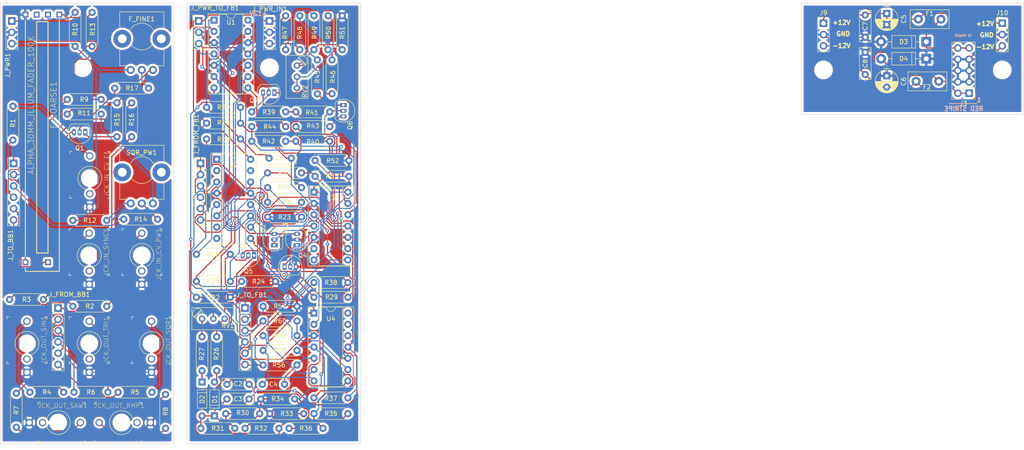
<source format=kicad_pcb>
(kicad_pcb (version 20171130) (host pcbnew "(2018-01-23 revision 975c08c46)-makepkg")
  (title_block (title "LFO PCB") (date 2018-01-14) (rev 1) (company "Coriolis Instruments"))
  (layers (0 F.Cu signal) (31 B.Cu signal) (34 B.Paste user) (35 F.Paste user) (36 B.SilkS user) (37 F.SilkS user) (38 B.Mask user) (39 F.Mask user) (44 Edge.Cuts user))
  (net 0 "")
  (net 1 "Net-(C1-Pad2)")
  (net 2 "Net-(C1-Pad1)")
  (net 3 "Net-(C2-Pad2)")
  (net 4 "/LFO back board/TRI")
  (net 5 "/LFO back board/Integrator/SQR_RAW")
  (net 6 "Net-(C3-Pad2)")
  (net 7 "Net-(C4-Pad1)")
  (net 8 "Net-(C4-Pad2)")
  (net 9 "Net-(D1-Pad2)")
  (net 10 "Net-(D2-Pad1)")
  (net 11 "Net-(F_COARSE1-Pad1)")
  (net 12 "Net-(F_COARSE1-Pad2)")
  (net 13 "Net-(F_COARSE1-Pad3)")
  (net 14 "Net-(F_COARSE1-PadB)")
  (net 15 "Net-(F_FINE1-Pad2)")
  (net 16 "/LFO back board/V_CF")
  (net 17 "/LFO back board/V_CV_PW")
  (net 18 "/LFO back board/V_SYNC")
  (net 19 "/LFO back board/LED_RATE")
  (net 20 "/LFO back board/SIN")
  (net 21 "/LFO back board/SQR")
  (net 22 "/LFO back board/SAW")
  (net 23 "/LFO back board/RMP")
  (net 24 "Net-(JCK_IN_CV_F1-PadP$1_TIP)")
  (net 25 "Net-(JCK_IN_CV_PW1-PadP$1_TIP)")
  (net 26 "Net-(JCK_IN_SYNC1-PadP$1_TIP)")
  (net 27 "Net-(JCK_OUT_RMP1-PadP$1_TIP)")
  (net 28 "Net-(JCK_OUT_SAW1-PadP$1_TIP)")
  (net 29 "Net-(JCK_OUT_SIN1-PadP$1_TIP)")
  (net 30 "Net-(JCK_OUT_SQR1-PadP$1_TIP)")
  (net 31 "Net-(JCK_OUT_TRI1-PadP$1_TIP)")
  (net 32 "Net-(Q1-Pad1)")
  (net 33 "Net-(Q1-Pad2)")
  (net 34 "Net-(Q5-Pad3)")
  (net 35 "Net-(Q6-Pad1)")
  (net 36 "Net-(Q6-Pad3)")
  (net 37 "Net-(Q6-Pad2)")
  (net 38 "Net-(Q7-Pad3)")
  (net 39 "Net-(Q7-Pad1)")
  (net 40 "Net-(R11-Pad1)")
  (net 41 "Net-(R12-Pad1)")
  (net 42 "Net-(R14-Pad1)")
  (net 43 "/LFO back board/Integrator/BIAS_INPUT")
  (net 44 "Net-(R22-Pad2)")
  (net 45 "Net-(R24-Pad2)")
  (net 46 "Net-(R26-Pad2)")
  (net 47 "Net-(R27-Pad2)")
  (net 48 "Net-(R28-Pad2)")
  (net 49 "Net-(R29-Pad1)")
  (net 50 "Net-(R32-Pad1)")
  (net 51 "Net-(R34-Pad2)")
  (net 52 "Net-(R35-Pad1)")
  (net 53 "Net-(R37-Pad2)")
  (net 54 "Net-(R39-Pad1)")
  (net 55 "Net-(R40-Pad1)")
  (net 56 "Net-(R45-Pad1)")
  (net 57 "Net-(R46-Pad1)")
  (net 58 "Net-(R49-Pad1)")
  (net 59 "Net-(R50-Pad1)")
  (net 60 "Net-(R52-Pad1)")
  (net 61 "Net-(R54-Pad1)")
  (net 62 "Net-(R59-Pad1)")
  (net 63 "Net-(Q2-Pad3)")
  (net 64 "Net-(Q3-Pad1)")
  (net 65 "Net-(Q4-Pad1)")
  (net 66 +12V)
  (net 67 "/LFO front board/GND_FB")
  (net 68 "/LFO front board/+12V_FB")
  (net 69 "/LFO front board/-12V_FB")
  (net 70 "/LFO front board/RMP_FB")
  (net 71 "/LFO front board/SAW_FB")
  (net 72 "/LFO front board/TRI_FB")
  (net 73 "/LFO front board/SQR_FB")
  (net 74 "/LFO front board/SIN_FB")
  (net 75 "/LFO front board/LED_RATE_FB")
  (net 76 "/LFO front board/V_SYNC_FB")
  (net 77 "/LFO front board/V_CV_PW_FB")
  (net 78 "/LFO front board/V_CV_F_FB")
  (net 79 "/LFO front board/V_PW_FB")
  (net 80 "/LFO front board/V_FF_FB")
  (net 81 "/LFO front board/V_CF_FB")
  (net 82 "Net-(D3-Pad1)")
  (net 83 "Net-(D4-Pad2)")
  (net 84 "Net-(C5-Pad2)")
  (net 85 "Net-(C5-Pad1)")
  (net 86 "Net-(C6-Pad2)")
  (net 87 "/LFO back board/-12V")
  (net 88 "/LFO back board/GND")
  (net 89 "Net-(U2-Pad15)")
  (net 90 "Net-(U2-Pad2)")
  (module Pin_Headers:Pin_Header_Straight_2x05_Pitch2.54mm (layer F.Cu) (at 237.7186 70.231 180)
    (fp_text reference J3 (at 1.27 -2.33 180) (layer F.SilkS))
    (fp_text value Conn_02x05_Odd_Even)
    (pad 10 thru_hole oval (at 2.54 10.16 180) (size 1.7 1.7) (drill 1) (layers *.Cu *.Mask) (net 82 "Net-(D3-Pad1)"))
    (pad 9 thru_hole oval (at 0 10.16 180) (size 1.7 1.7) (drill 1) (layers *.Cu *.Mask) (net 82 "Net-(D3-Pad1)"))
    (pad 8 thru_hole oval (at 2.54 7.62 180) (size 1.7 1.7) (drill 1) (layers *.Cu *.Mask) (net 84 "Net-(C5-Pad2)"))
    (pad 7 thru_hole oval (at 0 7.62 180) (size 1.7 1.7) (drill 1) (layers *.Cu *.Mask) (net 84 "Net-(C5-Pad2)"))
    (pad 6 thru_hole oval (at 2.54 5.08 180) (size 1.7 1.7) (drill 1) (layers *.Cu *.Mask) (net 84 "Net-(C5-Pad2)"))
    (pad 5 thru_hole oval (at 0 5.08 180) (size 1.7 1.7) (drill 1) (layers *.Cu *.Mask) (net 84 "Net-(C5-Pad2)"))
    (pad 4 thru_hole oval (at 2.54 2.54 180) (size 1.7 1.7) (drill 1) (layers *.Cu *.Mask) (net 84 "Net-(C5-Pad2)"))
    (pad 3 thru_hole oval (at 0 2.54 180) (size 1.7 1.7) (drill 1) (layers *.Cu *.Mask) (net 84 "Net-(C5-Pad2)"))
    (pad 2 thru_hole oval (at 2.54 0 180) (size 1.7 1.7) (drill 1) (layers *.Cu *.Mask) (net 83 "Net-(D4-Pad2)"))
    (pad 1 thru_hole rect (at 0 0 180) (size 1.7 1.7) (drill 1) (layers *.Cu *.Mask) (net 83 "Net-(D4-Pad2)"))
  )
  (module Capacitors_THT:C_Rect_L7.0mm_W2.5mm_P5.00mm (layer F.Cu) (at 214.376 61.04 270)
    (fp_text reference C8 (at 2.5 0 270) (layer F.SilkS))
    (fp_text value 100nF)
    (pad 1 thru_hole circle (at 0 0 270) (size 1.6 1.6) (drill 0.8) (layers *.Cu *.Mask) (net 84 "Net-(C5-Pad2)"))
    (pad 2 thru_hole circle (at 5 0 270) (size 1.6 1.6) (drill 0.8) (layers *.Cu *.Mask) (net 86 "Net-(C6-Pad2)"))
  )
  (module Diodes_THT:D_DO-41_SOD81_P10.16mm_Horizontal (layer F.Cu) (at 228.092 58.674 180)
    (fp_text reference D3 (at 5.08 0 180) (layer F.SilkS))
    (fp_text value 1N4001)
    (pad 2 thru_hole oval (at 10.16 0 180) (size 2.2 2.2) (drill 1.1) (layers *.Cu *.Mask) (net 84 "Net-(C5-Pad2)"))
    (pad 1 thru_hole rect (at 0 0 180) (size 2.2 2.2) (drill 1.1) (layers *.Cu *.Mask) (net 82 "Net-(D3-Pad1)"))
  )
  (module Diodes_THT:D_DO-41_SOD81_P10.16mm_Horizontal (layer F.Cu) (at 228.092 62.484 180)
    (fp_text reference D4 (at 5.08 0 180) (layer F.SilkS))
    (fp_text value 1N4001)
    (pad 1 thru_hole rect (at 0 0 180) (size 2.2 2.2) (drill 1.1) (layers *.Cu *.Mask) (net 84 "Net-(C5-Pad2)"))
    (pad 2 thru_hole oval (at 10.16 0 180) (size 2.2 2.2) (drill 1.1) (layers *.Cu *.Mask) (net 83 "Net-(D4-Pad2)"))
  )
  (module Fuse_Holders_and_Fuses:Fuse_TE5_Littlefuse-395Series (layer F.Cu) (at 226.314 53.594)
    (fp_text reference F1 (at 2.54 -1.26) (layer F.SilkS))
    (fp_text value Polyfuse)
    (pad 2 thru_hole circle (at 5.08 0.01) (size 2 2) (drill 1) (layers *.Cu *.Mask) (net 82 "Net-(D3-Pad1)"))
    (pad 1 thru_hole circle (at 0 0) (size 2 2) (drill 1) (layers *.Cu *.Mask) (net 85 "Net-(C5-Pad1)"))
  )
  (module Capacitors_THT:C_Rect_L7.0mm_W2.5mm_P5.00mm (layer F.Cu) (at 214.376 52.658 270)
    (fp_text reference C7 (at 2.5 0 270) (layer F.SilkS))
    (fp_text value 100nF)
    (pad 2 thru_hole circle (at 5 0 270) (size 1.6 1.6) (drill 0.8) (layers *.Cu *.Mask) (net 84 "Net-(C5-Pad2)"))
    (pad 1 thru_hole circle (at 0 0 270) (size 1.6 1.6) (drill 0.8) (layers *.Cu *.Mask) (net 85 "Net-(C5-Pad1)"))
  )
  (module Capacitors_THT:CP_Radial_D5.0mm_P2.50mm (layer F.Cu) (at 219.202 52.324 270)
    (fp_text reference C5 (at 1.25 -3.81 270) (layer F.SilkS))
    (fp_text value 10uF)
    (pad 2 thru_hole circle (at 2.5 0 270) (size 1.6 1.6) (drill 0.8) (layers *.Cu *.Mask) (net 84 "Net-(C5-Pad2)"))
    (pad 1 thru_hole rect (at 0 0 270) (size 1.6 1.6) (drill 0.8) (layers *.Cu *.Mask) (net 85 "Net-(C5-Pad1)"))
  )
  (module Fuse_Holders_and_Fuses:Fuse_TE5_Littlefuse-395Series (layer F.Cu) (at 230.886 67.564 180)
    (fp_text reference F2 (at 2.65 -1.27 180) (layer F.SilkS))
    (fp_text value Polyfuse)
    (pad 1 thru_hole circle (at 0 0 180) (size 2 2) (drill 1) (layers *.Cu *.Mask) (net 83 "Net-(D4-Pad2)"))
    (pad 2 thru_hole circle (at 5.08 0.01 180) (size 2 2) (drill 1) (layers *.Cu *.Mask) (net 86 "Net-(C6-Pad2)"))
  )
  (module Capacitors_THT:CP_Radial_D5.0mm_P2.50mm (layer F.Cu) (at 219.202 66.334 270)
    (fp_text reference C6 (at 1.25 -3.81 270) (layer F.SilkS))
    (fp_text value 10uF)
    (pad 1 thru_hole rect (at 0 0 270) (size 1.6 1.6) (drill 0.8) (layers *.Cu *.Mask) (net 84 "Net-(C5-Pad2)"))
    (pad 2 thru_hole circle (at 2.5 0 270) (size 1.6 1.6) (drill 0.8) (layers *.Cu *.Mask) (net 86 "Net-(C6-Pad2)"))
  )
  (module Pin_Headers:Pin_Header_Straight_1x03_Pitch2.54mm (layer F.Cu) (at 245.16 54.508)
    (fp_text reference J10 (at 0 -2.33) (layer F.SilkS))
    (fp_text value Conn_01x03_Male)
    (pad 3 thru_hole oval (at 0 5.08) (size 1.7 1.7) (drill 1) (layers *.Cu *.Mask) (net 86 "Net-(C6-Pad2)"))
    (pad 2 thru_hole oval (at 0 2.54) (size 1.7 1.7) (drill 1) (layers *.Cu *.Mask) (net 84 "Net-(C5-Pad2)"))
    (pad 1 thru_hole rect (at 0 0) (size 1.7 1.7) (drill 1) (layers *.Cu *.Mask) (net 85 "Net-(C5-Pad1)"))
  )
  (module Pin_Headers:Pin_Header_Straight_1x03_Pitch2.54mm (layer F.Cu) (at 205 54.508)
    (fp_text reference J9 (at 0 -2.33) (layer F.SilkS))
    (fp_text value Conn_01x03_Male)
    (pad 3 thru_hole oval (at 0 5.08) (size 1.7 1.7) (drill 1) (layers *.Cu *.Mask) (net 86 "Net-(C6-Pad2)"))
    (pad 2 thru_hole oval (at 0 2.54) (size 1.7 1.7) (drill 1) (layers *.Cu *.Mask) (net 84 "Net-(C5-Pad2)"))
    (pad 1 thru_hole rect (at 0 0) (size 1.7 1.7) (drill 1) (layers *.Cu *.Mask) (net 85 "Net-(C5-Pad1)"))
  )
  (module Resistors_THT:R_Axial_DIN0207_L6.3mm_D2.5mm_P7.62mm_Horizontal (layer F.Cu) (at 68.652 132.588 90)
    (fp_text reference R26 (at 3.81 -0.0975 90) (layer F.SilkS))
    (fp_text value 100K)
    (pad 2 thru_hole oval (at 7.62 0 90) (size 1.6 1.6) (drill 0.8) (layers *.Cu *.Mask) (net 46 "Net-(R26-Pad2)"))
    (pad 1 thru_hole circle (at 0 0 90) (size 1.6 1.6) (drill 0.8) (layers *.Cu *.Mask) (net 9 "Net-(D1-Pad2)"))
  )
  (module Resistors_THT:R_Axial_DIN0207_L6.3mm_D2.5mm_P7.62mm_Horizontal (layer F.Cu) (at 71.7 106.426 180)
    (fp_text reference R28 (at 3.81 -0.0715 180) (layer F.SilkS))
    (fp_text value 39K)
    (pad 2 thru_hole oval (at 7.62 0 180) (size 1.6 1.6) (drill 0.8) (layers *.Cu *.Mask) (net 48 "Net-(R28-Pad2)"))
    (pad 1 thru_hole circle (at 0 0 180) (size 1.6 1.6) (drill 0.8) (layers *.Cu *.Mask) (net 3 "Net-(C2-Pad2)"))
  )
  (module Resistors_THT:R_Axial_DIN0207_L6.3mm_D2.5mm_P7.62mm_Horizontal (layer F.Cu) (at 66.366 73.406)
    (fp_text reference R20 (at 3.81 0) (layer F.SilkS))
    (fp_text value 4.7M)
    (pad 1 thru_hole circle (at 0 0) (size 1.6 1.6) (drill 0.8) (layers *.Cu *.Mask) (net 87 "/LFO back board/-12V"))
    (pad 2 thru_hole oval (at 7.62 0) (size 1.6 1.6) (drill 0.8) (layers *.Cu *.Mask) (net 1 "Net-(C1-Pad2)"))
  )
  (module Resistors_THT:R_Axial_DIN0207_L6.3mm_D2.5mm_P7.62mm_Horizontal (layer F.Cu) (at 64.08 112.522)
    (fp_text reference R25 (at 3.766999 -0.0975) (layer F.SilkS))
    (fp_text value 100K)
    (pad 2 thru_hole oval (at 7.62 0) (size 1.6 1.6) (drill 0.8) (layers *.Cu *.Mask) (net 66 +12V))
    (pad 1 thru_hole circle (at 0 0) (size 1.6 1.6) (drill 0.8) (layers *.Cu *.Mask) (net 45 "Net-(R24-Pad2)"))
  )
  (module Resistors_THT:R_Axial_DIN0207_L6.3mm_D2.5mm_P7.62mm_Horizontal (layer F.Cu) (at 65.35 132.588 90)
    (fp_text reference R27 (at 3.754999 -0.0715 90) (layer F.SilkS))
    (fp_text value 100K)
    (pad 1 thru_hole circle (at 0 0 90) (size 1.6 1.6) (drill 0.8) (layers *.Cu *.Mask) (net 10 "Net-(D2-Pad1)"))
    (pad 2 thru_hole oval (at 7.62 0 90) (size 1.6 1.6) (drill 0.8) (layers *.Cu *.Mask) (net 47 "Net-(R27-Pad2)"))
  )
  (module Resistors_THT:R_Axial_DIN0207_L6.3mm_D2.5mm_P7.62mm_Horizontal (layer F.Cu) (at 80.082 98.044)
    (fp_text reference R23 (at 3.81 0.0345) (layer F.SilkS))
    (fp_text value 100K)
    (pad 2 thru_hole oval (at 7.62 0) (size 1.6 1.6) (drill 0.8) (layers *.Cu *.Mask) (net 18 "/LFO back board/V_SYNC"))
    (pad 1 thru_hole circle (at 0 0) (size 1.6 1.6) (drill 0.8) (layers *.Cu *.Mask) (net 88 "/LFO back board/GND"))
  )
  (module Resistors_THT:R_Axial_DIN0207_L6.3mm_D2.5mm_P7.62mm_Horizontal (layer F.Cu) (at 70.684 142.24)
    (fp_text reference R30 (at 3.806999 -0.2015) (layer F.SilkS))
    (fp_text value 120K)
    (pad 2 thru_hole oval (at 7.62 0) (size 1.6 1.6) (drill 0.8) (layers *.Cu *.Mask) (net 4 "/LFO back board/TRI"))
    (pad 1 thru_hole circle (at 0 0) (size 1.6 1.6) (drill 0.8) (layers *.Cu *.Mask) (net 6 "Net-(C3-Pad2)"))
  )
  (module Resistors_THT:R_Axial_DIN0207_L6.3mm_D2.5mm_P7.62mm_Horizontal (layer F.Cu) (at 78.558 138.938)
    (fp_text reference R34 (at 3.81 0) (layer F.SilkS))
    (fp_text value 180K)
    (pad 1 thru_hole circle (at 0 0) (size 1.6 1.6) (drill 0.8) (layers *.Cu *.Mask) (net 88 "/LFO back board/GND"))
    (pad 2 thru_hole oval (at 7.62 0) (size 1.6 1.6) (drill 0.8) (layers *.Cu *.Mask) (net 51 "Net-(R34-Pad2)"))
  )
  (module Resistors_THT:R_Axial_DIN0207_L6.3mm_D2.5mm_P7.62mm_Horizontal (layer F.Cu) (at 98.116 142.24 180)
    (fp_text reference R35 (at 3.81 0 180) (layer F.SilkS))
    (fp_text value 680K)
    (pad 2 thru_hole oval (at 7.62 0 180) (size 1.6 1.6) (drill 0.8) (layers *.Cu *.Mask) (net 66 +12V))
    (pad 1 thru_hole circle (at 0 0 180) (size 1.6 1.6) (drill 0.8) (layers *.Cu *.Mask) (net 52 "Net-(R35-Pad1)"))
  )
  (module Resistors_THT:R_Axial_DIN0207_L6.3mm_D2.5mm_P7.62mm_Horizontal (layer F.Cu) (at 81.86 112.522 180)
    (fp_text reference R24 (at 3.81 -0.0315 180) (layer F.SilkS))
    (fp_text value 10K)
    (pad 1 thru_hole circle (at 0 0 180) (size 1.6 1.6) (drill 0.8) (layers *.Cu *.Mask) (net 88 "/LFO back board/GND"))
    (pad 2 thru_hole oval (at 7.62 0 180) (size 1.6 1.6) (drill 0.8) (layers *.Cu *.Mask) (net 45 "Net-(R24-Pad2)"))
  )
  (module Resistors_THT:R_Axial_DIN0207_L6.3mm_D2.5mm_P7.62mm_Horizontal (layer F.Cu) (at 66.366 80.518)
    (fp_text reference R19 (at 3.81 0.1125) (layer F.SilkS))
    (fp_text value 10K)
    (pad 2 thru_hole oval (at 7.62 0) (size 1.6 1.6) (drill 0.8) (layers *.Cu *.Mask) (net 2 "Net-(C1-Pad1)"))
    (pad 1 thru_hole circle (at 0 0) (size 1.6 1.6) (drill 0.8) (layers *.Cu *.Mask) (net 63 "Net-(Q2-Pad3)"))
  )
  (module Resistors_THT:R_Axial_DIN0207_L6.3mm_D2.5mm_P7.62mm_Horizontal (layer F.Cu) (at 71.7 116.078 180)
    (fp_text reference R22 (at 3.81 -0.0795 180) (layer F.SilkS))
    (fp_text value 1K)
    (pad 2 thru_hole oval (at 7.62 0 180) (size 1.6 1.6) (drill 0.8) (layers *.Cu *.Mask) (net 44 "Net-(R22-Pad2)"))
    (pad 1 thru_hole circle (at 0 0 180) (size 1.6 1.6) (drill 0.8) (layers *.Cu *.Mask) (net 88 "/LFO back board/GND"))
  )
  (module Resistors_THT:R_Axial_DIN0207_L6.3mm_D2.5mm_P7.62mm_Horizontal (layer F.Cu) (at 98.116 116.078 180)
    (fp_text reference R29 (at 3.670999 0.0345 180) (layer F.SilkS))
    (fp_text value 100K)
    (pad 1 thru_hole circle (at 0 0 180) (size 1.6 1.6) (drill 0.8) (layers *.Cu *.Mask) (net 49 "Net-(R29-Pad1)"))
    (pad 2 thru_hole oval (at 7.62 0 180) (size 1.6 1.6) (drill 0.8) (layers *.Cu *.Mask) (net 34 "Net-(Q5-Pad3)"))
  )
  (module Resistors_THT:R_Axial_DIN0207_L6.3mm_D2.5mm_P7.62mm_Horizontal (layer F.Cu) (at 65.096 145.542)
    (fp_text reference R31 (at 3.81 -0.0135) (layer F.SilkS))
    (fp_text value 270K)
    (pad 2 thru_hole oval (at 7.62 0) (size 1.6 1.6) (drill 0.8) (layers *.Cu *.Mask) (net 6 "Net-(C3-Pad2)"))
    (pad 1 thru_hole circle (at 0 0) (size 1.6 1.6) (drill 0.8) (layers *.Cu *.Mask) (net 5 "/LFO back board/Integrator/SQR_RAW"))
  )
  (module Resistors_THT:R_Axial_DIN0207_L6.3mm_D2.5mm_P7.62mm_Horizontal (layer F.Cu) (at 82.622 145.542 180)
    (fp_text reference R32 (at 4.064 0 180) (layer F.SilkS))
    (fp_text value 110K)
    (pad 2 thru_hole oval (at 7.62 0 180) (size 1.6 1.6) (drill 0.8) (layers *.Cu *.Mask) (net 4 "/LFO back board/TRI"))
    (pad 1 thru_hole circle (at 0 0 180) (size 1.6 1.6) (drill 0.8) (layers *.Cu *.Mask) (net 50 "Net-(R32-Pad1)"))
  )
  (module Resistors_THT:R_Axial_DIN0207_L6.3mm_D2.5mm_P7.62mm_Horizontal (layer F.Cu) (at 73.986 76.962 180)
    (fp_text reference R18 (at 3.81 0.1125 180) (layer F.SilkS))
    (fp_text value 2K)
    (pad 1 thru_hole circle (at 0 0 180) (size 1.6 1.6) (drill 0.8) (layers *.Cu *.Mask) (net 1 "Net-(C1-Pad2)"))
    (pad 2 thru_hole oval (at 7.62 0 180) (size 1.6 1.6) (drill 0.8) (layers *.Cu *.Mask) (net 16 "/LFO back board/V_CF"))
  )
  (module Resistors_THT:R_Axial_DIN0207_L6.3mm_D2.5mm_P7.62mm_Horizontal (layer F.Cu) (at 80.59 142.24)
    (fp_text reference R33 (at 3.81 0) (layer F.SilkS))
    (fp_text value 2K)
    (pad 1 thru_hole circle (at 0 0) (size 1.6 1.6) (drill 0.8) (layers *.Cu *.Mask) (net 88 "/LFO back board/GND"))
    (pad 2 thru_hole oval (at 7.62 0) (size 1.6 1.6) (drill 0.8) (layers *.Cu *.Mask) (net 50 "Net-(R32-Pad1)"))
  )
  (module Coriolis-KiCad:MountingHole_1.1mm_M1 (layer F.Cu) (at 60.5028 148.082)
    (fp_text reference REF** hide)
    (fp_text value MountingHole_1.1mm_M1 hide)
    (pad "" np_thru_hole circle (at 0 0) (size 1 1) (drill 1) (layers *.Cu *.Mask))
  )
  (module Coriolis-KiCad:MountingHole_1.1mm_M1 (layer F.Cu) (at 60.5028 115.062)
    (fp_text reference REF** hide)
    (fp_text value MountingHole_1.1mm_M1 hide)
    (pad "" np_thru_hole circle (at 0 0) (size 1 1) (drill 1) (layers *.Cu *.Mask))
  )
  (module Coriolis-KiCad:MountingHole_1.1mm_M1 (layer F.Cu) (at 60.5028 94.742)
    (fp_text reference REF** hide)
    (fp_text value MountingHole_1.1mm_M1 hide)
    (pad "" np_thru_hole circle (at 0 0) (size 1 1) (drill 1) (layers *.Cu *.Mask))
  )
  (module Coriolis-KiCad:MountingHole_1.1mm_M1 (layer F.Cu) (at 60.5028 112.522)
    (fp_text reference REF** hide)
    (fp_text value MountingHole_1.1mm_M1 hide)
    (pad "" np_thru_hole circle (at 0 0) (size 1 1) (drill 1) (layers *.Cu *.Mask))
  )
  (module Coriolis-KiCad:MountingHole_1.1mm_M1 (layer F.Cu) (at 60.5028 130.302)
    (fp_text reference REF** hide)
    (fp_text value MountingHole_1.1mm_M1 hide)
    (pad "" np_thru_hole circle (at 0 0) (size 1 1) (drill 1) (layers *.Cu *.Mask))
  )
  (module Coriolis-KiCad:MountingHole_1.1mm_M1 (layer F.Cu) (at 60.5028 143.002)
    (fp_text reference REF** hide)
    (fp_text value MountingHole_1.1mm_M1 hide)
    (pad "" np_thru_hole circle (at 0 0) (size 1 1) (drill 1) (layers *.Cu *.Mask))
  )
  (module Coriolis-KiCad:MountingHole_1.1mm_M1 (layer F.Cu) (at 60.5028 140.462)
    (fp_text reference REF** hide)
    (fp_text value MountingHole_1.1mm_M1 hide)
    (pad "" np_thru_hole circle (at 0 0) (size 1 1) (drill 1) (layers *.Cu *.Mask))
  )
  (module Coriolis-KiCad:MountingHole_1.1mm_M1 (layer F.Cu) (at 60.5028 135.382)
    (fp_text reference REF** hide)
    (fp_text value MountingHole_1.1mm_M1 hide)
    (pad "" np_thru_hole circle (at 0 0) (size 1 1) (drill 1) (layers *.Cu *.Mask))
  )
  (module Coriolis-KiCad:MountingHole_1.1mm_M1 (layer F.Cu) (at 60.5028 107.442)
    (fp_text reference REF** hide)
    (fp_text value MountingHole_1.1mm_M1 hide)
    (pad "" np_thru_hole circle (at 0 0) (size 1 1) (drill 1) (layers *.Cu *.Mask))
  )
  (module Coriolis-KiCad:MountingHole_1.1mm_M1 (layer F.Cu) (at 60.5028 104.902)
    (fp_text reference REF** hide)
    (fp_text value MountingHole_1.1mm_M1 hide)
    (pad "" np_thru_hole circle (at 0 0) (size 1 1) (drill 1) (layers *.Cu *.Mask))
  )
  (module Coriolis-KiCad:MountingHole_1.1mm_M1 (layer F.Cu) (at 60.5028 99.822)
    (fp_text reference REF** hide)
    (fp_text value MountingHole_1.1mm_M1 hide)
    (pad "" np_thru_hole circle (at 0 0) (size 1 1) (drill 1) (layers *.Cu *.Mask))
  )
  (module Coriolis-KiCad:MountingHole_1.1mm_M1 (layer F.Cu) (at 60.5028 97.282)
    (fp_text reference REF** hide)
    (fp_text value MountingHole_1.1mm_M1 hide)
    (pad "" np_thru_hole circle (at 0 0) (size 1 1) (drill 1) (layers *.Cu *.Mask))
  )
  (module Coriolis-KiCad:MountingHole_1.1mm_M1 (layer F.Cu) (at 60.5028 132.842)
    (fp_text reference REF** hide)
    (fp_text value MountingHole_1.1mm_M1 hide)
    (pad "" np_thru_hole circle (at 0 0) (size 1 1) (drill 1) (layers *.Cu *.Mask))
  )
  (module Coriolis-KiCad:MountingHole_1.1mm_M1 (layer F.Cu) (at 60.5028 125.222)
    (fp_text reference REF** hide)
    (fp_text value MountingHole_1.1mm_M1 hide)
    (pad "" np_thru_hole circle (at 0 0) (size 1 1) (drill 1) (layers *.Cu *.Mask))
  )
  (module Coriolis-KiCad:MountingHole_1.1mm_M1 (layer F.Cu) (at 60.5028 122.682)
    (fp_text reference REF** hide)
    (fp_text value MountingHole_1.1mm_M1 hide)
    (pad "" np_thru_hole circle (at 0 0) (size 1 1) (drill 1) (layers *.Cu *.Mask))
  )
  (module Coriolis-KiCad:MountingHole_1.1mm_M1 (layer F.Cu) (at 60.5028 109.982)
    (fp_text reference REF** hide)
    (fp_text value MountingHole_1.1mm_M1 hide)
    (pad "" np_thru_hole circle (at 0 0) (size 1 1) (drill 1) (layers *.Cu *.Mask))
  )
  (module Coriolis-KiCad:MountingHole_1.1mm_M1 (layer F.Cu) (at 60.5028 137.922)
    (fp_text reference REF** hide)
    (fp_text value MountingHole_1.1mm_M1 hide)
    (pad "" np_thru_hole circle (at 0 0) (size 1 1) (drill 1) (layers *.Cu *.Mask))
  )
  (module Coriolis-KiCad:MountingHole_1.1mm_M1 (layer F.Cu) (at 60.5028 127.762)
    (fp_text reference REF** hide)
    (fp_text value MountingHole_1.1mm_M1 hide)
    (pad "" np_thru_hole circle (at 0 0) (size 1 1) (drill 1) (layers *.Cu *.Mask))
  )
  (module Coriolis-KiCad:MountingHole_1.1mm_M1 (layer F.Cu) (at 60.5028 120.142)
    (fp_text reference REF** hide)
    (fp_text value MountingHole_1.1mm_M1 hide)
    (pad "" np_thru_hole circle (at 0 0) (size 1 1) (drill 1) (layers *.Cu *.Mask))
  )
  (module Coriolis-KiCad:MountingHole_1.1mm_M1 (layer F.Cu) (at 60.5028 145.542)
    (fp_text reference REF** hide)
    (fp_text value MountingHole_1.1mm_M1 hide)
    (pad "" np_thru_hole circle (at 0 0) (size 1 1) (drill 1) (layers *.Cu *.Mask))
  )
  (module Coriolis-KiCad:MountingHole_1.1mm_M1 (layer F.Cu) (at 60.5028 117.602)
    (fp_text reference REF** hide)
    (fp_text value MountingHole_1.1mm_M1 hide)
    (pad "" np_thru_hole circle (at 0 0) (size 1 1) (drill 1) (layers *.Cu *.Mask))
  )
  (module Coriolis-KiCad:MountingHole_1.1mm_M1 (layer F.Cu) (at 60.5028 102.362)
    (fp_text reference REF** hide)
    (fp_text value MountingHole_1.1mm_M1 hide)
    (pad "" np_thru_hole circle (at 0 0) (size 1 1) (drill 1) (layers *.Cu *.Mask))
  )
  (module Coriolis-KiCad:MountingHole_1.1mm_M1 (layer F.Cu) (at 60.5028 92.202)
    (fp_text reference REF** hide)
    (fp_text value MountingHole_1.1mm_M1 hide)
    (pad "" np_thru_hole circle (at 0 0) (size 1 1) (drill 1) (layers *.Cu *.Mask))
  )
  (module Coriolis-KiCad:MountingHole_1.1mm_M1 (layer F.Cu) (at 60.5028 87.122)
    (fp_text reference REF** hide)
    (fp_text value MountingHole_1.1mm_M1 hide)
    (pad "" np_thru_hole circle (at 0 0) (size 1 1) (drill 1) (layers *.Cu *.Mask))
  )
  (module Coriolis-KiCad:MountingHole_1.1mm_M1 (layer F.Cu) (at 60.5028 82.042)
    (fp_text reference REF** hide)
    (fp_text value MountingHole_1.1mm_M1 hide)
    (pad "" np_thru_hole circle (at 0 0) (size 1 1) (drill 1) (layers *.Cu *.Mask))
  )
  (module Coriolis-KiCad:MountingHole_1.1mm_M1 (layer F.Cu) (at 60.5028 84.582)
    (fp_text reference REF** hide)
    (fp_text value MountingHole_1.1mm_M1 hide)
    (pad "" np_thru_hole circle (at 0 0) (size 1 1) (drill 1) (layers *.Cu *.Mask))
  )
  (module Coriolis-KiCad:MountingHole_1.1mm_M1 (layer F.Cu) (at 60.5028 79.502)
    (fp_text reference REF** hide)
    (fp_text value MountingHole_1.1mm_M1 hide)
    (pad "" np_thru_hole circle (at 0 0) (size 1 1) (drill 1) (layers *.Cu *.Mask))
  )
  (module Coriolis-KiCad:MountingHole_1.1mm_M1 (layer F.Cu) (at 60.5028 76.962)
    (fp_text reference REF** hide)
    (fp_text value MountingHole_1.1mm_M1 hide)
    (pad "" np_thru_hole circle (at 0 0) (size 1 1) (drill 1) (layers *.Cu *.Mask))
  )
  (module Coriolis-KiCad:MountingHole_1.1mm_M1 (layer F.Cu) (at 60.5028 71.882)
    (fp_text reference REF** hide)
    (fp_text value MountingHole_1.1mm_M1 hide)
    (pad "" np_thru_hole circle (at 0 0) (size 1 1) (drill 1) (layers *.Cu *.Mask))
  )
  (module Coriolis-KiCad:MountingHole_1.1mm_M1 (layer F.Cu) (at 60.5028 64.262)
    (fp_text reference REF** hide)
    (fp_text value MountingHole_1.1mm_M1 hide)
    (pad "" np_thru_hole circle (at 0 0) (size 1 1) (drill 1) (layers *.Cu *.Mask))
  )
  (module Coriolis-KiCad:MountingHole_1.1mm_M1 (layer F.Cu) (at 60.5028 61.722)
    (fp_text reference REF** hide)
    (fp_text value MountingHole_1.1mm_M1 hide)
    (pad "" np_thru_hole circle (at 0 0) (size 1 1) (drill 1) (layers *.Cu *.Mask))
  )
  (module Coriolis-KiCad:MountingHole_1.1mm_M1 (layer F.Cu) (at 60.5028 59.182)
    (fp_text reference REF** hide)
    (fp_text value MountingHole_1.1mm_M1 hide)
    (pad "" np_thru_hole circle (at 0 0) (size 1 1) (drill 1) (layers *.Cu *.Mask))
  )
  (module Coriolis-KiCad:MountingHole_1.1mm_M1 (layer F.Cu) (at 60.5028 56.642)
    (fp_text reference REF** hide)
    (fp_text value MountingHole_1.1mm_M1 hide)
    (pad "" np_thru_hole circle (at 0 0) (size 1 1) (drill 1) (layers *.Cu *.Mask))
  )
  (module Coriolis-KiCad:MountingHole_1.1mm_M1 (layer F.Cu) (at 60.5028 54.102)
    (fp_text reference REF** hide)
    (fp_text value MountingHole_1.1mm_M1 hide)
    (pad "" np_thru_hole circle (at 0 0) (size 1 1) (drill 1) (layers *.Cu *.Mask))
  )
  (module Pin_Headers:Pin_Header_Straight_1x06_Pitch2.54mm (layer F.Cu) (at 75 118.5)
    (fp_text reference J_TO_FB1 (at 1.526 -2.93) (layer F.SilkS))
    (fp_text value Conn_01x06_Female)
    (pad 6 thru_hole oval (at 0 12.7) (size 1.7 1.7) (drill 1) (layers *.Cu *.Mask) (net 23 "/LFO back board/RMP"))
    (pad 5 thru_hole oval (at 0 10.16) (size 1.7 1.7) (drill 1) (layers *.Cu *.Mask) (net 22 "/LFO back board/SAW"))
    (pad 4 thru_hole oval (at 0 7.62) (size 1.7 1.7) (drill 1) (layers *.Cu *.Mask) (net 4 "/LFO back board/TRI"))
    (pad 3 thru_hole oval (at 0 5.08) (size 1.7 1.7) (drill 1) (layers *.Cu *.Mask) (net 21 "/LFO back board/SQR"))
    (pad 2 thru_hole oval (at 0 2.54) (size 1.7 1.7) (drill 1) (layers *.Cu *.Mask) (net 20 "/LFO back board/SIN"))
    (pad 1 thru_hole rect (at 0 0) (size 1.7 1.7) (drill 1) (layers *.Cu *.Mask) (net 19 "/LFO back board/LED_RATE"))
  )
  (module Coriolis-KiCad:MountingHole_1.1mm_M1 (layer F.Cu) (at 60.5028 51.562)
    (fp_text reference REF** hide)
    (fp_text value MountingHole_1.1mm_M1 hide)
    (pad "" np_thru_hole circle (at 0 0) (size 1 1) (drill 1) (layers *.Cu *.Mask))
  )
  (module Coriolis-KiCad:MountingHole_1.1mm_M1 (layer F.Cu) (at 60.5028 66.802)
    (fp_text reference REF** hide)
    (fp_text value MountingHole_1.1mm_M1 hide)
    (pad "" np_thru_hole circle (at 0 0) (size 1 1) (drill 1) (layers *.Cu *.Mask))
  )
  (module Housings_DIP:DIP-14_W7.62mm_Socket (layer F.Cu) (at 90.496 92.456)
    (fp_text reference U3 (at 3.81 1.27) (layer F.SilkS))
    (fp_text value TL074)
    (pad 14 thru_hole oval (at 7.62 0) (size 1.6 1.6) (drill 0.8) (layers *.Cu *.Mask) (net 23 "/LFO back board/RMP"))
    (pad 7 thru_hole oval (at 0 15.24) (size 1.6 1.6) (drill 0.8) (layers *.Cu *.Mask) (net 37 "Net-(Q6-Pad2)"))
    (pad 13 thru_hole oval (at 7.62 2.54) (size 1.6 1.6) (drill 0.8) (layers *.Cu *.Mask) (net 60 "Net-(R52-Pad1)"))
    (pad 6 thru_hole oval (at 0 12.7) (size 1.6 1.6) (drill 0.8) (layers *.Cu *.Mask) (net 54 "Net-(R39-Pad1)"))
    (pad 12 thru_hole oval (at 7.62 5.08) (size 1.6 1.6) (drill 0.8) (layers *.Cu *.Mask) (net 58 "Net-(R49-Pad1)"))
    (pad 5 thru_hole oval (at 0 10.16) (size 1.6 1.6) (drill 0.8) (layers *.Cu *.Mask) (net 88 "/LFO back board/GND"))
    (pad 11 thru_hole oval (at 7.62 7.62) (size 1.6 1.6) (drill 0.8) (layers *.Cu *.Mask) (net 87 "/LFO back board/-12V"))
    (pad 4 thru_hole oval (at 0 7.62) (size 1.6 1.6) (drill 0.8) (layers *.Cu *.Mask) (net 66 +12V))
    (pad 10 thru_hole oval (at 7.62 10.16) (size 1.6 1.6) (drill 0.8) (layers *.Cu *.Mask) (net 88 "/LFO back board/GND"))
    (pad 3 thru_hole oval (at 0 5.08) (size 1.6 1.6) (drill 0.8) (layers *.Cu *.Mask) (net 6 "Net-(C3-Pad2)"))
    (pad 9 thru_hole oval (at 7.62 12.7) (size 1.6 1.6) (drill 0.8) (layers *.Cu *.Mask) (net 55 "Net-(R40-Pad1)"))
    (pad 2 thru_hole oval (at 0 2.54) (size 1.6 1.6) (drill 0.8) (layers *.Cu *.Mask) (net 88 "/LFO back board/GND"))
    (pad 8 thru_hole oval (at 7.62 15.24) (size 1.6 1.6) (drill 0.8) (layers *.Cu *.Mask) (net 19 "/LFO back board/LED_RATE"))
    (pad 1 thru_hole rect (at 0 0) (size 1.6 1.6) (drill 0.8) (layers *.Cu *.Mask) (net 5 "/LFO back board/Integrator/SQR_RAW"))
  )
  (module Resistors_THT:R_Axial_DIN0207_L6.3mm_D2.5mm_P7.62mm_Horizontal (layer F.Cu) (at 80.082 94.742)
    (fp_text reference R21 (at 3.81 0.0465) (layer F.SilkS))
    (fp_text value 10K)
    (pad 2 thru_hole oval (at 7.62 0) (size 1.6 1.6) (drill 0.8) (layers *.Cu *.Mask) (net 65 "Net-(Q4-Pad1)"))
    (pad 1 thru_hole circle (at 0 0) (size 1.6 1.6) (drill 0.8) (layers *.Cu *.Mask) (net 43 "/LFO back board/Integrator/BIAS_INPUT"))
  )
  (module Capacitors_THT:C_Rect_L7.0mm_W2.5mm_P5.00mm (layer F.Cu) (at 75.938 135.636 180)
    (fp_text reference C2 (at 2.5 0.0945 180) (layer F.SilkS))
    (fp_text value 0.02uF)
    (pad 2 thru_hole circle (at 5 0 180) (size 1.6 1.6) (drill 0.8) (layers *.Cu *.Mask) (net 3 "Net-(C2-Pad2)"))
    (pad 1 thru_hole circle (at 0 0 180) (size 1.6 1.6) (drill 0.8) (layers *.Cu *.Mask) (net 4 "/LFO back board/TRI"))
  )
  (module Coriolis-KiCad:MountingHole_1.1mm_M1 (layer F.Cu) (at 60.5028 69.342)
    (fp_text reference REF** hide)
    (fp_text value MountingHole_1.1mm_M1 hide)
    (pad "" np_thru_hole circle (at 0 0) (size 1 1) (drill 1) (layers *.Cu *.Mask))
  )
  (module TO_SOT_Packages_THT:TO-92_Inline_Narrow_Oval (layer F.Cu) (at 81.606 70.104 180)
    (fp_text reference Q7 (at 4.572 -1.778 180) (layer F.SilkS))
    (fp_text value MPF102)
    (pad 1 thru_hole rect (at 0 0) (size 0.9 1.5) (drill 0.6) (layers *.Cu *.Mask) (net 39 "Net-(Q7-Pad1)"))
    (pad 3 thru_hole oval (at 2.54 0) (size 0.9 1.5) (drill 0.6) (layers *.Cu *.Mask) (net 38 "Net-(Q7-Pad3)"))
    (pad 2 thru_hole oval (at 1.27 0) (size 0.9 1.5) (drill 0.6) (layers *.Cu *.Mask) (net 4 "/LFO back board/TRI"))
  )
  (module Coriolis-KiCad:MountingHole_1.1mm_M1 (layer F.Cu) (at 60.5028 89.662)
    (fp_text reference REF** hide)
    (fp_text value MountingHole_1.1mm_M1 hide)
    (pad "" np_thru_hole circle (at 0 0) (size 1 1) (drill 1) (layers *.Cu *.Mask))
  )
  (module Coriolis-KiCad:MountingHole_1.1mm_M1 (layer F.Cu) (at 60.5028 74.422)
    (fp_text reference REF** hide)
    (fp_text value MountingHole_1.1mm_M1 hide)
    (pad "" np_thru_hole circle (at 0 0) (size 1 1) (drill 1) (layers *.Cu *.Mask))
  )
  (module Mounting_Holes:MountingHole_3.2mm_M3 (layer F.Cu) (at 80.5 64.5 180)
    (fp_text reference screw hide)
    (fp_text value MountingHole_3.2mm_M3)
    (pad 1 np_thru_hole circle (at 0 0 180) (size 3.2 3.2) (drill 3.2) (layers *.Cu *.Mask))
  )
  (module Pin_Headers:Pin_Header_Straight_1x03_Pitch2.54mm (layer F.Cu) (at 64.606 54)
    (fp_text reference J_PWR_TO_FB1 (at 3.636 -2.946) (layer F.SilkS))
    (fp_text value Conn_01x03_Female)
    (pad 3 thru_hole oval (at 0 5.08) (size 1.7 1.7) (drill 1) (layers *.Cu *.Mask) (net 87 "/LFO back board/-12V"))
    (pad 2 thru_hole oval (at 0 2.54) (size 1.7 1.7) (drill 1) (layers *.Cu *.Mask) (net 88 "/LFO back board/GND"))
    (pad 1 thru_hole rect (at 0 0) (size 1.7 1.7) (drill 1) (layers *.Cu *.Mask) (net 66 +12V))
  )
  (module Pin_Headers:Pin_Header_Straight_1x03_Pitch2.54mm (layer F.Cu) (at 80.5 54)
    (fp_text reference J_PWR_IN1 (at 0.082 -2.692) (layer F.SilkS))
    (fp_text value Conn_01x03_Male)
    (pad 1 thru_hole rect (at 0 0) (size 1.7 1.7) (drill 1) (layers *.Cu *.Mask) (net 66 +12V))
    (pad 2 thru_hole oval (at 0 2.54) (size 1.7 1.7) (drill 1) (layers *.Cu *.Mask) (net 88 "/LFO back board/GND"))
    (pad 3 thru_hole oval (at 0 5.08) (size 1.7 1.7) (drill 1) (layers *.Cu *.Mask) (net 87 "/LFO back board/-12V"))
  )
  (module Resistors_THT:R_Axial_DIN0207_L6.3mm_D2.5mm_P7.62mm_Horizontal (layer F.Cu) (at 90.496 60.452 90)
    (fp_text reference R49 (at 3.81 0.1425 90) (layer F.SilkS))
    (fp_text value 10K)
    (pad 2 thru_hole oval (at 7.62 0 90) (size 1.6 1.6) (drill 0.8) (layers *.Cu *.Mask) (net 56 "Net-(R45-Pad1)"))
    (pad 1 thru_hole circle (at 0 0 90) (size 1.6 1.6) (drill 0.8) (layers *.Cu *.Mask) (net 58 "Net-(R49-Pad1)"))
  )
  (module Resistors_THT:R_Axial_DIN0207_L6.3mm_D2.5mm_P7.62mm_Horizontal (layer F.Cu) (at 84.146 60.452 90)
    (fp_text reference R47 (at 3.81 -0.1775 90) (layer F.SilkS))
    (fp_text value 15K)
    (pad 1 thru_hole circle (at 0 0 90) (size 1.6 1.6) (drill 0.8) (layers *.Cu *.Mask) (net 56 "Net-(R45-Pad1)"))
    (pad 2 thru_hole oval (at 7.62 0 90) (size 1.6 1.6) (drill 0.8) (layers *.Cu *.Mask) (net 66 +12V))
  )
  (module Resistors_THT:R_Axial_DIN0207_L6.3mm_D2.5mm_P7.62mm_Horizontal (layer F.Cu) (at 90.75 88.9)
    (fp_text reference R53 (at 3.81 0) (layer F.SilkS))
    (fp_text value 100K)
    (pad 2 thru_hole oval (at 7.62 0) (size 1.6 1.6) (drill 0.8) (layers *.Cu *.Mask) (net 60 "Net-(R52-Pad1)"))
    (pad 1 thru_hole circle (at 0 0) (size 1.6 1.6) (drill 0.8) (layers *.Cu *.Mask) (net 23 "/LFO back board/RMP"))
  )
  (module Resistors_THT:R_Axial_DIN0207_L6.3mm_D2.5mm_P7.62mm_Horizontal (layer F.Cu) (at 79.066 121.412)
    (fp_text reference R60 (at 3.81 0) (layer F.SilkS))
    (fp_text value 10K)
    (pad 1 thru_hole circle (at 0 0) (size 1.6 1.6) (drill 0.8) (layers *.Cu *.Mask) (net 21 "/LFO back board/SQR"))
    (pad 2 thru_hole oval (at 7.62 0) (size 1.6 1.6) (drill 0.8) (layers *.Cu *.Mask) (net 62 "Net-(R59-Pad1)"))
  )
  (module Housings_DIP:DIP-14_W7.62mm_Socket (layer F.Cu) (at 90.496 119.634)
    (fp_text reference U4 (at 3.81 1.27) (layer F.SilkS))
    (fp_text value TL074)
    (pad 14 thru_hole oval (at 7.62 0) (size 1.6 1.6) (drill 0.8) (layers *.Cu *.Mask))
    (pad 7 thru_hole oval (at 0 15.24) (size 1.6 1.6) (drill 0.8) (layers *.Cu *.Mask) (net 7 "Net-(C4-Pad1)"))
    (pad 13 thru_hole oval (at 7.62 2.54) (size 1.6 1.6) (drill 0.8) (layers *.Cu *.Mask))
    (pad 6 thru_hole oval (at 0 12.7) (size 1.6 1.6) (drill 0.8) (layers *.Cu *.Mask) (net 17 "/LFO back board/V_CV_PW"))
    (pad 12 thru_hole oval (at 7.62 5.08) (size 1.6 1.6) (drill 0.8) (layers *.Cu *.Mask))
    (pad 5 thru_hole oval (at 0 10.16) (size 1.6 1.6) (drill 0.8) (layers *.Cu *.Mask) (net 8 "Net-(C4-Pad2)"))
    (pad 11 thru_hole oval (at 7.62 7.62) (size 1.6 1.6) (drill 0.8) (layers *.Cu *.Mask) (net 87 "/LFO back board/-12V"))
    (pad 4 thru_hole oval (at 0 7.62) (size 1.6 1.6) (drill 0.8) (layers *.Cu *.Mask) (net 66 +12V))
    (pad 10 thru_hole oval (at 7.62 10.16) (size 1.6 1.6) (drill 0.8) (layers *.Cu *.Mask) (net 88 "/LFO back board/GND"))
    (pad 3 thru_hole oval (at 0 5.08) (size 1.6 1.6) (drill 0.8) (layers *.Cu *.Mask) (net 88 "/LFO back board/GND"))
    (pad 9 thru_hole oval (at 7.62 12.7) (size 1.6 1.6) (drill 0.8) (layers *.Cu *.Mask) (net 62 "Net-(R59-Pad1)"))
    (pad 2 thru_hole oval (at 0 2.54) (size 1.6 1.6) (drill 0.8) (layers *.Cu *.Mask) (net 61 "Net-(R54-Pad1)"))
    (pad 8 thru_hole oval (at 7.62 15.24) (size 1.6 1.6) (drill 0.8) (layers *.Cu *.Mask) (net 21 "/LFO back board/SQR"))
    (pad 1 thru_hole rect (at 0 0) (size 1.6 1.6) (drill 0.8) (layers *.Cu *.Mask) (net 22 "/LFO back board/SAW"))
  )
  (module Resistors_THT:R_Axial_DIN0207_L6.3mm_D2.5mm_P7.62mm_Horizontal (layer F.Cu) (at 98.116 138.684 180)
    (fp_text reference R37 (at 3.81 -0.1335 180) (layer F.SilkS))
    (fp_text value 4.7K)
    (pad 1 thru_hole circle (at 0 0 180) (size 1.6 1.6) (drill 0.8) (layers *.Cu *.Mask) (net 87 "/LFO back board/-12V"))
    (pad 2 thru_hole oval (at 7.62 0 180) (size 1.6 1.6) (drill 0.8) (layers *.Cu *.Mask) (net 53 "Net-(R37-Pad2)"))
  )
  (module Pin_Headers:Pin_Header_Straight_1x06_Pitch2.54mm (layer F.Cu) (at 65 86)
    (fp_text reference J_FROM_FB1 (at -0.936 -6.498 90) (layer F.SilkS))
    (fp_text value Conn_01x06_Female)
    (pad 1 thru_hole rect (at 0 0) (size 1.7 1.7) (drill 1) (layers *.Cu *.Mask) (net 16 "/LFO back board/V_CF"))
    (pad 2 thru_hole oval (at 0 2.54) (size 1.7 1.7) (drill 1) (layers *.Cu *.Mask) (net 16 "/LFO back board/V_CF"))
    (pad 3 thru_hole oval (at 0 5.08) (size 1.7 1.7) (drill 1) (layers *.Cu *.Mask) (net 17 "/LFO back board/V_CV_PW"))
    (pad 4 thru_hole oval (at 0 7.62) (size 1.7 1.7) (drill 1) (layers *.Cu *.Mask) (net 16 "/LFO back board/V_CF"))
    (pad 5 thru_hole oval (at 0 10.16) (size 1.7 1.7) (drill 1) (layers *.Cu *.Mask) (net 17 "/LFO back board/V_CV_PW"))
    (pad 6 thru_hole oval (at 0 12.7) (size 1.7 1.7) (drill 1) (layers *.Cu *.Mask) (net 18 "/LFO back board/V_SYNC"))
  )
  (module Resistors_THT:R_Axial_DIN0207_L6.3mm_D2.5mm_P7.62mm_Horizontal (layer F.Cu) (at 96.846 52.832 270)
    (fp_text reference R51 (at 3.81 0 270) (layer F.SilkS))
    (fp_text value 10K)
    (pad 1 thru_hole circle (at 0 0 270) (size 1.6 1.6) (drill 0.8) (layers *.Cu *.Mask) (net 88 "/LFO back board/GND"))
    (pad 2 thru_hole oval (at 7.62 0 270) (size 1.6 1.6) (drill 0.8) (layers *.Cu *.Mask) (net 58 "Net-(R49-Pad1)"))
  )
  (module Resistors_THT:R_Axial_DIN0207_L6.3mm_D2.5mm_P7.62mm_Horizontal (layer F.Cu) (at 91.258 62.738 270)
    (fp_text reference R45 (at 3.81 0 270) (layer F.SilkS))
    (fp_text value 10K)
    (pad 1 thru_hole circle (at 0 0 270) (size 1.6 1.6) (drill 0.8) (layers *.Cu *.Mask) (net 56 "Net-(R45-Pad1)"))
    (pad 2 thru_hole oval (at 7.62 0 270) (size 1.6 1.6) (drill 0.8) (layers *.Cu *.Mask) (net 35 "Net-(Q6-Pad1)"))
  )
  (module Resistors_THT:R_Axial_DIN0207_L6.3mm_D2.5mm_P7.62mm_Horizontal (layer F.Cu) (at 87.321 60.452 90)
    (fp_text reference R48 (at 3.81 0 90) (layer F.SilkS))
    (fp_text value 15K)
    (pad 2 thru_hole oval (at 7.62 0 90) (size 1.6 1.6) (drill 0.8) (layers *.Cu *.Mask) (net 57 "Net-(R46-Pad1)"))
    (pad 1 thru_hole circle (at 0 0 90) (size 1.6 1.6) (drill 0.8) (layers *.Cu *.Mask) (net 87 "/LFO back board/-12V"))
  )
  (module Resistors_THT:R_Axial_DIN0207_L6.3mm_D2.5mm_P7.62mm_Horizontal (layer F.Cu) (at 93.671 52.832 270)
    (fp_text reference R50 (at 3.81 -0.1115 270) (layer F.SilkS))
    (fp_text value 9.1K)
    (pad 1 thru_hole circle (at 0 0 270) (size 1.6 1.6) (drill 0.8) (layers *.Cu *.Mask) (net 59 "Net-(R50-Pad1)"))
    (pad 2 thru_hole oval (at 7.62 0 270) (size 1.6 1.6) (drill 0.8) (layers *.Cu *.Mask) (net 57 "Net-(R46-Pad1)"))
  )
  (module Resistors_THT:R_Axial_DIN0207_L6.3mm_D2.5mm_P7.62mm_Horizontal (layer F.Cu) (at 94.052 77.724 180)
    (fp_text reference R43 (at 3.81 0.1425 180) (layer F.SilkS))
    (fp_text value 30K)
    (pad 2 thru_hole oval (at 7.62 0 180) (size 1.6 1.6) (drill 0.8) (layers *.Cu *.Mask) (net 5 "/LFO back board/Integrator/SQR_RAW"))
    (pad 1 thru_hole circle (at 0 0 180) (size 1.6 1.6) (drill 0.8) (layers *.Cu *.Mask) (net 36 "Net-(Q6-Pad3)"))
  )
  (module Resistors_THT:R_Axial_DIN0207_L6.3mm_D2.5mm_P7.62mm_Horizontal (layer F.Cu) (at 80.082 88.138)
    (fp_text reference R54 (at 3.81 0) (layer F.SilkS))
    (fp_text value 10K)
    (pad 2 thru_hole oval (at 7.62 0) (size 1.6 1.6) (drill 0.8) (layers *.Cu *.Mask) (net 23 "/LFO back board/RMP"))
    (pad 1 thru_hole circle (at 0 0) (size 1.6 1.6) (drill 0.8) (layers *.Cu *.Mask) (net 61 "Net-(R54-Pad1)"))
  )
  (module Resistors_THT:R_Axial_DIN0207_L6.3mm_D2.5mm_P7.62mm_Horizontal (layer F.Cu) (at 90.75 85.344)
    (fp_text reference R52 (at 3.964999 0.0765) (layer F.SilkS))
    (fp_text value 47K)
    (pad 1 thru_hole circle (at 0 0) (size 1.6 1.6) (drill 0.8) (layers *.Cu *.Mask) (net 60 "Net-(R52-Pad1)"))
    (pad 2 thru_hole oval (at 7.62 0) (size 1.6 1.6) (drill 0.8) (layers *.Cu *.Mask) (net 88 "/LFO back board/GND"))
  )
  (module Resistors_THT:R_Axial_DIN0207_L6.3mm_D2.5mm_P7.62mm_Horizontal (layer F.Cu) (at 79.066 118.11)
    (fp_text reference R57 (at 3.81 0) (layer F.SilkS))
    (fp_text value 1M)
    (pad 1 thru_hole circle (at 0 0) (size 1.6 1.6) (drill 0.8) (layers *.Cu *.Mask) (net 17 "/LFO back board/V_CV_PW"))
    (pad 2 thru_hole oval (at 7.62 0) (size 1.6 1.6) (drill 0.8) (layers *.Cu *.Mask) (net 88 "/LFO back board/GND"))
  )
  (module Housings_DIP:DIP-16_W7.62mm_Socket (layer F.Cu) (at 68.652 85.09)
    (fp_text reference U2 (at 3.81 1.27) (layer F.SilkS))
    (fp_text value LM13700)
    (pad 16 thru_hole oval (at 7.62 0) (size 1.6 1.6) (drill 0.8) (layers *.Cu *.Mask) (net 52 "Net-(R35-Pad1)"))
    (pad 8 thru_hole oval (at 0 17.78) (size 1.6 1.6) (drill 0.8) (layers *.Cu *.Mask))
    (pad 15 thru_hole oval (at 7.62 2.54) (size 1.6 1.6) (drill 0.8) (layers *.Cu *.Mask) (net 89 "Net-(U2-Pad15)"))
    (pad 7 thru_hole oval (at 0 15.24) (size 1.6 1.6) (drill 0.8) (layers *.Cu *.Mask))
    (pad 14 thru_hole oval (at 7.62 5.08) (size 1.6 1.6) (drill 0.8) (layers *.Cu *.Mask) (net 50 "Net-(R32-Pad1)"))
    (pad 6 thru_hole oval (at 0 12.7) (size 1.6 1.6) (drill 0.8) (layers *.Cu *.Mask) (net 87 "/LFO back board/-12V"))
    (pad 13 thru_hole oval (at 7.62 7.62) (size 1.6 1.6) (drill 0.8) (layers *.Cu *.Mask) (net 88 "/LFO back board/GND"))
    (pad 5 thru_hole oval (at 0 10.16) (size 1.6 1.6) (drill 0.8) (layers *.Cu *.Mask) (net 48 "Net-(R28-Pad2)"))
    (pad 12 thru_hole oval (at 7.62 10.16) (size 1.6 1.6) (drill 0.8) (layers *.Cu *.Mask) (net 51 "Net-(R34-Pad2)"))
    (pad 4 thru_hole oval (at 0 7.62) (size 1.6 1.6) (drill 0.8) (layers *.Cu *.Mask) (net 88 "/LFO back board/GND"))
    (pad 11 thru_hole oval (at 7.62 12.7) (size 1.6 1.6) (drill 0.8) (layers *.Cu *.Mask) (net 66 +12V))
    (pad 3 thru_hole oval (at 0 5.08) (size 1.6 1.6) (drill 0.8) (layers *.Cu *.Mask) (net 44 "Net-(R22-Pad2)"))
    (pad 10 thru_hole oval (at 7.62 15.24) (size 1.6 1.6) (drill 0.8) (layers *.Cu *.Mask) (net 51 "Net-(R34-Pad2)"))
    (pad 2 thru_hole oval (at 0 2.54) (size 1.6 1.6) (drill 0.8) (layers *.Cu *.Mask) (net 90 "Net-(U2-Pad2)"))
    (pad 9 thru_hole oval (at 7.62 17.78) (size 1.6 1.6) (drill 0.8) (layers *.Cu *.Mask) (net 53 "Net-(R37-Pad2)"))
    (pad 1 thru_hole rect (at 0 0) (size 1.6 1.6) (drill 0.8) (layers *.Cu *.Mask) (net 43 "/LFO back board/Integrator/BIAS_INPUT"))
  )
  (module Resistors_THT:R_Axial_DIN0207_L6.3mm_D2.5mm_P7.62mm_Horizontal (layer F.Cu) (at 94.052 74.422 180)
    (fp_text reference R41 (at 4.004999 -0.1775 180) (layer F.SilkS))
    (fp_text value 20K)
    (pad 1 thru_hole circle (at 0 0 180) (size 1.6 1.6) (drill 0.8) (layers *.Cu *.Mask) (net 37 "Net-(Q6-Pad2)"))
    (pad 2 thru_hole oval (at 7.62 0 180) (size 1.6 1.6) (drill 0.8) (layers *.Cu *.Mask) (net 54 "Net-(R39-Pad1)"))
  )
  (module Resistors_THT:R_Axial_DIN0207_L6.3mm_D2.5mm_P7.62mm_Horizontal (layer F.Cu) (at 90.496 112.776)
    (fp_text reference R38 (at 3.81 0) (layer F.SilkS))
    (fp_text value 1K)
    (pad 2 thru_hole oval (at 7.62 0) (size 1.6 1.6) (drill 0.8) (layers *.Cu *.Mask) (net 53 "Net-(R37-Pad2)"))
    (pad 1 thru_hole circle (at 0 0) (size 1.6 1.6) (drill 0.8) (layers *.Cu *.Mask) (net 20 "/LFO back board/SIN"))
  )
  (module Resistors_THT:R_Axial_DIN0207_L6.3mm_D2.5mm_P7.62mm_Horizontal (layer F.Cu) (at 94.56 62.738 270)
    (fp_text reference R46 (at 3.81 -0.1775 270) (layer F.SilkS))
    (fp_text value 10K)
    (pad 2 thru_hole oval (at 7.62 0 270) (size 1.6 1.6) (drill 0.8) (layers *.Cu *.Mask) (net 39 "Net-(Q7-Pad1)"))
    (pad 1 thru_hole circle (at 0 0 270) (size 1.6 1.6) (drill 0.8) (layers *.Cu *.Mask) (net 57 "Net-(R46-Pad1)"))
  )
  (module Resistors_THT:R_Axial_DIN0207_L6.3mm_D2.5mm_P7.62mm_Horizontal (layer F.Cu) (at 80.082 91.44)
    (fp_text reference R55 (at 3.81 -0.1115) (layer F.SilkS))
    (fp_text value 10K)
    (pad 2 thru_hole oval (at 7.62 0) (size 1.6 1.6) (drill 0.8) (layers *.Cu *.Mask) (net 61 "Net-(R54-Pad1)"))
    (pad 1 thru_hole circle (at 0 0) (size 1.6 1.6) (drill 0.8) (layers *.Cu *.Mask) (net 22 "/LFO back board/SAW"))
  )
  (module Resistors_THT:R_Axial_DIN0207_L6.3mm_D2.5mm_P7.62mm_Horizontal (layer F.Cu) (at 79.066 128.016)
    (fp_text reference R58 (at 3.81 0) (layer F.SilkS))
    (fp_text value 4.7M)
    (pad 1 thru_hole circle (at 0 0) (size 1.6 1.6) (drill 0.8) (layers *.Cu *.Mask) (net 7 "Net-(C4-Pad1)"))
    (pad 2 thru_hole oval (at 7.62 0) (size 1.6 1.6) (drill 0.8) (layers *.Cu *.Mask) (net 8 "Net-(C4-Pad2)"))
  )
  (module Potentiometers:Potentiometer_Trimmer_Bourns_3296W (layer F.Cu) (at 65.35 120.904 180)
    (fp_text reference RV1 (at -5.791001 -1.5695 180) (layer F.SilkS))
    (fp_text value 100K)
    (pad 3 thru_hole circle (at -5.08 0 180) (size 1.44 1.44) (drill 0.8) (layers *.Cu *.Mask) (net 46 "Net-(R26-Pad2)"))
    (pad 2 thru_hole circle (at -2.54 0 180) (size 1.44 1.44) (drill 0.8) (layers *.Cu *.Mask) (net 44 "Net-(R22-Pad2)"))
    (pad 1 thru_hole circle (at 0 0 180) (size 1.44 1.44) (drill 0.8) (layers *.Cu *.Mask) (net 47 "Net-(R27-Pad2)"))
  )
  (module Resistors_THT:R_Axial_DIN0207_L6.3mm_D2.5mm_P7.62mm_Horizontal (layer F.Cu) (at 86.686 124.714 180)
    (fp_text reference R59 (at 4.064 0 180) (layer F.SilkS))
    (fp_text value 27K)
    (pad 2 thru_hole oval (at 7.62 0 180) (size 1.6 1.6) (drill 0.8) (layers *.Cu *.Mask) (net 7 "Net-(C4-Pad1)"))
    (pad 1 thru_hole circle (at 0 0 180) (size 1.6 1.6) (drill 0.8) (layers *.Cu *.Mask) (net 62 "Net-(R59-Pad1)"))
  )
  (module Resistors_THT:R_Axial_DIN0207_L6.3mm_D2.5mm_P7.62mm_Horizontal (layer F.Cu) (at 86.432 81.026)
    (fp_text reference R40 (at 3.81 0.1325) (layer F.SilkS))
    (fp_text value 47K)
    (pad 2 thru_hole oval (at 7.62 0) (size 1.6 1.6) (drill 0.8) (layers *.Cu *.Mask) (net 5 "/LFO back board/Integrator/SQR_RAW"))
    (pad 1 thru_hole circle (at 0 0) (size 1.6 1.6) (drill 0.8) (layers *.Cu *.Mask) (net 55 "Net-(R40-Pad1)"))
  )
  (module Potentiometers:Potentiometer_Trimmer_Bourns_3296W (layer F.Cu) (at 86.686 64.008 90)
    (fp_text reference RV2 (at -5.842 1.778 90) (layer F.SilkS))
    (fp_text value 2K)
    (pad 1 thru_hole circle (at 0 0 90) (size 1.44 1.44) (drill 0.8) (layers *.Cu *.Mask) (net 58 "Net-(R49-Pad1)"))
    (pad 2 thru_hole circle (at -2.54 0 90) (size 1.44 1.44) (drill 0.8) (layers *.Cu *.Mask) (net 59 "Net-(R50-Pad1)"))
    (pad 3 thru_hole circle (at -5.08 0 90) (size 1.44 1.44) (drill 0.8) (layers *.Cu *.Mask) (net 59 "Net-(R50-Pad1)"))
  )
  (module Resistors_THT:R_Axial_DIN0207_L6.3mm_D2.5mm_P7.62mm_Horizontal (layer F.Cu) (at 84.146 77.724 180)
    (fp_text reference R44 (at 3.576999 -0.0555 180) (layer F.SilkS))
    (fp_text value 30K)
    (pad 1 thru_hole circle (at 0 0 180) (size 1.6 1.6) (drill 0.8) (layers *.Cu *.Mask) (net 38 "Net-(Q7-Pad3)"))
    (pad 2 thru_hole oval (at 7.62 0 180) (size 1.6 1.6) (drill 0.8) (layers *.Cu *.Mask) (net 19 "/LFO back board/LED_RATE"))
  )
  (module Resistors_THT:R_Axial_DIN0207_L6.3mm_D2.5mm_P7.62mm_Horizontal (layer F.Cu) (at 84.146 74.422 180)
    (fp_text reference R39 (at 3.790999 -0.0555 180) (layer F.SilkS))
    (fp_text value 20K)
    (pad 1 thru_hole circle (at 0 0 180) (size 1.6 1.6) (drill 0.8) (layers *.Cu *.Mask) (net 54 "Net-(R39-Pad1)"))
    (pad 2 thru_hole oval (at 7.62 0 180) (size 1.6 1.6) (drill 0.8) (layers *.Cu *.Mask) (net 4 "/LFO back board/TRI"))
  )
  (module Housings_DIP:DIP-14_W7.62mm_Socket (layer F.Cu) (at 68.0424 53.7972)
    (fp_text reference U1 (at 3.81 0.508) (layer F.SilkS))
    (fp_text value TL074)
    (pad 1 thru_hole rect (at 0 0) (size 1.6 1.6) (drill 0.8) (layers *.Cu *.Mask) (net 1 "Net-(C1-Pad2)"))
    (pad 8 thru_hole oval (at 7.62 15.24) (size 1.6 1.6) (drill 0.8) (layers *.Cu *.Mask) (net 49 "Net-(R29-Pad1)"))
    (pad 2 thru_hole oval (at 0 2.54) (size 1.6 1.6) (drill 0.8) (layers *.Cu *.Mask) (net 16 "/LFO back board/V_CF"))
    (pad 9 thru_hole oval (at 7.62 12.7) (size 1.6 1.6) (drill 0.8) (layers *.Cu *.Mask) (net 45 "Net-(R24-Pad2)"))
    (pad 3 thru_hole oval (at 0 5.08) (size 1.6 1.6) (drill 0.8) (layers *.Cu *.Mask) (net 88 "/LFO back board/GND"))
    (pad 10 thru_hole oval (at 7.62 10.16) (size 1.6 1.6) (drill 0.8) (layers *.Cu *.Mask) (net 18 "/LFO back board/V_SYNC"))
    (pad 4 thru_hole oval (at 0 7.62) (size 1.6 1.6) (drill 0.8) (layers *.Cu *.Mask) (net 66 +12V))
    (pad 11 thru_hole oval (at 7.62 7.62) (size 1.6 1.6) (drill 0.8) (layers *.Cu *.Mask) (net 87 "/LFO back board/-12V"))
    (pad 5 thru_hole oval (at 0 10.16) (size 1.6 1.6) (drill 0.8) (layers *.Cu *.Mask) (net 88 "/LFO back board/GND"))
    (pad 12 thru_hole oval (at 7.62 5.08) (size 1.6 1.6) (drill 0.8) (layers *.Cu *.Mask) (net 88 "/LFO back board/GND"))
    (pad 6 thru_hole oval (at 0 12.7) (size 1.6 1.6) (drill 0.8) (layers *.Cu *.Mask) (net 1 "Net-(C1-Pad2)"))
    (pad 13 thru_hole oval (at 7.62 2.54) (size 1.6 1.6) (drill 0.8) (layers *.Cu *.Mask) (net 3 "Net-(C2-Pad2)"))
    (pad 7 thru_hole oval (at 0 15.24) (size 1.6 1.6) (drill 0.8) (layers *.Cu *.Mask) (net 2 "Net-(C1-Pad1)"))
    (pad 14 thru_hole oval (at 7.62 0) (size 1.6 1.6) (drill 0.8) (layers *.Cu *.Mask) (net 4 "/LFO back board/TRI"))
  )
  (module Resistors_THT:R_Axial_DIN0207_L6.3mm_D2.5mm_P7.62mm_Horizontal (layer F.Cu) (at 86.686 131.318 180)
    (fp_text reference R56 (at 4.064 0 180) (layer F.SilkS))
    (fp_text value 100K)
    (pad 1 thru_hole circle (at 0 0 180) (size 1.6 1.6) (drill 0.8) (layers *.Cu *.Mask) (net 8 "Net-(C4-Pad2)"))
    (pad 2 thru_hole oval (at 7.62 0 180) (size 1.6 1.6) (drill 0.8) (layers *.Cu *.Mask) (net 23 "/LFO back board/RMP"))
  )
  (module Resistors_THT:R_Axial_DIN0207_L6.3mm_D2.5mm_P7.62mm_Horizontal (layer F.Cu) (at 76.526 81.026)
    (fp_text reference R42 (at 3.790999 0.0105) (layer F.SilkS))
    (fp_text value 47K)
    (pad 2 thru_hole oval (at 7.62 0) (size 1.6 1.6) (drill 0.8) (layers *.Cu *.Mask) (net 55 "Net-(R40-Pad1)"))
    (pad 1 thru_hole circle (at 0 0) (size 1.6 1.6) (drill 0.8) (layers *.Cu *.Mask) (net 19 "/LFO back board/LED_RATE"))
  )
  (module Resistors_THT:R_Axial_DIN0207_L6.3mm_D2.5mm_P7.62mm_Horizontal (layer F.Cu) (at 84.908 145.542)
    (fp_text reference R36 (at 3.81 0) (layer F.SilkS))
    (fp_text value 2M)
    (pad 1 thru_hole circle (at 0 0) (size 1.6 1.6) (drill 0.8) (layers *.Cu *.Mask) (net 51 "Net-(R34-Pad2)"))
    (pad 2 thru_hole oval (at 7.62 0) (size 1.6 1.6) (drill 0.8) (layers *.Cu *.Mask) (net 66 +12V))
  )
  (module Diodes_THT:D_DO-35_SOD27_P7.62mm_Horizontal (layer F.Cu) (at 65.35 135.128 270)
    (fp_text reference D2 (at 3.884999 -0.0355 270) (layer F.SilkS))
    (fp_text value 1N4148)
    (pad 1 thru_hole rect (at 0 0 270) (size 1.6 1.6) (drill 0.8) (layers *.Cu *.Mask) (net 10 "Net-(D2-Pad1)"))
    (pad 2 thru_hole oval (at 7.62 0 270) (size 1.6 1.6) (drill 0.8) (layers *.Cu *.Mask) (net 5 "/LFO back board/Integrator/SQR_RAW"))
  )
  (module TO_SOT_Packages_THT:TO-92_Inline_Narrow_Oval (layer F.Cu) (at 97.1 72.898 270)
    (fp_text reference Q6 (at 4.572 -1.524 270) (layer F.SilkS))
    (fp_text value MPF102)
    (pad 2 thru_hole oval (at 1.27 0 90) (size 0.9 1.5) (drill 0.6) (layers *.Cu *.Mask) (net 37 "Net-(Q6-Pad2)"))
    (pad 3 thru_hole oval (at 2.54 0 90) (size 0.9 1.5) (drill 0.6) (layers *.Cu *.Mask) (net 36 "Net-(Q6-Pad3)"))
    (pad 1 thru_hole rect (at 0 0 90) (size 0.9 1.5) (drill 0.6) (layers *.Cu *.Mask) (net 35 "Net-(Q6-Pad1)"))
  )
  (module Capacitors_THT:C_Rect_L7.0mm_W2.5mm_P5.00mm (layer F.Cu) (at 78.892 135.636)
    (fp_text reference C4 (at 2.5 0) (layer F.SilkS))
    (fp_text value 10pF)
    (pad 1 thru_hole circle (at 0 0) (size 1.6 1.6) (drill 0.8) (layers *.Cu *.Mask) (net 7 "Net-(C4-Pad1)"))
    (pad 2 thru_hole circle (at 5 0) (size 1.6 1.6) (drill 0.8) (layers *.Cu *.Mask) (net 8 "Net-(C4-Pad2)"))
  )
  (module Diodes_THT:D_DO-35_SOD27_P7.62mm_Horizontal (layer F.Cu) (at 68.144 142.748 90)
    (fp_text reference D1 (at 3.81 0.0865 90) (layer F.SilkS))
    (fp_text value 1N4148)
    (pad 2 thru_hole oval (at 7.62 0 90) (size 1.6 1.6) (drill 0.8) (layers *.Cu *.Mask) (net 9 "Net-(D1-Pad2)"))
    (pad 1 thru_hole rect (at 0 0 90) (size 1.6 1.6) (drill 0.8) (layers *.Cu *.Mask) (net 5 "/LFO back board/Integrator/SQR_RAW"))
  )
  (module TO_SOT_Packages_THT:TO-92_Inline_Narrow_Oval (layer F.Cu) (at 81.606 104.394 90)
    (fp_text reference Q2 (at 3.81 -2.54 90) (layer F.SilkS))
    (fp_text value BC547)
    (pad 2 thru_hole oval (at 1.27 0 270) (size 0.9 1.5) (drill 0.6) (layers *.Cu *.Mask) (net 1 "Net-(C1-Pad2)"))
    (pad 3 thru_hole oval (at 2.54 0 270) (size 0.9 1.5) (drill 0.6) (layers *.Cu *.Mask) (net 63 "Net-(Q2-Pad3)"))
    (pad 1 thru_hole rect (at 0 0 270) (size 0.9 1.5) (drill 0.6) (layers *.Cu *.Mask) (net 1 "Net-(C1-Pad2)"))
  )
  (module TO_SOT_Packages_THT:TO-92_Inline_Narrow_Oval (layer F.Cu) (at 83.892 109.22)
    (fp_text reference Q4 (at 4.064 -2.54) (layer F.SilkS))
    (fp_text value BC557)
    (pad 1 thru_hole rect (at 0 0 180) (size 0.9 1.5) (drill 0.6) (layers *.Cu *.Mask) (net 65 "Net-(Q4-Pad1)"))
    (pad 3 thru_hole oval (at 2.54 0 180) (size 0.9 1.5) (drill 0.6) (layers *.Cu *.Mask) (net 88 "/LFO back board/GND"))
    (pad 2 thru_hole oval (at 1.27 0 180) (size 0.9 1.5) (drill 0.6) (layers *.Cu *.Mask) (net 64 "Net-(Q3-Pad1)"))
  )
  (module TO_SOT_Packages_THT:TO-92_Inline_Narrow_Oval (layer F.Cu) (at 86.686 104.394 90)
    (fp_text reference Q3 (at 4.064 -2.54 90) (layer F.SilkS))
    (fp_text value BC547)
    (pad 2 thru_hole oval (at 1.27 0 270) (size 0.9 1.5) (drill 0.6) (layers *.Cu *.Mask) (net 88 "/LFO back board/GND"))
    (pad 3 thru_hole oval (at 2.54 0 270) (size 0.9 1.5) (drill 0.6) (layers *.Cu *.Mask) (net 63 "Net-(Q2-Pad3)"))
    (pad 1 thru_hole rect (at 0 0 270) (size 0.9 1.5) (drill 0.6) (layers *.Cu *.Mask) (net 64 "Net-(Q3-Pad1)"))
  )
  (module Capacitors_THT:C_Rect_L7.0mm_W2.5mm_P5.00mm (layer F.Cu) (at 80.416 84.836)
    (fp_text reference C1 (at 2.340999 -0.0155) (layer F.SilkS))
    (fp_text value 100pF)
    (pad 1 thru_hole circle (at 0 0) (size 1.6 1.6) (drill 0.8) (layers *.Cu *.Mask) (net 2 "Net-(C1-Pad1)"))
    (pad 2 thru_hole circle (at 5 0) (size 1.6 1.6) (drill 0.8) (layers *.Cu *.Mask) (net 1 "Net-(C1-Pad2)"))
  )
  (module Capacitors_THT:C_Rect_L7.0mm_W2.5mm_P5.00mm (layer F.Cu) (at 70.938 138.938)
    (fp_text reference C3 (at 2.5 0.0205) (layer F.SilkS))
    (fp_text value 10pF)
    (pad 2 thru_hole circle (at 5 0) (size 1.6 1.6) (drill 0.8) (layers *.Cu *.Mask) (net 6 "Net-(C3-Pad2)"))
    (pad 1 thru_hole circle (at 0 0) (size 1.6 1.6) (drill 0.8) (layers *.Cu *.Mask) (net 5 "/LFO back board/Integrator/SQR_RAW"))
  )
  (module TO_SOT_Packages_THT:TO-92_Inline_Narrow_Oval (layer F.Cu) (at 77.034 106.68 180)
    (fp_text reference Q5 (at 1.27 -3.56 180) (layer F.SilkS))
    (fp_text value MPF102)
    (pad 1 thru_hole rect (at 0 0) (size 0.9 1.5) (drill 0.6) (layers *.Cu *.Mask) (net 4 "/LFO back board/TRI"))
    (pad 3 thru_hole oval (at 2.54 0) (size 0.9 1.5) (drill 0.6) (layers *.Cu *.Mask) (net 34 "Net-(Q5-Pad3)"))
    (pad 2 thru_hole oval (at 1.27 0) (size 0.9 1.5) (drill 0.6) (layers *.Cu *.Mask) (net 3 "Net-(C2-Pad2)"))
  )
  (module Coriolis-KiCad:WQP-PJ301M-12_JACK (layer F.Cu) (at 47.244 144.24 90)
    (fp_text reference JCK_OUT_RMP1 (at 3.81 -0.508) (layer F.SilkS) (effects (font (size 1.016 1.016) (thickness 0.0762))))
    (fp_text value THONKICONNNEW hide)
    (pad "" np_thru_hole circle (at 0 0 90) (size 3 3) (drill 3) (layers *.Cu *.Mask))
    (pad P$1_TIP thru_hole circle (at 0 -4.99872 90) (size 1.64846 1.64846) (drill 1.09982) (layers *.Cu *.Paste *.Mask) (net 27 "Net-(JCK_OUT_RMP1-PadP$1_TIP)"))
    (pad P$2_SWITCH thru_hole circle (at 0 3.49758 90) (size 1.64846 1.64846) (drill 1.09982) (layers *.Cu *.Paste *.Mask))
    (pad P$3_SLEEVE thru_hole circle (at 0 6.49986 90) (size 1.64846 1.64846) (drill 1.09982) (layers *.Cu *.Paste *.Mask) (net 67 "/LFO front board/GND_FB"))
  )
  (module Coriolis-KiCad:WQP-PJ301M-12_JACK (layer F.Cu) (at 33.02 144.24 270)
    (fp_text reference JCK_OUT_SAW1 (at -3.778 -1.016 180) (layer F.SilkS) (effects (font (size 1.016 1.016) (thickness 0.0762))))
    (fp_text value THONKICONNNEW hide)
    (pad "" np_thru_hole circle (at 0 0 270) (size 3 3) (drill 3) (layers *.Cu *.Mask))
    (pad P$1_TIP thru_hole circle (at 0 -4.99872 270) (size 1.64846 1.64846) (drill 1.09982) (layers *.Cu *.Paste *.Mask) (net 28 "Net-(JCK_OUT_SAW1-PadP$1_TIP)"))
    (pad P$2_SWITCH thru_hole circle (at 0 3.49758 270) (size 1.64846 1.64846) (drill 1.09982) (layers *.Cu *.Paste *.Mask))
    (pad P$3_SLEEVE thru_hole circle (at 0 6.49986 270) (size 1.64846 1.64846) (drill 1.09982) (layers *.Cu *.Paste *.Mask) (net 67 "/LFO front board/GND_FB"))
  )
  (module Mounting_Holes:MountingHole_3.2mm_M3 (layer F.Cu) (at 38.5 64.5 180)
    (fp_text reference screw hide)
    (fp_text value MountingHole_3.2mm_M3)
    (pad 1 np_thru_hole circle (at 0 0 180) (size 3.2 3.2) (drill 3.2) (layers *.Cu *.Mask))
  )
  (module Coriolis-KiCad:WQP-PJ301M-12_JACK (layer F.Cu) (at 40.132 89.32672)
    (fp_text reference JCK_IN_CV_F1 (at 3.81 -1.016 270) (layer F.SilkS) (effects (font (size 1.016 1.016) (thickness 0.0762))))
    (fp_text value THONKICONNNEW hide)
    (pad "" np_thru_hole circle (at 0 0) (size 3 3) (drill 3) (layers *.Cu *.Mask))
    (pad P$1_TIP thru_hole circle (at 0 -4.99872) (size 1.64846 1.64846) (drill 1.09982) (layers *.Cu *.Paste *.Mask) (net 24 "Net-(JCK_IN_CV_F1-PadP$1_TIP)"))
    (pad P$2_SWITCH thru_hole circle (at 0 3.49758) (size 1.64846 1.64846) (drill 1.09982) (layers *.Cu *.Paste *.Mask))
    (pad P$3_SLEEVE thru_hole circle (at 0 6.49986) (size 1.64846 1.64846) (drill 1.09982) (layers *.Cu *.Paste *.Mask) (net 67 "/LFO front board/GND_FB"))
  )
  (module Mounting_Holes:MountingHole_3.2mm_M3 (layer F.Cu) (at 245.16 65.008 180)
    (fp_text reference screw hide)
    (fp_text value MountingHole_3.2mm_M3)
    (pad 1 np_thru_hole circle (at 0 0 180) (size 3.2 3.2) (drill 3.2) (layers *.Cu *.Mask))
  )
  (module Mounting_Holes:MountingHole_3.2mm_M3 (layer F.Cu) (at 205 65.008 180)
    (fp_text reference screw hide)
    (fp_text value MountingHole_3.2mm_M3)
    (pad 1 np_thru_hole circle (at 0 0 180) (size 3.2 3.2) (drill 3.2) (layers *.Cu *.Mask))
  )
  (module Coriolis-KiCad:ALPHA_ILL_FADER_45MM (layer F.Cu) (at 29.464 72.898 270)
    (fp_text reference F_COARSE1 (at 0 -2.54 270) (layer F.SilkS) (effects (font (size 1.27 1.27) (thickness 0.1016))))
    (fp_text value ALPHA_30MM_ILLUM_FADER_100K (at 0 2.54 270) (layer F.SilkS) (effects (font (size 1.27 1.27) (thickness 0.1016))))
    (pad L thru_hole rect (at -20.32 1.27 270) (size 1.30556 1.30556) (drill 0.79756) (layers *.Cu *.Paste *.Mask))
    (pad E thru_hole rect (at -20.32 3.81 270) (size 1.30556 1.30556) (drill 0.79756) (layers *.Cu *.Paste *.Mask) (net 67 "/LFO front board/GND_FB"))
    (pad B thru_hole rect (at 35.32 3.81 270) (size 1.30556 1.30556) (drill 0.79756) (layers *.Cu *.Paste *.Mask) (net 14 "Net-(F_COARSE1-PadB)"))
    (pad 3 thru_hole rect (at 35.32 -1.27 270) (size 1.30556 1.30556) (drill 0.79756) (layers *.Cu *.Paste *.Mask) (net 13 "Net-(F_COARSE1-Pad3)"))
    (pad 2 thru_hole rect (at -20.32 -3.81 270) (size 1.30556 1.30556) (drill 0.79756) (layers *.Cu *.Paste *.Mask) (net 12 "Net-(F_COARSE1-Pad2)"))
    (pad 1 thru_hole rect (at -20.32 -1.27 270) (size 1.30556 1.30556) (drill 0.79756) (layers *.Cu *.Paste *.Mask) (net 11 "Net-(F_COARSE1-Pad1)"))
  )
  (module Coriolis-KiCad:WQP-PJ301M-12_JACK (layer F.Cu) (at 51.816 106.68)
    (fp_text reference JCK_IN_CV_PW1 (at 3.81 -0.254 270) (layer F.SilkS) (effects (font (size 1.016 1.016) (thickness 0.0762))))
    (fp_text value THONKICONNNEW hide)
    (pad "" np_thru_hole circle (at 0 0) (size 3 3) (drill 3) (layers *.Cu *.Mask))
    (pad P$1_TIP thru_hole circle (at 0 -4.99872) (size 1.64846 1.64846) (drill 1.09982) (layers *.Cu *.Paste *.Mask) (net 25 "Net-(JCK_IN_CV_PW1-PadP$1_TIP)"))
    (pad P$2_SWITCH thru_hole circle (at 0 3.49758) (size 1.64846 1.64846) (drill 1.09982) (layers *.Cu *.Paste *.Mask))
    (pad P$3_SLEEVE thru_hole circle (at 0 6.49986) (size 1.64846 1.64846) (drill 1.09982) (layers *.Cu *.Paste *.Mask) (net 67 "/LFO front board/GND_FB"))
  )
  (module Coriolis-KiCad:WQP-PJ301M-12_JACK (layer F.Cu) (at 40 106.68)
    (fp_text reference JCK_IN_SYNC1 (at 3.81 -0.762 270) (layer F.SilkS) (effects (font (size 1.016 1.016) (thickness 0.0762))))
    (fp_text value THONKICONNNEW hide)
    (pad "" np_thru_hole circle (at 0 0) (size 3 3) (drill 3) (layers *.Cu *.Mask))
    (pad P$1_TIP thru_hole circle (at 0 -4.99872) (size 1.64846 1.64846) (drill 1.09982) (layers *.Cu *.Paste *.Mask) (net 26 "Net-(JCK_IN_SYNC1-PadP$1_TIP)"))
    (pad P$2_SWITCH thru_hole circle (at 0 3.49758) (size 1.64846 1.64846) (drill 1.09982) (layers *.Cu *.Paste *.Mask))
    (pad P$3_SLEEVE thru_hole circle (at 0 6.49986) (size 1.64846 1.64846) (drill 1.09982) (layers *.Cu *.Paste *.Mask) (net 67 "/LFO front board/GND_FB"))
  )
  (module Coriolis-KiCad:WQP-PJ301M-12_JACK (layer F.Cu) (at 26 126.46)
    (fp_text reference JCK_OUT_SIN1 (at 3.81 -0.762 270) (layer F.SilkS) (effects (font (size 1.016 1.016) (thickness 0.0762))))
    (fp_text value THONKICONNNEW hide)
    (pad "" np_thru_hole circle (at 0 0) (size 3 3) (drill 3) (layers *.Cu *.Mask))
    (pad P$1_TIP thru_hole circle (at 0 -4.99872) (size 1.64846 1.64846) (drill 1.09982) (layers *.Cu *.Paste *.Mask) (net 29 "Net-(JCK_OUT_SIN1-PadP$1_TIP)"))
    (pad P$2_SWITCH thru_hole circle (at 0 3.49758) (size 1.64846 1.64846) (drill 1.09982) (layers *.Cu *.Paste *.Mask))
    (pad P$3_SLEEVE thru_hole circle (at 0 6.49986) (size 1.64846 1.64846) (drill 1.09982) (layers *.Cu *.Paste *.Mask) (net 67 "/LFO front board/GND_FB"))
  )
  (module Coriolis-KiCad:WQP-PJ301M-12_JACK (layer F.Cu) (at 54 126.46)
    (fp_text reference JCK_OUT_SQR1 (at 3.81 -0.508 270) (layer F.SilkS) (effects (font (size 1.016 1.016) (thickness 0.0762))))
    (fp_text value THONKICONNNEW hide)
    (pad "" np_thru_hole circle (at 0 0) (size 3 3) (drill 3) (layers *.Cu *.Mask))
    (pad P$1_TIP thru_hole circle (at 0 -4.99872) (size 1.64846 1.64846) (drill 1.09982) (layers *.Cu *.Paste *.Mask) (net 30 "Net-(JCK_OUT_SQR1-PadP$1_TIP)"))
    (pad P$2_SWITCH thru_hole circle (at 0 3.49758) (size 1.64846 1.64846) (drill 1.09982) (layers *.Cu *.Paste *.Mask))
    (pad P$3_SLEEVE thru_hole circle (at 0 6.49986) (size 1.64846 1.64846) (drill 1.09982) (layers *.Cu *.Paste *.Mask) (net 67 "/LFO front board/GND_FB"))
  )
  (module Coriolis-KiCad:WQP-PJ301M-12_JACK (layer F.Cu) (at 40 126.46)
    (fp_text reference JCK_OUT_TRI1 (at 3.81 -0.762 270) (layer F.SilkS) (effects (font (size 1.016 1.016) (thickness 0.0762))))
    (fp_text value THONKICONNNEW hide)
    (pad "" np_thru_hole circle (at 0 0) (size 3 3) (drill 3) (layers *.Cu *.Mask))
    (pad P$1_TIP thru_hole circle (at 0 -4.99872) (size 1.64846 1.64846) (drill 1.09982) (layers *.Cu *.Paste *.Mask) (net 31 "Net-(JCK_OUT_TRI1-PadP$1_TIP)"))
    (pad P$2_SWITCH thru_hole circle (at 0 3.49758) (size 1.64846 1.64846) (drill 1.09982) (layers *.Cu *.Paste *.Mask))
    (pad P$3_SLEEVE thru_hole circle (at 0 6.49986) (size 1.64846 1.64846) (drill 1.09982) (layers *.Cu *.Paste *.Mask) (net 67 "/LFO front board/GND_FB"))
  )
  (module Resistors_THT:R_Axial_DIN0207_L6.3mm_D2.5mm_P7.62mm_Horizontal (layer F.Cu) (at 36.83 52.07 270)
    (fp_text reference R10 (at 3.81 0 270) (layer F.SilkS))
    (fp_text value 27K)
    (pad 1 thru_hole circle (at 0 0 270) (size 1.6 1.6) (drill 0.8) (layers *.Cu *.Mask) (net 11 "Net-(F_COARSE1-Pad1)"))
    (pad 2 thru_hole oval (at 7.62 0 270) (size 1.6 1.6) (drill 0.8) (layers *.Cu *.Mask) (net 69 "/LFO front board/-12V_FB"))
  )
  (module Potentiometers:Potentiometer_Alps_RK09K_Horizontal (layer F.Cu) (at 54.316 65 90)
    (fp_text reference F_FINE1 (at 11.43 -2.54 180) (layer F.SilkS))
    (fp_text value 100K)
    (pad 0 np_thru_hole circle (at 7 1.9 90) (size 4 4) (drill 2) (layers *.Cu *.Mask))
    (pad 0 np_thru_hole circle (at 7 -6.9 90) (size 4 4) (drill 2) (layers *.Cu *.Mask))
    (pad 1 thru_hole circle (at 0 0 90) (size 1.8 1.8) (drill 1) (layers *.Cu *.Mask) (net 68 "/LFO front board/+12V_FB"))
    (pad 2 thru_hole circle (at 0 -2.5 90) (size 1.8 1.8) (drill 1) (layers *.Cu *.Mask) (net 15 "Net-(F_FINE1-Pad2)"))
    (pad 3 thru_hole circle (at 0 -5 90) (size 1.8 1.8) (drill 1) (layers *.Cu *.Mask) (net 69 "/LFO front board/-12V_FB"))
  )
  (module TO_SOT_Packages_THT:TO-92_Inline_Narrow_Oval (layer F.Cu) (at 39.116 78.994 180)
    (fp_text reference Q1 (at 1.27 -3.56 180) (layer F.SilkS))
    (fp_text value BC547)
    (pad 1 thru_hole rect (at 0 0) (size 0.9 1.5) (drill 0.6) (layers *.Cu *.Mask) (net 32 "Net-(Q1-Pad1)"))
    (pad 3 thru_hole oval (at 2.54 0) (size 0.9 1.5) (drill 0.6) (layers *.Cu *.Mask) (net 14 "Net-(F_COARSE1-PadB)"))
    (pad 2 thru_hole oval (at 1.27 0) (size 0.9 1.5) (drill 0.6) (layers *.Cu *.Mask) (net 33 "Net-(Q1-Pad2)"))
  )
  (module Resistors_THT:R_Axial_DIN0207_L6.3mm_D2.5mm_P7.62mm_Horizontal (layer F.Cu) (at 22.86 80.772 90)
    (fp_text reference R1 (at 3.81 0 90) (layer F.SilkS))
    (fp_text value 100K)
    (pad 1 thru_hole circle (at 0 0 90) (size 1.6 1.6) (drill 0.8) (layers *.Cu *.Mask) (net 78 "/LFO front board/V_CV_F_FB"))
    (pad 2 thru_hole oval (at 7.62 0 90) (size 1.6 1.6) (drill 0.8) (layers *.Cu *.Mask) (net 24 "Net-(JCK_IN_CV_F1-PadP$1_TIP)"))
  )
  (module Resistors_THT:R_Axial_DIN0207_L6.3mm_D2.5mm_P7.62mm_Horizontal (layer F.Cu) (at 36.322 118.11)
    (fp_text reference R2 (at 3.81 0) (layer F.SilkS))
    (fp_text value 10K)
    (pad 2 thru_hole oval (at 7.62 0) (size 1.6 1.6) (drill 0.8) (layers *.Cu *.Mask) (net 25 "Net-(JCK_IN_CV_PW1-PadP$1_TIP)"))
    (pad 1 thru_hole circle (at 0 0) (size 1.6 1.6) (drill 0.8) (layers *.Cu *.Mask) (net 77 "/LFO front board/V_CV_PW_FB"))
  )
  (module Resistors_THT:R_Axial_DIN0207_L6.3mm_D2.5mm_P7.62mm_Horizontal (layer F.Cu) (at 22.098 116.586)
    (fp_text reference R3 (at 3.81 0) (layer F.SilkS))
    (fp_text value 100K)
    (pad 1 thru_hole circle (at 0 0) (size 1.6 1.6) (drill 0.8) (layers *.Cu *.Mask) (net 76 "/LFO front board/V_SYNC_FB"))
    (pad 2 thru_hole oval (at 7.62 0) (size 1.6 1.6) (drill 0.8) (layers *.Cu *.Mask) (net 26 "Net-(JCK_IN_SYNC1-PadP$1_TIP)"))
  )
  (module Resistors_THT:R_Axial_DIN0207_L6.3mm_D2.5mm_P7.62mm_Horizontal (layer F.Cu) (at 34.29 137.414 180)
    (fp_text reference R4 (at 3.81 0 180) (layer F.SilkS))
    (fp_text value 1K)
    (pad 1 thru_hole circle (at 0 0 180) (size 1.6 1.6) (drill 0.8) (layers *.Cu *.Mask) (net 74 "/LFO front board/SIN_FB"))
    (pad 2 thru_hole oval (at 7.62 0 180) (size 1.6 1.6) (drill 0.8) (layers *.Cu *.Mask) (net 29 "Net-(JCK_OUT_SIN1-PadP$1_TIP)"))
  )
  (module Resistors_THT:R_Axial_DIN0207_L6.3mm_D2.5mm_P7.62mm_Horizontal (layer F.Cu) (at 46.482 137.414)
    (fp_text reference R5 (at 3.81 0) (layer F.SilkS))
    (fp_text value 1K)
    (pad 1 thru_hole circle (at 0 0) (size 1.6 1.6) (drill 0.8) (layers *.Cu *.Mask) (net 73 "/LFO front board/SQR_FB"))
    (pad 2 thru_hole oval (at 7.62 0) (size 1.6 1.6) (drill 0.8) (layers *.Cu *.Mask) (net 30 "Net-(JCK_OUT_SQR1-PadP$1_TIP)"))
  )
  (module Resistors_THT:R_Axial_DIN0207_L6.3mm_D2.5mm_P7.62mm_Horizontal (layer F.Cu) (at 36.576 137.414)
    (fp_text reference R6 (at 3.81 0) (layer F.SilkS))
    (fp_text value 1K)
    (pad 1 thru_hole circle (at 0 0) (size 1.6 1.6) (drill 0.8) (layers *.Cu *.Mask) (net 72 "/LFO front board/TRI_FB"))
    (pad 2 thru_hole oval (at 7.62 0) (size 1.6 1.6) (drill 0.8) (layers *.Cu *.Mask) (net 31 "Net-(JCK_OUT_TRI1-PadP$1_TIP)"))
  )
  (module Resistors_THT:R_Axial_DIN0207_L6.3mm_D2.5mm_P7.62mm_Horizontal (layer F.Cu) (at 23.622 137.668 270)
    (fp_text reference R7 (at 3.81 0 270) (layer F.SilkS))
    (fp_text value 1K)
    (pad 2 thru_hole oval (at 7.62 0 270) (size 1.6 1.6) (drill 0.8) (layers *.Cu *.Mask) (net 28 "Net-(JCK_OUT_SAW1-PadP$1_TIP)"))
    (pad 1 thru_hole circle (at 0 0 270) (size 1.6 1.6) (drill 0.8) (layers *.Cu *.Mask) (net 71 "/LFO front board/SAW_FB"))
  )
  (module Resistors_THT:R_Axial_DIN0207_L6.3mm_D2.5mm_P7.62mm_Horizontal (layer F.Cu) (at 57.15 137.922 270)
    (fp_text reference R8 (at 3.81 0 270) (layer F.SilkS))
    (fp_text value 1K)
    (pad 1 thru_hole circle (at 0 0 270) (size 1.6 1.6) (drill 0.8) (layers *.Cu *.Mask) (net 70 "/LFO front board/RMP_FB"))
    (pad 2 thru_hole oval (at 7.62 0 270) (size 1.6 1.6) (drill 0.8) (layers *.Cu *.Mask) (net 27 "Net-(JCK_OUT_RMP1-PadP$1_TIP)"))
  )
  (module Resistors_THT:R_Axial_DIN0207_L6.3mm_D2.5mm_P7.62mm_Horizontal (layer F.Cu) (at 42.672 71.628 180)
    (fp_text reference R9 (at 3.81 0 180) (layer F.SilkS))
    (fp_text value 27K)
    (pad 2 thru_hole oval (at 7.62 0 180) (size 1.6 1.6) (drill 0.8) (layers *.Cu *.Mask) (net 13 "Net-(F_COARSE1-Pad3)"))
    (pad 1 thru_hole circle (at 0 0 180) (size 1.6 1.6) (drill 0.8) (layers *.Cu *.Mask) (net 68 "/LFO front board/+12V_FB"))
  )
  (module Resistors_THT:R_Axial_DIN0207_L6.3mm_D2.5mm_P7.62mm_Horizontal (layer F.Cu) (at 42.672 74.93 180)
    (fp_text reference R11 (at 3.81 0.2225 180) (layer F.SilkS))
    (fp_text value 100K)
    (pad 2 thru_hole oval (at 7.62 0 180) (size 1.6 1.6) (drill 0.8) (layers *.Cu *.Mask) (net 68 "/LFO front board/+12V_FB"))
    (pad 1 thru_hole circle (at 0 0 180) (size 1.6 1.6) (drill 0.8) (layers *.Cu *.Mask) (net 40 "Net-(R11-Pad1)"))
  )
  (module Resistors_THT:R_Axial_DIN0207_L6.3mm_D2.5mm_P7.62mm_Horizontal (layer F.Cu) (at 43.942 98.806 180)
    (fp_text reference R12 (at 3.81 0 180) (layer F.SilkS))
    (fp_text value 100K)
    (pad 1 thru_hole circle (at 0 0 180) (size 1.6 1.6) (drill 0.8) (layers *.Cu *.Mask) (net 41 "Net-(R12-Pad1)"))
    (pad 2 thru_hole oval (at 7.62 0 180) (size 1.6 1.6) (drill 0.8) (layers *.Cu *.Mask) (net 69 "/LFO front board/-12V_FB"))
  )
  (module Resistors_THT:R_Axial_DIN0207_L6.3mm_D2.5mm_P7.62mm_Horizontal (layer F.Cu) (at 40.64 59.69 90)
    (fp_text reference R13 (at 3.81 0.127 90) (layer F.SilkS))
    (fp_text value 100K)
    (pad 2 thru_hole oval (at 7.62 0 90) (size 1.6 1.6) (drill 0.8) (layers *.Cu *.Mask) (net 12 "Net-(F_COARSE1-Pad2)"))
    (pad 1 thru_hole circle (at 0 0 90) (size 1.6 1.6) (drill 0.8) (layers *.Cu *.Mask) (net 81 "/LFO front board/V_CF_FB"))
  )
  (module Resistors_THT:R_Axial_DIN0207_L6.3mm_D2.5mm_P7.62mm_Horizontal (layer F.Cu) (at 55.372 98.552 180)
    (fp_text reference R14 (at 3.81 0 180) (layer F.SilkS))
    (fp_text value 10K)
    (pad 2 thru_hole oval (at 7.62 0 180) (size 1.6 1.6) (drill 0.8) (layers *.Cu *.Mask) (net 79 "/LFO front board/V_PW_FB"))
    (pad 1 thru_hole circle (at 0 0 180) (size 1.6 1.6) (drill 0.8) (layers *.Cu *.Mask) (net 42 "Net-(R14-Pad1)"))
  )
  (module Resistors_THT:R_Axial_DIN0207_L6.3mm_D2.5mm_P7.62mm_Horizontal (layer F.Cu) (at 46.228 80.01 90)
    (fp_text reference R15 (at 3.81 0 90) (layer F.SilkS))
    (fp_text value 2K)
    (pad 1 thru_hole circle (at 0 0 90) (size 1.6 1.6) (drill 0.8) (layers *.Cu *.Mask) (net 32 "Net-(Q1-Pad1)"))
    (pad 2 thru_hole oval (at 7.62 0 90) (size 1.6 1.6) (drill 0.8) (layers *.Cu *.Mask) (net 68 "/LFO front board/+12V_FB"))
  )
  (module Resistors_THT:R_Axial_DIN0207_L6.3mm_D2.5mm_P7.62mm_Horizontal (layer F.Cu) (at 49.53 72.39 270)
    (fp_text reference R16 (at 3.81 0 270) (layer F.SilkS))
    (fp_text value 100K)
    (pad 2 thru_hole oval (at 7.62 0 270) (size 1.6 1.6) (drill 0.8) (layers *.Cu *.Mask) (net 75 "/LFO front board/LED_RATE_FB"))
    (pad 1 thru_hole circle (at 0 0 270) (size 1.6 1.6) (drill 0.8) (layers *.Cu *.Mask) (net 33 "Net-(Q1-Pad2)"))
  )
  (module Resistors_THT:R_Axial_DIN0207_L6.3mm_D2.5mm_P7.62mm_Horizontal (layer F.Cu) (at 45.72 69.088)
    (fp_text reference R17 (at 3.904999 0) (layer F.SilkS))
    (fp_text value 3M)
    (pad 1 thru_hole circle (at 0 0) (size 1.6 1.6) (drill 0.8) (layers *.Cu *.Mask) (net 80 "/LFO front board/V_FF_FB"))
    (pad 2 thru_hole oval (at 7.62 0) (size 1.6 1.6) (drill 0.8) (layers *.Cu *.Mask) (net 15 "Net-(F_FINE1-Pad2)"))
  )
  (module Potentiometers:Potentiometer_Alps_RK09K_Horizontal (layer F.Cu) (at 54.316 95 90)
    (fp_text reference SQR_PW1 (at 11.43 -2.54 180) (layer F.SilkS))
    (fp_text value 100K)
    (pad 3 thru_hole circle (at 0 -5 90) (size 1.8 1.8) (drill 1) (layers *.Cu *.Mask) (net 41 "Net-(R12-Pad1)"))
    (pad 2 thru_hole circle (at 0 -2.5 90) (size 1.8 1.8) (drill 1) (layers *.Cu *.Mask) (net 42 "Net-(R14-Pad1)"))
    (pad 1 thru_hole circle (at 0 0 90) (size 1.8 1.8) (drill 1) (layers *.Cu *.Mask) (net 40 "Net-(R11-Pad1)"))
    (pad 0 np_thru_hole circle (at 7 -6.9 90) (size 4 4) (drill 2) (layers *.Cu *.Mask))
    (pad 0 np_thru_hole circle (at 7 1.9 90) (size 4 4) (drill 2) (layers *.Cu *.Mask))
  )
  (module Pin_Headers:Pin_Header_Straight_1x06_Pitch2.54mm (layer F.Cu) (at 33 118.5)
    (fp_text reference J_FROM_BB1 (at 2.54 -3.048) (layer F.SilkS))
    (fp_text value Conn_01x06_Male)
    (pad 1 thru_hole rect (at 0 0) (size 1.7 1.7) (drill 1) (layers *.Cu *.Mask) (net 75 "/LFO front board/LED_RATE_FB"))
    (pad 2 thru_hole oval (at 0 2.54) (size 1.7 1.7) (drill 1) (layers *.Cu *.Mask) (net 74 "/LFO front board/SIN_FB"))
    (pad 3 thru_hole oval (at 0 5.08) (size 1.7 1.7) (drill 1) (layers *.Cu *.Mask) (net 73 "/LFO front board/SQR_FB"))
    (pad 4 thru_hole oval (at 0 7.62) (size 1.7 1.7) (drill 1) (layers *.Cu *.Mask) (net 72 "/LFO front board/TRI_FB"))
    (pad 5 thru_hole oval (at 0 10.16) (size 1.7 1.7) (drill 1) (layers *.Cu *.Mask) (net 71 "/LFO front board/SAW_FB"))
    (pad 6 thru_hole oval (at 0 12.7) (size 1.7 1.7) (drill 1) (layers *.Cu *.Mask) (net 70 "/LFO front board/RMP_FB"))
  )
  (module Pin_Headers:Pin_Header_Straight_1x03_Pitch2.54mm (layer F.Cu) (at 22.606 54)
    (fp_text reference J_PWR1 (at -0.918 10.008 90) (layer F.SilkS))
    (fp_text value Conn_01x03_Male)
    (pad 3 thru_hole oval (at 0 5.08) (size 1.7 1.7) (drill 1) (layers *.Cu *.Mask) (net 69 "/LFO front board/-12V_FB"))
    (pad 2 thru_hole oval (at 0 2.54) (size 1.7 1.7) (drill 1) (layers *.Cu *.Mask) (net 67 "/LFO front board/GND_FB"))
    (pad 1 thru_hole rect (at 0 0) (size 1.7 1.7) (drill 1) (layers *.Cu *.Mask) (net 68 "/LFO front board/+12V_FB"))
  )
  (module Pin_Headers:Pin_Header_Straight_1x06_Pitch2.54mm (layer F.Cu) (at 23 86)
    (fp_text reference J_TO_BB1 (at -0.664 18.394 90) (layer F.SilkS))
    (fp_text value Conn_01x06_Male)
    (pad 6 thru_hole oval (at 0 12.7) (size 1.7 1.7) (drill 1) (layers *.Cu *.Mask) (net 76 "/LFO front board/V_SYNC_FB"))
    (pad 5 thru_hole oval (at 0 10.16) (size 1.7 1.7) (drill 1) (layers *.Cu *.Mask) (net 77 "/LFO front board/V_CV_PW_FB"))
    (pad 4 thru_hole oval (at 0 7.62) (size 1.7 1.7) (drill 1) (layers *.Cu *.Mask) (net 78 "/LFO front board/V_CV_F_FB"))
    (pad 3 thru_hole oval (at 0 5.08) (size 1.7 1.7) (drill 1) (layers *.Cu *.Mask) (net 79 "/LFO front board/V_PW_FB"))
    (pad 2 thru_hole oval (at 0 2.54) (size 1.7 1.7) (drill 1) (layers *.Cu *.Mask) (net 80 "/LFO front board/V_FF_FB"))
    (pad 1 thru_hole rect (at 0 0) (size 1.7 1.7) (drill 1) (layers *.Cu *.Mask) (net 81 "/LFO front board/V_CF_FB"))
  )
  (gr_line (start 233.3244 72.5678) (end 239.395 72.5678) (layer B.SilkS) (width 0.2))
  (gr_text "TO POWER" (at 236.4232 57.3024) (layer B.SilkS) (effects (font (size 0.5 0.5) (thickness 0.125)) (justify mirror)))
  (gr_text 1 (at 239.903 71.755) (layer B.SilkS) (effects (font (size 1 1) (thickness 0.25)) (justify mirror)))
  (gr_text "RED STRIPE" (at 236.4994 73.7108) (layer B.SilkS) (effects (font (size 1 1) (thickness 0.25)) (justify mirror)))
  (gr_line (start 200 50) (end 200 75) (layer Edge.Cuts) (width 0.1))
  (gr_line (start 250 50) (end 250 75) (layer Edge.Cuts) (width 0.1))
  (gr_line (start 200 50) (end 250 50) (layer Edge.Cuts) (width 0.1))
  (gr_text GND (at 209.423 56.896) (layer F.SilkS) (effects (font (size 1 1) (thickness 0.25))))
  (gr_text +12V (at 209.042 54.356) (layer F.SilkS) (effects (font (size 1 1) (thickness 0.25))))
  (gr_text -12V (at 241.3 59.817) (layer F.SilkS) (effects (font (size 1 1) (thickness 0.25))))
  (gr_text -12V (at 209.042 59.563) (layer F.SilkS) (effects (font (size 1 1) (thickness 0.25))))
  (gr_text +12V (at 241.3 54.61) (layer F.SilkS) (effects (font (size 1 1) (thickness 0.25))))
  (gr_text GND (at 241.681 57.15) (layer F.SilkS) (effects (font (size 1 1) (thickness 0.25))))
  (gr_line (start 200 75) (end 250 75) (layer Edge.Cuts) (width 0.1))
  (gr_line (start 62 149) (end 62 50) (layer Edge.Cuts) (width 0.1))
  (gr_line (start 101 149) (end 62 149) (layer Edge.Cuts) (width 0.1))
  (gr_line (start 62 50) (end 101 50) (layer Edge.Cuts) (width 0.1))
  (gr_line (start 101 50) (end 101 149) (layer Edge.Cuts) (width 0.1))
  (gr_text +12V (at 78.05 52.324) (layer B.SilkS) (effects (font (size 1 1) (thickness 0.25)) (justify mirror)))
  (gr_line (start 59 50) (end 59 149) (layer Edge.Cuts) (width 0.1))
  (gr_line (start 20 149) (end 59 149) (layer Edge.Cuts) (width 0.1))
  (gr_line (start 20 149) (end 20 50) (layer Edge.Cuts) (width 0.1))
  (gr_line (start 20 50) (end 59 50) (layer Edge.Cuts) (width 0.1))
  (segment (start 89.732825 98.950999) (end 90.746003 98.950999) (width 0.25) (layer B.Cu) (net 1))
  (segment (start 89.370999 94.745997) (end 85.416 90.790998) (width 0.25) (layer B.Cu) (net 1))
  (segment (start 87.08142 101.07899) (end 86.94 101.07899) (width 0.25) (layer B.Cu) (net 1))
  (segment (start 73.986 76.962) (end 75.873001 78.849001) (width 0.25) (layer F.Cu) (net 1))
  (segment (start 75.873001 78.849001) (end 78.297631 78.849001) (width 0.25) (layer F.Cu) (net 1))
  (segment (start 84.28463 84.836) (end 85.416 84.836) (width 0.25) (layer F.Cu) (net 1))
  (segment (start 78.297631 78.849001) (end 84.28463 84.836) (width 0.25) (layer F.Cu) (net 1))
  (segment (start 86.94 101.07899) (end 83.95101 101.07899) (width 0.25) (layer B.Cu) (net 1))
  (segment (start 91.621001 96.995999) (end 91.036001 96.410999) (width 0.25) (layer B.Cu) (net 1))
  (segment (start 90.746003 98.950999) (end 91.621001 98.076001) (width 0.25) (layer B.Cu) (net 1))
  (segment (start 91.036001 96.410999) (end 90.245997 96.410999) (width 0.25) (layer B.Cu) (net 1))
  (segment (start 81.906 103.124) (end 81.606 103.124) (width 0.25) (layer B.Cu) (net 1))
  (segment (start 90.245997 96.410999) (end 89.370999 95.536001) (width 0.25) (layer B.Cu) (net 1))
  (segment (start 85.416 90.790998) (end 85.416 84.836) (width 0.25) (layer B.Cu) (net 1))
  (segment (start 91.621001 98.076001) (end 91.621001 96.995999) (width 0.25) (layer B.Cu) (net 1))
  (segment (start 83.95101 101.07899) (end 81.906 103.124) (width 0.25) (layer B.Cu) (net 1))
  (segment (start 89.370999 95.536001) (end 89.370999 94.745997) (width 0.25) (layer B.Cu) (net 1))
  (segment (start 87.604834 101.07899) (end 89.732825 98.950999) (width 0.25) (layer B.Cu) (net 1))
  (segment (start 86.94 101.07899) (end 87.604834 101.07899) (width 0.25) (layer B.Cu) (net 1))
  (segment (start 66.917399 65.372199) (end 68.0424 66.4972) (width 0.25) (layer B.Cu) (net 1))
  (segment (start 73.186001 72.606001) (end 73.186001 71.640801) (width 0.25) (layer F.Cu) (net 1))
  (segment (start 66.917399 62.948601) (end 66.917399 65.372199) (width 0.25) (layer B.Cu) (net 1))
  (segment (start 69.167401 60.713401) (end 69.167401 61.957201) (width 0.25) (layer B.Cu) (net 1))
  (segment (start 68.456201 60.002201) (end 69.167401 60.713401) (width 0.25) (layer B.Cu) (net 1))
  (segment (start 73.986 73.406) (end 73.186001 72.606001) (width 0.25) (layer F.Cu) (net 1))
  (segment (start 67.323799 62.542201) (end 66.917399 62.948601) (width 0.25) (layer B.Cu) (net 1))
  (segment (start 66.874 59.373802) (end 67.502399 60.002201) (width 0.25) (layer B.Cu) (net 1))
  (segment (start 67.502399 60.002201) (end 68.456201 60.002201) (width 0.25) (layer B.Cu) (net 1))
  (segment (start 66.9924 53.7972) (end 66.874 53.9156) (width 0.25) (layer B.Cu) (net 1))
  (segment (start 69.167401 61.957201) (end 68.582401 62.542201) (width 0.25) (layer B.Cu) (net 1))
  (segment (start 68.582401 62.542201) (end 67.323799 62.542201) (width 0.25) (layer B.Cu) (net 1))
  (segment (start 66.874 53.9156) (end 66.874 59.373802) (width 0.25) (layer B.Cu) (net 1))
  (segment (start 68.0424 53.7972) (end 66.9924 53.7972) (width 0.25) (layer B.Cu) (net 1))
  (segment (start 73.986 73.406) (end 73.986 76.962) (width 0.25) (layer B.Cu) (net 1))
  (segment (start 81.606 104.394) (end 81.606 103.124) (width 0.25) (layer F.Cu) (net 1))
  (segment (start 73.186001 71.640801) (end 68.0424 66.4972) (width 0.25) (layer F.Cu) (net 1))
  (segment (start 77.504001 84.036001) (end 73.986 80.518) (width 0.25) (layer F.Cu) (net 2))
  (segment (start 68.0424 72.41399) (end 68.0424 69.0372) (width 0.25) (layer F.Cu) (net 2))
  (segment (start 73.986 80.518) (end 68.391023 74.923023) (width 0.25) (layer F.Cu) (net 2))
  (segment (start 80.416 84.836) (end 79.616001 84.036001) (width 0.25) (layer F.Cu) (net 2))
  (segment (start 68.391023 74.923023) (end 68.391023 72.762612) (width 0.25) (layer F.Cu) (net 2))
  (segment (start 68.391023 72.762612) (end 68.0424 72.41399) (width 0.25) (layer F.Cu) (net 2))
  (segment (start 79.616001 84.036001) (end 77.504001 84.036001) (width 0.25) (layer F.Cu) (net 2))
  (segment (start 70.574999 107.551001) (end 71.7 106.426) (width 0.25) (layer F.Cu) (net 3))
  (segment (start 70.938 135.636) (end 71.925012 134.648988) (width 0.25) (layer F.Cu) (net 3))
  (segment (start 71.925012 134.648988) (end 71.925012 118.604424) (width 0.25) (layer F.Cu) (net 3))
  (segment (start 71.925012 118.604424) (end 70.124989 116.804401) (width 0.25) (layer F.Cu) (net 3))
  (segment (start 70.880011 113.367013) (end 70.574999 113.062001) (width 0.25) (layer F.Cu) (net 3))
  (segment (start 70.124989 116.804401) (end 70.12499 115.351598) (width 0.25) (layer F.Cu) (net 3))
  (segment (start 70.880011 114.596577) (end 70.880011 113.367013) (width 0.25) (layer F.Cu) (net 3))
  (segment (start 70.12499 115.351598) (end 70.880011 114.596577) (width 0.25) (layer F.Cu) (net 3))
  (segment (start 70.574999 113.062001) (end 70.574999 107.551001) (width 0.25) (layer F.Cu) (net 3))
  (segment (start 75.764 106.68) (end 75.764 106.98) (width 0.25) (layer F.Cu) (net 3))
  (segment (start 75.764 106.98) (end 74.98899 107.75501) (width 0.25) (layer F.Cu) (net 3))
  (segment (start 70.328976 90.776204) (end 69.78398 91.3212) (width 0.25) (layer B.Cu) (net 3))
  (segment (start 69.78398 91.3212) (end 69.78398 104.50998) (width 0.25) (layer B.Cu) (net 3))
  (segment (start 74.98899 107.75501) (end 73.02901 107.75501) (width 0.25) (layer F.Cu) (net 3))
  (segment (start 73.02901 107.75501) (end 71.7 106.426) (width 0.25) (layer F.Cu) (net 3))
  (segment (start 70.328976 61.670624) (end 70.328976 90.776204) (width 0.25) (layer B.Cu) (net 3))
  (segment (start 75.6624 56.3372) (end 70.328976 61.670624) (width 0.25) (layer B.Cu) (net 3))
  (segment (start 75.764 106.98) (end 75.764 106.68) (width 0.25) (layer B.Cu) (net 3))
  (segment (start 69.78398 104.50998) (end 71.7 106.426) (width 0.25) (layer B.Cu) (net 3))
  (segment (start 75.002 145.542) (end 78.304 142.24) (width 0.25) (layer F.Cu) (net 4))
  (segment (start 80.336 69.104) (end 76.787401 65.555401) (width 0.25) (layer B.Cu) (net 4))
  (segment (start 77.063001 139.867631) (end 77.063001 136.761001) (width 0.25) (layer F.Cu) (net 4))
  (segment (start 73.114999 114.078001) (end 73.114999 110.899001) (width 0.25) (layer F.Cu) (net 4))
  (segment (start 76.787401 54.922201) (end 75.6624 53.7972) (width 0.25) (layer B.Cu) (net 4))
  (segment (start 72.240001 114.952999) (end 73.114999 114.078001) (width 0.25) (layer F.Cu) (net 4))
  (segment (start 75 126.12) (end 73.374988 127.745012) (width 0.25) (layer F.Cu) (net 4))
  (segment (start 71.159999 117.203001) (end 70.574999 116.618001) (width 0.25) (layer F.Cu) (net 4))
  (segment (start 80.336 70.612) (end 76.526 74.422) (width 0.25) (layer B.Cu) (net 4))
  (segment (start 78.304 141.10863) (end 77.063001 139.867631) (width 0.25) (layer F.Cu) (net 4))
  (segment (start 71.159999 114.952999) (end 72.240001 114.952999) (width 0.25) (layer F.Cu) (net 4))
  (segment (start 73.114999 110.899001) (end 77.034 106.98) (width 0.25) (layer F.Cu) (net 4))
  (segment (start 80.336 70.104) (end 80.336 70.612) (width 0.25) (layer B.Cu) (net 4))
  (segment (start 73.374988 129.410401) (end 73.824999 129.860411) (width 0.25) (layer F.Cu) (net 4))
  (segment (start 77.063001 136.761001) (end 75.938 135.636) (width 0.25) (layer F.Cu) (net 4))
  (segment (start 73.824999 133.522999) (end 75.938 135.636) (width 0.25) (layer F.Cu) (net 4))
  (segment (start 70.574999 116.618001) (end 70.574999 115.537999) (width 0.25) (layer F.Cu) (net 4))
  (segment (start 73.824999 129.860411) (end 73.824999 133.522999) (width 0.25) (layer F.Cu) (net 4))
  (segment (start 70.574999 115.537999) (end 71.159999 114.952999) (width 0.25) (layer F.Cu) (net 4))
  (segment (start 72.240001 117.203001) (end 71.159999 117.203001) (width 0.25) (layer F.Cu) (net 4))
  (segment (start 80.336 70.104) (end 80.336 69.104) (width 0.25) (layer B.Cu) (net 4))
  (segment (start 77.034 106.98) (end 77.034 106.68) (width 0.25) (layer F.Cu) (net 4))
  (segment (start 73.374988 127.745012) (end 73.374988 129.410401) (width 0.25) (layer F.Cu) (net 4))
  (segment (start 73.824999 118.787999) (end 72.240001 117.203001) (width 0.25) (layer F.Cu) (net 4))
  (segment (start 78.304 142.24) (end 78.304 141.10863) (width 0.25) (layer F.Cu) (net 4))
  (segment (start 75.146999 99.789999) (end 76.021997 98.915001) (width 0.25) (layer B.Cu) (net 4))
  (segment (start 73.478 71.612587) (end 73.478 64.476598) (width 0.25) (layer B.Cu) (net 4))
  (segment (start 77.034 106.68) (end 77.034 105.68) (width 0.25) (layer B.Cu) (net 4))
  (segment (start 71.381753 100.641508) (end 70.684 99.943755) (width 0.25) (layer B.Cu) (net 4))
  (segment (start 72.410988 89.985246) (end 72.410988 72.679599) (width 0.25) (layer B.Cu) (net 4))
  (segment (start 75.146999 103.792999) (end 75.146999 99.789999) (width 0.25) (layer B.Cu) (net 4))
  (segment (start 70.684 91.712234) (end 72.410988 89.985246) (width 0.25) (layer B.Cu) (net 4))
  (segment (start 70.684 99.943755) (end 70.684 91.712234) (width 0.25) (layer B.Cu) (net 4))
  (segment (start 77.034 105.68) (end 75.146999 103.792999) (width 0.25) (layer B.Cu) (net 4))
  (segment (start 77.397001 98.330001) (end 77.397001 97.322415) (width 0.25) (layer B.Cu) (net 4))
  (segment (start 76.812001 98.915001) (end 77.397001 98.330001) (width 0.25) (layer B.Cu) (net 4))
  (segment (start 73.824999 124.944999) (end 73.824999 118.787999) (width 0.25) (layer F.Cu) (net 4))
  (segment (start 76.7292 62.542201) (end 76.787401 62.484) (width 0.25) (layer B.Cu) (net 4))
  (segment (start 76.021997 98.915001) (end 76.812001 98.915001) (width 0.25) (layer B.Cu) (net 4))
  (segment (start 73.478 64.476598) (end 75.412397 62.542201) (width 0.25) (layer B.Cu) (net 4))
  (segment (start 75.673449 96.664999) (end 73.891013 98.447435) (width 0.25) (layer B.Cu) (net 4))
  (segment (start 76.739585 96.664999) (end 75.673449 96.664999) (width 0.25) (layer B.Cu) (net 4))
  (segment (start 73.891013 99.476588) (end 72.726093 100.641508) (width 0.25) (layer B.Cu) (net 4))
  (segment (start 72.726093 100.641508) (end 71.381753 100.641508) (width 0.25) (layer B.Cu) (net 4))
  (segment (start 76.787401 62.484) (end 76.787401 54.922201) (width 0.25) (layer B.Cu) (net 4))
  (segment (start 72.410988 72.679599) (end 73.478 71.612587) (width 0.25) (layer B.Cu) (net 4))
  (segment (start 77.397001 97.322415) (end 76.739585 96.664999) (width 0.25) (layer B.Cu) (net 4))
  (segment (start 75.412397 62.542201) (end 76.7292 62.542201) (width 0.25) (layer B.Cu) (net 4))
  (segment (start 73.891013 98.447435) (end 73.891013 99.476588) (width 0.25) (layer B.Cu) (net 4))
  (segment (start 75 126.12) (end 73.824999 124.944999) (width 0.25) (layer F.Cu) (net 4))
  (segment (start 76.787401 65.555401) (end 76.787401 62.484) (width 0.25) (layer B.Cu) (net 4))
  (segment (start 98.20599 140.259012) (end 88.386601 140.259012) (width 0.25) (layer F.Cu) (net 5))
  (segment (start 99.691012 114.138811) (end 99.691012 129.067599) (width 0.25) (layer F.Cu) (net 5))
  (segment (start 72.191412 146.667001) (end 68.272411 142.748) (width 0.25) (layer F.Cu) (net 5))
  (segment (start 99.691012 99.98601) (end 99.691012 111.413188) (width 0.25) (layer F.Cu) (net 5))
  (segment (start 85.637999 137.812999) (end 81.715001 141.735997) (width 0.25) (layer F.Cu) (net 5))
  (segment (start 96.683462 99.473013) (end 97.205476 98.950999) (width 0.25) (layer F.Cu) (net 5))
  (segment (start 86.718001 137.812999) (end 85.637999 137.812999) (width 0.25) (layer F.Cu) (net 5))
  (segment (start 100.141023 111.863199) (end 100.141023 113.688801) (width 0.25) (layer F.Cu) (net 5))
  (segment (start 81.715001 141.735997) (end 81.715001 142.780001) (width 0.25) (layer F.Cu) (net 5))
  (segment (start 99.691012 111.413188) (end 100.141023 111.863199) (width 0.25) (layer F.Cu) (net 5))
  (segment (start 87.303001 139.175412) (end 87.303001 138.397999) (width 0.25) (layer F.Cu) (net 5))
  (segment (start 99.691012 129.067599) (end 100.141023 129.51761) (width 0.25) (layer F.Cu) (net 5))
  (segment (start 89.734 81.026) (end 94.052 81.026) (width 0.25) (layer F.Cu) (net 5))
  (segment (start 90.496 91.406) (end 94.052 87.85) (width 0.25) (layer F.Cu) (net 5))
  (segment (start 94.052 87.85) (end 94.052 81.026) (width 0.25) (layer F.Cu) (net 5))
  (segment (start 68.144 142.748) (end 68.144 141.698) (width 0.25) (layer F.Cu) (net 5))
  (segment (start 100.141023 129.51761) (end 100.141023 138.323979) (width 0.25) (layer F.Cu) (net 5))
  (segment (start 88.386601 140.259012) (end 87.303001 139.175412) (width 0.25) (layer F.Cu) (net 5))
  (segment (start 98.656001 98.950999) (end 99.691012 99.98601) (width 0.25) (layer F.Cu) (net 5))
  (segment (start 81.715001 142.780001) (end 77.828001 146.667001) (width 0.25) (layer F.Cu) (net 5))
  (segment (start 86.432 77.724) (end 89.734 81.026) (width 0.25) (layer F.Cu) (net 5))
  (segment (start 90.496 92.456) (end 90.496 91.406) (width 0.25) (layer F.Cu) (net 5))
  (segment (start 93.892987 98.832402) (end 94.533598 99.473013) (width 0.25) (layer F.Cu) (net 5))
  (segment (start 100.141023 113.688801) (end 99.691012 114.138811) (width 0.25) (layer F.Cu) (net 5))
  (segment (start 100.141023 138.323979) (end 98.20599 140.259012) (width 0.25) (layer F.Cu) (net 5))
  (segment (start 90.496 92.456) (end 91.546 92.456) (width 0.25) (layer F.Cu) (net 5))
  (segment (start 70.904 138.938) (end 70.938 138.938) (width 0.25) (layer F.Cu) (net 5))
  (segment (start 65.35 142.748) (end 68.144 142.748) (width 0.25) (layer F.Cu) (net 5))
  (segment (start 65.096 145.542) (end 65.096 143.002) (width 0.25) (layer F.Cu) (net 5))
  (segment (start 68.272411 142.748) (end 68.144 142.748) (width 0.25) (layer F.Cu) (net 5))
  (segment (start 87.303001 138.397999) (end 86.718001 137.812999) (width 0.25) (layer F.Cu) (net 5))
  (segment (start 68.144 141.698) (end 70.904 138.938) (width 0.25) (layer F.Cu) (net 5))
  (segment (start 65.096 143.002) (end 65.35 142.748) (width 0.25) (layer F.Cu) (net 5))
  (segment (start 94.533598 99.473013) (end 96.683462 99.473013) (width 0.25) (layer F.Cu) (net 5))
  (segment (start 97.205476 98.950999) (end 98.656001 98.950999) (width 0.25) (layer F.Cu) (net 5))
  (segment (start 77.828001 146.667001) (end 72.191412 146.667001) (width 0.25) (layer F.Cu) (net 5))
  (segment (start 91.546 92.456) (end 93.892987 94.802987) (width 0.25) (layer F.Cu) (net 5))
  (segment (start 93.892987 94.802987) (end 93.892987 98.832402) (width 0.25) (layer F.Cu) (net 5))
  (via (at 86.178 137.087977) (size 0.8) (drill 0.4) (layers F.Cu B.Cu) (net 6))
  (via (at 93.544 104.14) (size 0.8) (drill 0.4) (layers F.Cu B.Cu) (net 6))
  (via (at 93.544 101.092) (size 0.8) (drill 0.4) (layers F.Cu B.Cu) (net 6))
  (segment (start 86.178 137.087977) (end 77.788023 137.087977) (width 0.25) (layer B.Cu) (net 6))
  (segment (start 93.544 106.538998) (end 99.241001 112.235999) (width 0.25) (layer F.Cu) (net 6))
  (segment (start 86.380986 137.362988) (end 86.178 137.16) (width 0.25) (layer F.Cu) (net 6))
  (segment (start 92.071012 99.619012) (end 93.544 101.092) (width 0.25) (layer F.Cu) (net 6))
  (segment (start 77.788023 137.087977) (end 75.938 138.938) (width 0.25) (layer B.Cu) (net 6))
  (segment (start 89.350414 139.809001) (end 86.904401 137.362988) (width 0.25) (layer F.Cu) (net 6))
  (segment (start 97.865997 128.668999) (end 98.656001 128.668999) (width 0.25) (layer F.Cu) (net 6))
  (segment (start 86.904401 137.362988) (end 86.380986 137.362988) (width 0.25) (layer F.Cu) (net 6))
  (segment (start 99.241001 112.235999) (end 99.241001 113.316001) (width 0.25) (layer F.Cu) (net 6))
  (segment (start 75.938 138.938) (end 72.636 142.24) (width 0.25) (layer F.Cu) (net 6))
  (segment (start 99.691012 135.708985) (end 97.840998 137.558999) (width 0.25) (layer F.Cu) (net 6))
  (segment (start 91.036001 139.809001) (end 89.350414 139.809001) (width 0.25) (layer F.Cu) (net 6))
  (segment (start 99.241001 113.316001) (end 96.990999 115.566003) (width 0.25) (layer F.Cu) (net 6))
  (segment (start 90.496 97.536) (end 92.071012 99.111012) (width 0.25) (layer F.Cu) (net 6))
  (segment (start 96.990999 127.794001) (end 97.865997 128.668999) (width 0.25) (layer F.Cu) (net 6))
  (segment (start 92.071012 99.111012) (end 92.071012 99.619012) (width 0.25) (layer F.Cu) (net 6))
  (segment (start 98.656001 128.668999) (end 99.386 129.398998) (width 0.25) (layer F.Cu) (net 6))
  (segment (start 70.684 143.51) (end 72.716 145.542) (width 0.25) (layer F.Cu) (net 6))
  (segment (start 93.286003 137.558999) (end 91.036001 139.809001) (width 0.25) (layer F.Cu) (net 6))
  (segment (start 97.840998 137.558999) (end 93.286003 137.558999) (width 0.25) (layer F.Cu) (net 6))
  (segment (start 99.691012 134.147599) (end 99.691012 135.708985) (width 0.25) (layer F.Cu) (net 6))
  (segment (start 99.386 129.398998) (end 99.386 133.842588) (width 0.25) (layer F.Cu) (net 6))
  (segment (start 93.544 104.14) (end 93.544 106.538998) (width 0.25) (layer F.Cu) (net 6))
  (segment (start 72.636 142.24) (end 70.684 142.24) (width 0.25) (layer F.Cu) (net 6))
  (segment (start 70.684 142.24) (end 70.684 143.51) (width 0.25) (layer F.Cu) (net 6))
  (segment (start 93.544 101.092) (end 93.544 104.14) (width 0.25) (layer B.Cu) (net 6))
  (segment (start 96.990999 115.566003) (end 96.990999 127.794001) (width 0.25) (layer F.Cu) (net 6))
  (segment (start 86.178 137.16) (end 86.178 137.087977) (width 0.25) (layer F.Cu) (net 6))
  (segment (start 99.386 133.842588) (end 99.691012 134.147599) (width 0.25) (layer F.Cu) (net 6))
  (segment (start 80.191001 134.336999) (end 80.191001 129.141001) (width 0.25) (layer B.Cu) (net 7))
  (segment (start 79.865999 127.216001) (end 79.865999 125.513999) (width 0.25) (layer B.Cu) (net 7))
  (segment (start 79.865999 125.513999) (end 79.066 124.714) (width 0.25) (layer B.Cu) (net 7))
  (segment (start 89.696001 134.074001) (end 80.453999 134.074001) (width 0.25) (layer B.Cu) (net 7))
  (segment (start 80.453999 134.074001) (end 78.892 135.636) (width 0.25) (layer B.Cu) (net 7))
  (segment (start 78.892 135.636) (end 80.191001 134.336999) (width 0.25) (layer B.Cu) (net 7))
  (segment (start 79.066 128.016) (end 79.865999 127.216001) (width 0.25) (layer B.Cu) (net 7))
  (segment (start 90.496 134.874) (end 89.696001 134.074001) (width 0.25) (layer B.Cu) (net 7))
  (segment (start 80.191001 129.141001) (end 79.066 128.016) (width 0.25) (layer B.Cu) (net 7))
  (segment (start 90.496 129.794) (end 88.21 129.794) (width 0.25) (layer B.Cu) (net 8))
  (segment (start 88.21 129.794) (end 86.686 131.318) (width 0.25) (layer B.Cu) (net 8))
  (segment (start 90.496 129.794) (end 88.464 129.794) (width 0.25) (layer B.Cu) (net 8))
  (segment (start 88.464 129.794) (end 86.686 128.016) (width 0.25) (layer B.Cu) (net 8))
  (segment (start 83.892 135.636) (end 83.892 134.112) (width 0.25) (layer F.Cu) (net 8))
  (segment (start 83.892 134.112) (end 86.686 131.318) (width 0.25) (layer F.Cu) (net 8))
  (segment (start 68.652 132.588) (end 68.652 134.62) (width 0.25) (layer F.Cu) (net 9))
  (segment (start 68.652 134.62) (end 68.144 135.128) (width 0.25) (layer F.Cu) (net 9))
  (segment (start 65.35 135.128) (end 65.35 132.588) (width 0.25) (layer F.Cu) (net 10))
  (segment (start 30.734 52.578) (end 30.734 53.48078) (width 0.25) (layer B.Cu) (net 11))
  (segment (start 30.734 53.48078) (end 30.809001 53.555781) (width 0.25) (layer B.Cu) (net 11))
  (segment (start 30.809001 53.555781) (end 35.344219 53.555781) (width 0.25) (layer B.Cu) (net 11))
  (segment (start 35.344219 53.555781) (end 36.83 52.07) (width 0.25) (layer B.Cu) (net 11))
  (segment (start 33.274 52.578) (end 34.17678 52.578) (width 0.25) (layer F.Cu) (net 12))
  (segment (start 34.17678 52.578) (end 34.793781 53.195001) (width 0.25) (layer F.Cu) (net 12))
  (segment (start 34.793781 53.195001) (end 39.514999 53.195001) (width 0.25) (layer F.Cu) (net 12))
  (segment (start 39.514999 53.195001) (end 40.64 52.07) (width 0.25) (layer F.Cu) (net 12))
  (segment (start 23.374003 89.715001) (end 22.435999 89.715001) (width 0.25) (layer F.Cu) (net 13))
  (segment (start 22.435999 89.715001) (end 21.824999 89.104001) (width 0.25) (layer F.Cu) (net 13))
  (segment (start 21.824999 89.104001) (end 21.824999 87.975999) (width 0.25) (layer F.Cu) (net 13))
  (segment (start 24.676219 91.017217) (end 23.374003 89.715001) (width 0.25) (layer F.Cu) (net 13))
  (segment (start 21.824999 87.975999) (end 22.435999 87.364999) (width 0.25) (layer F.Cu) (net 13))
  (segment (start 22.435999 87.364999) (end 23.920003 87.364999) (width 0.25) (layer F.Cu) (net 13))
  (segment (start 28.853439 109.195781) (end 24.741219 109.195781) (width 0.25) (layer F.Cu) (net 13))
  (segment (start 24.676219 109.130781) (end 24.676219 91.017217) (width 0.25) (layer F.Cu) (net 13))
  (segment (start 29.83122 108.218) (end 28.853439 109.195781) (width 0.25) (layer F.Cu) (net 13))
  (segment (start 24.741219 109.195781) (end 24.676219 109.130781) (width 0.25) (layer F.Cu) (net 13))
  (segment (start 23.920003 87.364999) (end 33.926999 77.358003) (width 0.25) (layer F.Cu) (net 13))
  (segment (start 33.926999 72.753001) (end 35.052 71.628) (width 0.25) (layer F.Cu) (net 13))
  (segment (start 33.926999 77.358003) (end 33.926999 72.753001) (width 0.25) (layer F.Cu) (net 13))
  (segment (start 30.734 108.218) (end 29.83122 108.218) (width 0.25) (layer F.Cu) (net 13))
  (segment (start 25.654 108.218) (end 25.654 89.216) (width 0.25) (layer F.Cu) (net 14))
  (segment (start 25.654 89.216) (end 35.876 78.994) (width 0.25) (layer F.Cu) (net 14))
  (segment (start 35.876 78.994) (end 36.576 78.994) (width 0.25) (layer F.Cu) (net 14))
  (segment (start 53.34 69.088) (end 51.816 67.564) (width 0.25) (layer B.Cu) (net 15))
  (segment (start 51.816 67.564) (end 51.816 65) (width 0.25) (layer B.Cu) (net 15))
  (segment (start 63.430999 74.026999) (end 66.366 76.962) (width 0.25) (layer F.Cu) (net 16))
  (segment (start 63.824999 89.715001) (end 63.824999 92.444999) (width 0.25) (layer F.Cu) (net 16))
  (segment (start 66.366 76.962) (end 65 78.328) (width 0.25) (layer F.Cu) (net 16))
  (segment (start 63.824999 92.444999) (end 65 93.62) (width 0.25) (layer F.Cu) (net 16))
  (segment (start 64.041999 55.364999) (end 63.430999 55.975999) (width 0.25) (layer F.Cu) (net 16))
  (segment (start 65 88.54) (end 63.824999 89.715001) (width 0.25) (layer F.Cu) (net 16))
  (segment (start 65 88.183002) (end 65 87.1) (width 0.25) (layer F.Cu) (net 16))
  (segment (start 65 87.1) (end 65 88.54) (width 0.25) (layer F.Cu) (net 16))
  (segment (start 68.0424 56.3372) (end 67.070199 55.364999) (width 0.25) (layer F.Cu) (net 16))
  (segment (start 67.070199 55.364999) (end 64.041999 55.364999) (width 0.25) (layer F.Cu) (net 16))
  (segment (start 65 87.1) (end 65 86) (width 0.25) (layer F.Cu) (net 16))
  (segment (start 63.430999 55.975999) (end 63.430999 74.026999) (width 0.25) (layer F.Cu) (net 16))
  (segment (start 65 78.328) (end 65 86) (width 0.25) (layer F.Cu) (net 16))
  (segment (start 62.954999 105.885999) (end 66.175001 102.665997) (width 0.25) (layer B.Cu) (net 17))
  (segment (start 77.738011 120.677401) (end 77.738011 122.580991) (width 0.25) (layer B.Cu) (net 17))
  (segment (start 74.435999 124.755001) (end 73.265001 123.584003) (width 0.25) (layer B.Cu) (net 17))
  (segment (start 66.175001 94.984999) (end 65 96.16) (width 0.25) (layer F.Cu) (net 17))
  (segment (start 65 91.08) (end 65.849999 91.929999) (width 0.25) (layer F.Cu) (net 17))
  (segment (start 73.265001 123.584003) (end 73.265001 122.215001) (width 0.25) (layer B.Cu) (net 17))
  (segment (start 66.175001 102.665997) (end 66.175001 97.335001) (width 0.25) (layer B.Cu) (net 17))
  (segment (start 65.849999 91.929999) (end 65.849999 92.730997) (width 0.25) (layer F.Cu) (net 17))
  (segment (start 80.191001 125.20259) (end 80.191001 119.235001) (width 0.25) (layer B.Cu) (net 17))
  (segment (start 80.31601 125.327599) (end 80.191001 125.20259) (width 0.25) (layer B.Cu) (net 17))
  (segment (start 63.99001 114.097012) (end 62.954999 113.062001) (width 0.25) (layer B.Cu) (net 17))
  (segment (start 77.738011 122.580991) (end 75.564001 124.755001) (width 0.25) (layer B.Cu) (net 17))
  (segment (start 73.265001 122.215001) (end 65.147012 114.097012) (width 0.25) (layer B.Cu) (net 17))
  (segment (start 79.066 119.349412) (end 77.738011 120.677401) (width 0.25) (layer B.Cu) (net 17))
  (segment (start 66.175001 97.335001) (end 65 96.16) (width 0.25) (layer B.Cu) (net 17))
  (segment (start 65.147012 114.097012) (end 63.99001 114.097012) (width 0.25) (layer B.Cu) (net 17))
  (segment (start 65.849999 92.730997) (end 66.175001 93.055999) (width 0.25) (layer F.Cu) (net 17))
  (segment (start 79.066 118.11) (end 79.066 119.349412) (width 0.25) (layer B.Cu) (net 17))
  (segment (start 80.191001 119.235001) (end 79.066 118.11) (width 0.25) (layer B.Cu) (net 17))
  (segment (start 75.564001 124.755001) (end 74.435999 124.755001) (width 0.25) (layer B.Cu) (net 17))
  (segment (start 90.496 132.334) (end 89.696001 133.133999) (width 0.25) (layer B.Cu) (net 17))
  (segment (start 66.175001 93.055999) (end 66.175001 94.984999) (width 0.25) (layer F.Cu) (net 17))
  (segment (start 89.696001 133.133999) (end 86.836997 133.133999) (width 0.25) (layer B.Cu) (net 17))
  (segment (start 80.31601 126.613012) (end 80.31601 125.327599) (width 0.25) (layer B.Cu) (net 17))
  (segment (start 86.836997 133.133999) (end 80.31601 126.613012) (width 0.25) (layer B.Cu) (net 17))
  (segment (start 62.954999 113.062001) (end 62.954999 105.885999) (width 0.25) (layer B.Cu) (net 17))
  (segment (start 73.441002 99.290189) (end 73.441002 96.415996) (width 0.25) (layer B.Cu) (net 18))
  (segment (start 75.731999 94.124999) (end 77.050588 94.124999) (width 0.25) (layer B.Cu) (net 18))
  (segment (start 78.361989 98.230399) (end 78.361989 98.625402) (width 0.25) (layer F.Cu) (net 18))
  (segment (start 66.202081 98.7) (end 66.417082 98.915001) (width 0.25) (layer F.Cu) (net 18))
  (segment (start 66.417082 98.915001) (end 69.684588 98.915001) (width 0.25) (layer F.Cu) (net 18))
  (segment (start 86.425023 96.767023) (end 87.702 98.044) (width 0.25) (layer B.Cu) (net 18))
  (segment (start 79.692612 96.767023) (end 86.425023 96.767023) (width 0.25) (layer B.Cu) (net 18))
  (segment (start 76.796589 96.664999) (end 78.361989 98.230399) (width 0.25) (layer F.Cu) (net 18))
  (segment (start 72.539694 100.191497) (end 73.441002 99.290189) (width 0.25) (layer B.Cu) (net 18))
  (segment (start 77.050588 94.124999) (end 79.692612 96.767023) (width 0.25) (layer B.Cu) (net 18))
  (segment (start 73.928011 65.691589) (end 73.928011 71.798987) (width 0.25) (layer B.Cu) (net 18))
  (segment (start 78.361989 98.625402) (end 79.355599 99.619012) (width 0.25) (layer F.Cu) (net 18))
  (segment (start 72.860999 72.865999) (end 72.860999 92.887586) (width 0.25) (layer B.Cu) (net 18))
  (segment (start 65 98.7) (end 66.202081 98.7) (width 0.25) (layer F.Cu) (net 18))
  (segment (start 71.93459 96.664999) (end 76.796589 96.664999) (width 0.25) (layer F.Cu) (net 18))
  (segment (start 73.928011 71.798987) (end 72.860999 72.865999) (width 0.25) (layer B.Cu) (net 18))
  (segment (start 79.355599 99.619012) (end 86.126988 99.619012) (width 0.25) (layer F.Cu) (net 18))
  (segment (start 73.441002 96.415996) (end 75.731999 94.124999) (width 0.25) (layer B.Cu) (net 18))
  (segment (start 71.568153 100.191497) (end 72.539694 100.191497) (width 0.25) (layer B.Cu) (net 18))
  (segment (start 71.191153 99.814497) (end 71.568153 100.191497) (width 0.25) (layer B.Cu) (net 18))
  (segment (start 69.684588 98.915001) (end 71.93459 96.664999) (width 0.25) (layer F.Cu) (net 18))
  (segment (start 71.191153 94.557432) (end 71.191153 99.814497) (width 0.25) (layer B.Cu) (net 18))
  (segment (start 75.6624 63.9572) (end 73.928011 65.691589) (width 0.25) (layer B.Cu) (net 18))
  (segment (start 86.126988 99.619012) (end 87.702 98.044) (width 0.25) (layer F.Cu) (net 18))
  (segment (start 72.860999 92.887586) (end 71.191153 94.557432) (width 0.25) (layer B.Cu) (net 18))
  (segment (start 91.273413 109.586998) (end 92.02 109.586998) (width 0.25) (layer B.Cu) (net 19))
  (segment (start 98.366003 93.870999) (end 97.337411 93.870999) (width 0.25) (layer B.Cu) (net 19))
  (segment (start 99.495001 84.819412) (end 99.495001 92.742001) (width 0.25) (layer B.Cu) (net 19))
  (segment (start 78.804011 113.595989) (end 80.844985 113.595989) (width 0.25) (layer B.Cu) (net 19))
  (segment (start 88.920988 104.776012) (end 88.920988 108.422401) (width 0.25) (layer B.Cu) (net 19))
  (segment (start 75 117.4) (end 78.804011 113.595989) (width 0.25) (layer B.Cu) (net 19))
  (segment (start 92.02 109.586998) (end 93.910998 107.696) (width 0.25) (layer B.Cu) (net 19))
  (segment (start 90.085585 109.586998) (end 92.02 109.586998) (width 0.25) (layer B.Cu) (net 19))
  (segment (start 92.071012 99.391438) (end 92.071012 102.70599) (width 0.25) (layer B.Cu) (net 19))
  (segment (start 78.551023 83.051023) (end 97.726612 83.051023) (width 0.25) (layer B.Cu) (net 19))
  (segment (start 89.955999 103.741001) (end 88.920988 104.776012) (width 0.25) (layer B.Cu) (net 19))
  (segment (start 76.526 81.026) (end 78.551023 83.051023) (width 0.25) (layer B.Cu) (net 19))
  (segment (start 92.071012 102.70599) (end 91.036001 103.741001) (width 0.25) (layer B.Cu) (net 19))
  (segment (start 75 118.5) (end 75 117.4) (width 0.25) (layer B.Cu) (net 19))
  (segment (start 99.495001 92.742001) (end 98.366003 93.870999) (width 0.25) (layer B.Cu) (net 19))
  (segment (start 97.726612 83.051023) (end 99.495001 84.819412) (width 0.25) (layer B.Cu) (net 19))
  (segment (start 80.844985 113.595989) (end 84.305998 117.057002) (width 0.25) (layer B.Cu) (net 19))
  (segment (start 88.660011 113.198165) (end 88.660011 112.2004) (width 0.25) (layer B.Cu) (net 19))
  (segment (start 94.756011 96.706439) (end 92.071012 99.391438) (width 0.25) (layer B.Cu) (net 19))
  (segment (start 93.910998 107.696) (end 98.116 107.696) (width 0.25) (layer B.Cu) (net 19))
  (segment (start 76.526 77.724) (end 76.526 81.026) (width 0.25) (layer B.Cu) (net 19))
  (segment (start 84.801174 117.057002) (end 88.660011 113.198165) (width 0.25) (layer B.Cu) (net 19))
  (segment (start 97.337411 93.870999) (end 94.756011 96.452399) (width 0.25) (layer B.Cu) (net 19))
  (segment (start 88.660011 112.2004) (end 91.273413 109.586998) (width 0.25) (layer B.Cu) (net 19))
  (segment (start 91.036001 103.741001) (end 89.955999 103.741001) (width 0.25) (layer B.Cu) (net 19))
  (segment (start 88.920988 108.422401) (end 90.085585 109.586998) (width 0.25) (layer B.Cu) (net 19))
  (segment (start 94.756011 96.452399) (end 94.756011 96.706439) (width 0.25) (layer B.Cu) (net 19))
  (segment (start 84.305998 117.057002) (end 84.801174 117.057002) (width 0.25) (layer B.Cu) (net 19))
  (segment (start 76.722011 118.152576) (end 76.722011 119.8204) (width 0.25) (layer B.Cu) (net 20))
  (segment (start 83.933198 117.957024) (end 80.726185 114.750011) (width 0.25) (layer B.Cu) (net 20))
  (segment (start 89.696001 113.575999) (end 89.573234 113.575999) (width 0.25) (layer B.Cu) (net 20))
  (segment (start 75.502411 121.04) (end 75 121.04) (width 0.25) (layer B.Cu) (net 20))
  (segment (start 89.573234 113.575999) (end 85.192209 117.957024) (width 0.25) (layer B.Cu) (net 20))
  (segment (start 90.496 112.776) (end 89.696001 113.575999) (width 0.25) (layer B.Cu) (net 20))
  (segment (start 80.124576 114.750011) (end 76.722011 118.152576) (width 0.25) (layer B.Cu) (net 20))
  (segment (start 76.722011 119.8204) (end 75.502411 121.04) (width 0.25) (layer B.Cu) (net 20))
  (segment (start 85.192209 117.957024) (end 83.933198 117.957024) (width 0.25) (layer B.Cu) (net 20))
  (segment (start 80.726185 114.750011) (end 80.124576 114.750011) (width 0.25) (layer B.Cu) (net 20))
  (segment (start 89.370999 131.793999) (end 89.370999 135.414001) (width 0.25) (layer F.Cu) (net 21))
  (segment (start 74.625997 127.295001) (end 73.824999 128.095999) (width 0.25) (layer F.Cu) (net 21))
  (segment (start 91.036001 123.588999) (end 91.802998 124.355996) (width 0.25) (layer F.Cu) (net 21))
  (segment (start 83.011999 130.024999) (end 89.447999 123.588999) (width 0.25) (layer F.Cu) (net 21))
  (segment (start 74.625997 130.024999) (end 83.011999 130.024999) (width 0.25) (layer F.Cu) (net 21))
  (segment (start 89.370999 135.414001) (end 89.955999 135.999001) (width 0.25) (layer F.Cu) (net 21))
  (segment (start 75.564001 127.295001) (end 74.625997 127.295001) (width 0.25) (layer F.Cu) (net 21))
  (segment (start 89.955999 135.999001) (end 96.990999 135.999001) (width 0.25) (layer F.Cu) (net 21))
  (segment (start 96.990999 135.999001) (end 98.116 134.874) (width 0.25) (layer F.Cu) (net 21))
  (segment (start 79.066 121.412) (end 76.175001 124.302999) (width 0.25) (layer F.Cu) (net 21))
  (segment (start 91.802998 130.442002) (end 91.036001 131.208999) (width 0.25) (layer F.Cu) (net 21))
  (segment (start 76.175001 124.302999) (end 76.175001 126.684001) (width 0.25) (layer F.Cu) (net 21))
  (segment (start 91.036001 131.208999) (end 89.955999 131.208999) (width 0.25) (layer F.Cu) (net 21))
  (segment (start 91.802998 124.355996) (end 91.802998 130.442002) (width 0.25) (layer F.Cu) (net 21))
  (segment (start 73.824999 129.224001) (end 74.625997 130.024999) (width 0.25) (layer F.Cu) (net 21))
  (segment (start 76.898 123.58) (end 75 123.58) (width 0.25) (layer F.Cu) (net 21))
  (segment (start 76.175001 126.684001) (end 75.564001 127.295001) (width 0.25) (layer F.Cu) (net 21))
  (segment (start 79.066 121.412) (end 76.898 123.58) (width 0.25) (layer F.Cu) (net 21))
  (segment (start 89.447999 123.588999) (end 91.036001 123.588999) (width 0.25) (layer F.Cu) (net 21))
  (segment (start 73.824999 128.095999) (end 73.824999 129.224001) (width 0.25) (layer F.Cu) (net 21))
  (segment (start 89.955999 131.208999) (end 89.370999 131.793999) (width 0.25) (layer F.Cu) (net 21))
  (via (at 80.08666 108.96134) (size 0.8) (drill 0.4) (layers F.Cu B.Cu) (net 22))
  (segment (start 90.496 119.634) (end 90.496 118.584) (width 0.25) (layer F.Cu) (net 22))
  (segment (start 87.939412 95.867001) (end 89.27701 97.2046) (width 0.25) (layer B.Cu) (net 22))
  (segment (start 81.987971 100.076) (end 80.08666 101.977311) (width 0.25) (layer B.Cu) (net 22))
  (segment (start 80.08666 101.977311) (end 80.08666 108.96134) (width 0.25) (layer B.Cu) (net 22))
  (segment (start 84.509001 95.867001) (end 87.939412 95.867001) (width 0.25) (layer B.Cu) (net 22))
  (segment (start 79.541999 126.890999) (end 86.798998 119.634) (width 0.25) (layer F.Cu) (net 22))
  (segment (start 86.798998 119.634) (end 90.496 119.634) (width 0.25) (layer F.Cu) (net 22))
  (segment (start 75 128.66) (end 76.769001 126.890999) (width 0.25) (layer F.Cu) (net 22))
  (segment (start 83.435611 112.503659) (end 80.486659 109.554707) (width 0.25) (layer F.Cu) (net 22))
  (segment (start 90.496 118.584) (end 84.415659 112.503659) (width 0.25) (layer F.Cu) (net 22))
  (segment (start 89.27701 98.770404) (end 87.971414 100.076) (width 0.25) (layer B.Cu) (net 22))
  (segment (start 84.415659 112.503659) (end 83.435611 112.503659) (width 0.25) (layer F.Cu) (net 22))
  (segment (start 75.374 128.66) (end 75.764 128.27) (width 0.25) (layer F.Cu) (net 22))
  (segment (start 87.971414 100.076) (end 81.987971 100.076) (width 0.25) (layer B.Cu) (net 22))
  (segment (start 75 128.66) (end 75.374 128.66) (width 0.25) (layer F.Cu) (net 22))
  (segment (start 89.27701 97.2046) (end 89.27701 98.770404) (width 0.25) (layer B.Cu) (net 22))
  (segment (start 80.082 91.44) (end 84.509001 95.867001) (width 0.25) (layer B.Cu) (net 22))
  (segment (start 80.486659 109.554707) (end 80.486659 109.361339) (width 0.25) (layer F.Cu) (net 22))
  (segment (start 76.769001 126.890999) (end 79.541999 126.890999) (width 0.25) (layer F.Cu) (net 22))
  (segment (start 80.486659 109.361339) (end 80.08666 108.96134) (width 0.25) (layer F.Cu) (net 22))
  (via (at 77.288 125.476) (size 0.8) (drill 0.4) (layers F.Cu B.Cu) (net 23))
  (via (at 84.577428 116.25542) (size 0.8) (drill 0.4) (layers F.Cu B.Cu) (net 23))
  (segment (start 84.577428 115.689735) (end 84.577428 116.25542) (width 0.25) (layer B.Cu) (net 23))
  (segment (start 90.100998 101.346) (end 88.211011 103.235987) (width 0.25) (layer B.Cu) (net 23))
  (segment (start 90.75 88.9) (end 94.306 92.456) (width 0.25) (layer B.Cu) (net 23))
  (segment (start 94.306 92.456) (end 94.306 96.520039) (width 0.25) (layer B.Cu) (net 23))
  (segment (start 84.577428 116.25542) (end 84.577428 117.565574) (width 0.25) (layer F.Cu) (net 23))
  (segment (start 87.702 88.138) (end 89.988 88.138) (width 0.25) (layer F.Cu) (net 23))
  (segment (start 79.066 131.318) (end 75.118 131.318) (width 0.25) (layer F.Cu) (net 23))
  (segment (start 77.288 124.855002) (end 77.288 125.476) (width 0.25) (layer F.Cu) (net 23))
  (segment (start 91.621001 100.616001) (end 90.891002 101.346) (width 0.25) (layer B.Cu) (net 23))
  (segment (start 75.118 131.318) (end 75 131.2) (width 0.25) (layer F.Cu) (net 23))
  (segment (start 77.288 129.54) (end 79.066 131.318) (width 0.25) (layer B.Cu) (net 23))
  (segment (start 94.306 96.520039) (end 91.621001 99.205038) (width 0.25) (layer B.Cu) (net 23))
  (segment (start 88.211011 103.235987) (end 88.211007 108.921193) (width 0.25) (layer B.Cu) (net 23))
  (segment (start 88.211007 108.921193) (end 88.211007 112.056156) (width 0.25) (layer B.Cu) (net 23))
  (segment (start 88.211007 112.056156) (end 84.577428 115.689735) (width 0.25) (layer B.Cu) (net 23))
  (segment (start 91.621001 99.205038) (end 91.621001 100.616001) (width 0.25) (layer B.Cu) (net 23))
  (segment (start 84.577428 117.565574) (end 77.288 124.855002) (width 0.25) (layer F.Cu) (net 23))
  (segment (start 89.988 88.138) (end 90.75 88.9) (width 0.25) (layer F.Cu) (net 23))
  (segment (start 94.306 92.456) (end 98.116 92.456) (width 0.25) (layer B.Cu) (net 23))
  (segment (start 77.288 125.476) (end 77.288 129.54) (width 0.25) (layer B.Cu) (net 23))
  (segment (start 90.891002 101.346) (end 90.100998 101.346) (width 0.25) (layer B.Cu) (net 23))
  (segment (start 22.86 73.152) (end 28.956 73.152) (width 0.25) (layer B.Cu) (net 24))
  (segment (start 28.956 73.152) (end 40.132 84.328) (width 0.25) (layer B.Cu) (net 24))
  (segment (start 43.942 118.11) (end 45.517012 116.534988) (width 0.25) (layer F.Cu) (net 25))
  (segment (start 45.517012 116.534988) (end 45.517012 107.980268) (width 0.25) (layer F.Cu) (net 25))
  (segment (start 45.517012 107.980268) (end 51.816 101.68128) (width 0.25) (layer F.Cu) (net 25))
  (segment (start 29.718 116.586) (end 31.711781 114.592219) (width 0.25) (layer F.Cu) (net 26))
  (segment (start 31.711781 114.592219) (end 31.711781 109.969499) (width 0.25) (layer F.Cu) (net 26))
  (segment (start 31.711781 109.969499) (end 40 101.68128) (width 0.25) (layer F.Cu) (net 26))
  (segment (start 42.24528 144.24) (end 44.347279 146.341999) (width 0.25) (layer F.Cu) (net 27))
  (segment (start 44.347279 146.341999) (end 56.350001 146.341999) (width 0.25) (layer F.Cu) (net 27))
  (segment (start 56.350001 146.341999) (end 57.15 145.542) (width 0.25) (layer F.Cu) (net 27))
  (segment (start 38.01872 144.24) (end 36.170721 146.087999) (width 0.25) (layer F.Cu) (net 28))
  (segment (start 36.170721 146.087999) (end 24.421999 146.087999) (width 0.25) (layer F.Cu) (net 28))
  (segment (start 24.421999 146.087999) (end 23.622 145.288) (width 0.25) (layer F.Cu) (net 28))
  (segment (start 26 121.46128) (end 24.174999 123.286281) (width 0.25) (layer B.Cu) (net 29))
  (segment (start 24.174999 123.286281) (end 24.174999 134.918999) (width 0.25) (layer B.Cu) (net 29))
  (segment (start 24.174999 134.918999) (end 26.67 137.414) (width 0.25) (layer B.Cu) (net 29))
  (segment (start 54 121.46128) (end 54 122.626917) (width 0.25) (layer B.Cu) (net 30))
  (segment (start 54 122.626917) (end 55.825001 124.451918) (width 0.25) (layer B.Cu) (net 30))
  (segment (start 55.825001 124.451918) (end 55.825001 135.690999) (width 0.25) (layer B.Cu) (net 30))
  (segment (start 55.825001 135.690999) (end 54.102 137.414) (width 0.25) (layer B.Cu) (net 30))
  (segment (start 44.196 137.414) (end 44.196 125.65728) (width 0.25) (layer F.Cu) (net 31))
  (segment (start 44.196 125.65728) (end 40 121.46128) (width 0.25) (layer F.Cu) (net 31))
  (segment (start 46.228 80.01) (end 39.832 80.01) (width 0.25) (layer F.Cu) (net 32))
  (segment (start 39.832 80.01) (end 39.116 79.294) (width 0.25) (layer F.Cu) (net 32))
  (segment (start 39.116 79.294) (end 39.116 78.994) (width 0.25) (layer F.Cu) (net 32))
  (segment (start 37.846 77.994) (end 39.784999 76.055001) (width 0.25) (layer F.Cu) (net 33))
  (segment (start 37.846 78.994) (end 37.846 77.994) (width 0.25) (layer F.Cu) (net 33))
  (segment (start 39.784999 76.055001) (end 45.864999 76.055001) (width 0.25) (layer F.Cu) (net 33))
  (segment (start 45.864999 76.055001) (end 49.53 72.39) (width 0.25) (layer F.Cu) (net 33))
  (segment (start 83.047713 111.409354) (end 83.692007 112.053648) (width 0.25) (layer F.Cu) (net 34))
  (segment (start 75.269001 105.604999) (end 77.855587 105.604999) (width 0.25) (layer F.Cu) (net 34))
  (segment (start 83.047713 110.797125) (end 83.047713 111.409354) (width 0.25) (layer F.Cu) (net 34))
  (segment (start 74.494 106.38) (end 75.269001 105.604999) (width 0.25) (layer F.Cu) (net 34))
  (segment (start 86.471648 112.053648) (end 90.496 116.078) (width 0.25) (layer F.Cu) (net 34))
  (segment (start 74.494 106.68) (end 74.494 106.38) (width 0.25) (layer F.Cu) (net 34))
  (segment (start 83.692007 112.053648) (end 86.471648 112.053648) (width 0.25) (layer F.Cu) (net 34))
  (segment (start 77.855587 105.604999) (end 83.047713 110.797125) (width 0.25) (layer F.Cu) (net 34))
  (segment (start 93.798 72.898) (end 91.258 70.358) (width 0.25) (layer F.Cu) (net 35))
  (segment (start 97.1 72.898) (end 93.798 72.898) (width 0.25) (layer F.Cu) (net 35))
  (segment (start 96.338 75.438) (end 97.1 75.438) (width 0.25) (layer F.Cu) (net 36))
  (segment (start 94.052 77.724) (end 96.338 75.438) (width 0.25) (layer F.Cu) (net 36))
  (segment (start 92.521023 105.670977) (end 90.496 107.696) (width 0.25) (layer B.Cu) (net 37))
  (segment (start 99.945012 94.799989) (end 98.624 96.121001) (width 0.25) (layer B.Cu) (net 37))
  (segment (start 94.306 74.168) (end 94.052 74.422) (width 0.25) (layer F.Cu) (net 37))
  (segment (start 92.521023 99.577838) (end 92.521023 105.670977) (width 0.25) (layer B.Cu) (net 37))
  (segment (start 99.945012 83.306008) (end 99.945012 94.799989) (width 0.25) (layer B.Cu) (net 37))
  (segment (start 98.624 96.121001) (end 95.72382 96.121001) (width 0.25) (layer B.Cu) (net 37))
  (segment (start 97.1 74.168) (end 94.306 74.168) (width 0.25) (layer F.Cu) (net 37))
  (segment (start 95.206022 96.892839) (end 92.521023 99.577838) (width 0.25) (layer B.Cu) (net 37))
  (segment (start 92.926999 79.315999) (end 93.511999 79.900999) (width 0.25) (layer B.Cu) (net 37))
  (segment (start 92.926999 75.547001) (end 92.926999 79.315999) (width 0.25) (layer B.Cu) (net 37))
  (segment (start 94.052 74.422) (end 92.926999 75.547001) (width 0.25) (layer B.Cu) (net 37))
  (segment (start 96.540003 79.900999) (end 99.945012 83.306008) (width 0.25) (layer B.Cu) (net 37))
  (segment (start 95.206022 96.638799) (end 95.206022 96.892839) (width 0.25) (layer B.Cu) (net 37))
  (segment (start 93.511999 79.900999) (end 96.540003 79.900999) (width 0.25) (layer B.Cu) (net 37))
  (segment (start 95.72382 96.121001) (end 95.206022 96.638799) (width 0.25) (layer B.Cu) (net 37))
  (segment (start 84.146 77.724) (end 79.066 72.644) (width 0.25) (layer F.Cu) (net 38))
  (segment (start 79.066 72.644) (end 79.066 70.104) (width 0.25) (layer F.Cu) (net 38))
  (segment (start 93.42863 70.358) (end 92.303629 69.232999) (width 0.25) (layer F.Cu) (net 39))
  (segment (start 87.187601 70.133001) (end 82.335001 70.133001) (width 0.25) (layer F.Cu) (net 39))
  (segment (start 94.56 70.358) (end 93.42863 70.358) (width 0.25) (layer F.Cu) (net 39))
  (segment (start 88.087603 69.232999) (end 87.187601 70.133001) (width 0.25) (layer F.Cu) (net 39))
  (segment (start 92.303629 69.232999) (end 88.087603 69.232999) (width 0.25) (layer F.Cu) (net 39))
  (segment (start 82.306 70.104) (end 81.606 70.104) (width 0.25) (layer F.Cu) (net 39))
  (segment (start 82.335001 70.133001) (end 82.306 70.104) (width 0.25) (layer F.Cu) (net 39))
  (segment (start 42.672 74.93) (end 42.672 78.119002) (width 0.25) (layer B.Cu) (net 40))
  (segment (start 42.672 78.119002) (end 54.316 89.763002) (width 0.25) (layer B.Cu) (net 40))
  (segment (start 54.316 89.763002) (end 54.316 95) (width 0.25) (layer B.Cu) (net 40))
  (segment (start 49.316 95) (end 47.748 95) (width 0.25) (layer B.Cu) (net 41))
  (segment (start 47.748 95) (end 43.942 98.806) (width 0.25) (layer B.Cu) (net 41))
  (segment (start 55.372 98.552) (end 51.82 95) (width 0.25) (layer F.Cu) (net 42))
  (segment (start 51.82 95) (end 51.816 95) (width 0.25) (layer F.Cu) (net 42))
  (segment (start 80.082 93.032585) (end 78.634414 91.584999) (width 0.25) (layer F.Cu) (net 43))
  (segment (start 75.146999 91.584999) (end 68.652 85.09) (width 0.25) (layer F.Cu) (net 43))
  (segment (start 78.634414 91.584999) (end 75.146999 91.584999) (width 0.25) (layer F.Cu) (net 43))
  (segment (start 80.082 94.742) (end 80.082 93.032585) (width 0.25) (layer F.Cu) (net 43))
  (segment (start 63.535002 104.669585) (end 62.504988 105.699599) (width 0.25) (layer B.Cu) (net 44))
  (segment (start 68.652 90.17) (end 66.566999 92.255001) (width 0.25) (layer B.Cu) (net 44))
  (segment (start 65.21137 116.078) (end 67.89 118.75663) (width 0.25) (layer F.Cu) (net 44))
  (segment (start 63.535002 93.345996) (end 63.535002 104.669585) (width 0.25) (layer B.Cu) (net 44))
  (segment (start 66.566999 92.255001) (end 64.625997 92.255001) (width 0.25) (layer B.Cu) (net 44))
  (segment (start 62.504988 114.502988) (end 64.08 116.078) (width 0.25) (layer B.Cu) (net 44))
  (segment (start 62.504988 105.699599) (end 62.504988 114.502988) (width 0.25) (layer B.Cu) (net 44))
  (segment (start 64.625997 92.255001) (end 63.535002 93.345996) (width 0.25) (layer B.Cu) (net 44))
  (segment (start 64.08 116.078) (end 65.21137 116.078) (width 0.25) (layer F.Cu) (net 44))
  (segment (start 67.89 118.75663) (end 67.89 120.904) (width 0.25) (layer F.Cu) (net 44))
  (segment (start 71.916164 94.468832) (end 71.916164 99.466457) (width 0.25) (layer B.Cu) (net 45))
  (segment (start 65.205001 113.647001) (end 64.08 112.522) (width 0.25) (layer B.Cu) (net 45))
  (segment (start 74.537399 69.577201) (end 75.146999 70.186801) (width 0.25) (layer B.Cu) (net 45))
  (segment (start 71.916164 103.554466) (end 71.916164 99.466457) (width 0.25) (layer F.Cu) (net 45))
  (segment (start 74.24 112.522) (end 73.114999 113.647001) (width 0.25) (layer B.Cu) (net 45))
  (segment (start 64.08 112.522) (end 64.08 111.39063) (width 0.25) (layer F.Cu) (net 45))
  (segment (start 75.146999 91.237997) (end 71.916164 94.468832) (width 0.25) (layer B.Cu) (net 45))
  (segment (start 75.6624 66.4972) (end 74.537399 67.622201) (width 0.25) (layer B.Cu) (net 45))
  (segment (start 64.08 111.39063) (end 71.916164 103.554466) (width 0.25) (layer F.Cu) (net 45))
  (segment (start 74.537399 67.622201) (end 74.537399 69.577201) (width 0.25) (layer B.Cu) (net 45))
  (segment (start 75.146999 70.186801) (end 75.146999 91.237997) (width 0.25) (layer B.Cu) (net 45))
  (segment (start 73.114999 113.647001) (end 65.205001 113.647001) (width 0.25) (layer B.Cu) (net 45))
  (via (at 71.916164 99.466457) (size 0.8) (drill 0.4) (layers F.Cu B.Cu) (net 45))
  (segment (start 70.43 120.904) (end 68.652 122.682) (width 0.25) (layer F.Cu) (net 46))
  (segment (start 68.652 122.682) (end 68.652 124.968) (width 0.25) (layer F.Cu) (net 46))
  (segment (start 65.35 124.968) (end 65.35 120.904) (width 0.25) (layer F.Cu) (net 47))
  (segment (start 67.526999 102.979001) (end 67.526999 96.375001) (width 0.25) (layer B.Cu) (net 48))
  (segment (start 64.08 106.426) (end 67.526999 102.979001) (width 0.25) (layer B.Cu) (net 48))
  (segment (start 67.526999 96.375001) (end 68.652 95.25) (width 0.25) (layer B.Cu) (net 48))
  (segment (start 95.566249 97.593685) (end 95.566249 97.520091) (width 0.25) (layer B.Cu) (net 49))
  (segment (start 99.241001 114.952999) (end 99.241001 107.155999) (width 0.25) (layer B.Cu) (net 49))
  (segment (start 86.907999 83.710999) (end 87.557001 83.061997) (width 0.25) (layer F.Cu) (net 49))
  (segment (start 98.656001 106.570999) (end 97.865997 106.570999) (width 0.25) (layer B.Cu) (net 49))
  (segment (start 95.566249 97.520091) (end 95.837748 97.248592) (width 0.25) (layer B.Cu) (net 49))
  (segment (start 85.891999 76.598999) (end 87.210588 76.598999) (width 0.25) (layer F.Cu) (net 49))
  (segment (start 94.592001 79.900999) (end 95.177001 80.485999) (width 0.25) (layer F.Cu) (net 49))
  (segment (start 91.187579 80.57599) (end 92.837008 80.57599) (width 0.25) (layer F.Cu) (net 49))
  (segment (start 95.86699 97.883992) (end 95.566249 97.583251) (width 0.25) (layer B.Cu) (net 49))
  (segment (start 83.796039 83.710999) (end 86.907999 83.710999) (width 0.25) (layer F.Cu) (net 49))
  (segment (start 95.566249 97.583251) (end 95.566249 97.211741) (width 0.25) (layer B.Cu) (net 49))
  (segment (start 94.342998 98.646002) (end 94.719998 99.023002) (width 0.25) (layer F.Cu) (net 49))
  (segment (start 94.342998 96.56373) (end 94.342998 98.646002) (width 0.25) (layer F.Cu) (net 49))
  (segment (start 93.511999 79.900999) (end 94.592001 79.900999) (width 0.25) (layer F.Cu) (net 49))
  (segment (start 97.865997 106.570999) (end 95.86699 104.571992) (width 0.25) (layer B.Cu) (net 49))
  (segment (start 95.177001 81.566001) (end 94.617989 82.125013) (width 0.25) (layer F.Cu) (net 49))
  (segment (start 94.617989 96.288739) (end 94.342998 96.56373) (width 0.25) (layer F.Cu) (net 49))
  (segment (start 95.566249 97.520091) (end 95.837748 97.248592) (width 0.25) (layer F.Cu) (net 49))
  (segment (start 77.651001 71.025801) (end 77.651001 77.565961) (width 0.25) (layer F.Cu) (net 49))
  (segment (start 87.210588 76.598999) (end 91.187579 80.57599) (width 0.25) (layer F.Cu) (net 49))
  (segment (start 92.837008 80.57599) (end 93.511999 79.900999) (width 0.25) (layer F.Cu) (net 49))
  (segment (start 98.116 116.078) (end 99.241001 114.952999) (width 0.25) (layer B.Cu) (net 49))
  (segment (start 87.557001 83.061997) (end 87.557001 80.514003) (width 0.25) (layer F.Cu) (net 49))
  (segment (start 95.86699 97.512482) (end 95.566249 97.211741) (width 0.25) (layer F.Cu) (net 49))
  (segment (start 95.86699 104.571992) (end 95.86699 97.883992) (width 0.25) (layer B.Cu) (net 49))
  (segment (start 99.241001 107.155999) (end 98.656001 106.570999) (width 0.25) (layer B.Cu) (net 49))
  (segment (start 75.6624 69.0372) (end 77.651001 71.025801) (width 0.25) (layer F.Cu) (net 49))
  (segment (start 95.177001 80.485999) (end 95.177001 81.566001) (width 0.25) (layer F.Cu) (net 49))
  (segment (start 87.557001 80.514003) (end 85.306999 78.264001) (width 0.25) (layer F.Cu) (net 49))
  (segment (start 85.306999 78.264001) (end 85.306999 77.183999) (width 0.25) (layer F.Cu) (net 49))
  (segment (start 95.566249 97.593685) (end 95.566249 97.520091) (width 0.25) (layer F.Cu) (net 49))
  (segment (start 85.306999 77.183999) (end 85.891999 76.598999) (width 0.25) (layer F.Cu) (net 49))
  (segment (start 95.416002 99.023002) (end 95.86699 98.572014) (width 0.25) (layer F.Cu) (net 49))
  (segment (start 94.617989 82.125013) (end 94.617989 96.288739) (width 0.25) (layer F.Cu) (net 49))
  (segment (start 94.719998 99.023002) (end 95.416002 99.023002) (width 0.25) (layer F.Cu) (net 49))
  (segment (start 95.86699 98.572014) (end 95.86699 97.512482) (width 0.25) (layer F.Cu) (net 49))
  (segment (start 77.651001 77.565961) (end 83.796039 83.710999) (width 0.25) (layer F.Cu) (net 49))
  (via (at 95.837748 97.248592) (size 0.8) (drill 0.4) (layers F.Cu B.Cu) (net 49))
  (segment (start 82.368 147.32) (end 82.622 147.066) (width 0.25) (layer F.Cu) (net 50))
  (segment (start 63.970999 140.937999) (end 63.970999 146.082001) (width 0.25) (layer F.Cu) (net 50))
  (segment (start 70.43 119.357398) (end 71.475001 120.402399) (width 0.25) (layer F.Cu) (net 50))
  (segment (start 71.475001 120.402399) (end 71.475001 133.433997) (width 0.25) (layer F.Cu) (net 50))
  (segment (start 71.475001 133.433997) (end 63.970999 140.937999) (width 0.25) (layer F.Cu) (net 50))
  (segment (start 69.67498 106.786018) (end 69.67498 116.990802) (width 0.25) (layer F.Cu) (net 50))
  (segment (start 65.208998 147.32) (end 82.368 147.32) (width 0.25) (layer F.Cu) (net 50))
  (segment (start 82.622 145.542) (end 85.924 142.24) (width 0.25) (layer F.Cu) (net 50))
  (segment (start 69.67498 116.990802) (end 70.43 117.745822) (width 0.25) (layer F.Cu) (net 50))
  (segment (start 72.716 103.744998) (end 69.67498 106.786018) (width 0.25) (layer F.Cu) (net 50))
  (segment (start 85.924 142.24) (end 88.21 142.24) (width 0.25) (layer F.Cu) (net 50))
  (segment (start 72.716 98.806) (end 72.716 103.744998) (width 0.25) (layer F.Cu) (net 50))
  (segment (start 76.272 90.17) (end 76.272 91.044998) (width 0.25) (layer B.Cu) (net 50))
  (segment (start 76.272 91.044998) (end 72.716 94.600998) (width 0.25) (layer B.Cu) (net 50))
  (segment (start 82.622 147.066) (end 82.622 145.542) (width 0.25) (layer F.Cu) (net 50))
  (segment (start 70.43 117.745822) (end 70.43 119.357398) (width 0.25) (layer F.Cu) (net 50))
  (segment (start 63.970999 146.082001) (end 65.208998 147.32) (width 0.25) (layer F.Cu) (net 50))
  (segment (start 72.716 94.600998) (end 72.716 98.806) (width 0.25) (layer B.Cu) (net 50))
  (via (at 72.716 98.806) (size 0.8) (drill 0.4) (layers F.Cu B.Cu) (net 50))
  (segment (start 89.335001 141.699999) (end 88.750001 141.114999) (width 0.25) (layer F.Cu) (net 51))
  (segment (start 92.126637 135.544776) (end 92.126637 133.393685) (width 0.25) (layer B.Cu) (net 51))
  (segment (start 88.354999 141.114999) (end 86.178 138.938) (width 0.25) (layer F.Cu) (net 51))
  (segment (start 89.798358 136.449012) (end 91.222401 136.449012) (width 0.25) (layer B.Cu) (net 51))
  (segment (start 87.30937 138.938) (end 89.798358 136.449012) (width 0.25) (layer B.Cu) (net 51))
  (segment (start 91.222401 136.449012) (end 92.126637 135.544776) (width 0.25) (layer B.Cu) (net 51))
  (segment (start 77.809001 101.867001) (end 77.809001 108.599412) (width 0.25) (layer B.Cu) (net 51))
  (segment (start 80.1496 110.940011) (end 83.65138 110.940011) (width 0.25) (layer B.Cu) (net 51))
  (segment (start 77.809001 108.599412) (end 80.1496 110.940011) (width 0.25) (layer B.Cu) (net 51))
  (segment (start 89.335001 142.780001) (end 89.335001 141.699999) (width 0.25) (layer F.Cu) (net 51))
  (segment (start 87.144348 111.061346) (end 83.772715 111.061346) (width 0.25) (layer F.Cu) (net 51))
  (segment (start 88.750001 141.114999) (end 88.354999 141.114999) (width 0.25) (layer F.Cu) (net 51))
  (segment (start 84.908 145.542) (end 86.573002 145.542) (width 0.25) (layer F.Cu) (net 51))
  (segment (start 86.573002 145.542) (end 89.335001 142.780001) (width 0.25) (layer F.Cu) (net 51))
  (segment (start 86.178 138.938) (end 87.30937 138.938) (width 0.25) (layer B.Cu) (net 51))
  (segment (start 92.526636 132.993686) (end 92.526636 116.443634) (width 0.25) (layer F.Cu) (net 51))
  (segment (start 92.526636 116.443634) (end 87.144348 111.061346) (width 0.25) (layer F.Cu) (net 51))
  (segment (start 92.126637 133.393685) (end 92.526636 132.993686) (width 0.25) (layer F.Cu) (net 51))
  (segment (start 83.65138 110.940011) (end 83.772715 111.061346) (width 0.25) (layer B.Cu) (net 51))
  (segment (start 76.272 100.33) (end 77.809001 101.867001) (width 0.25) (layer B.Cu) (net 51))
  (segment (start 77.847012 97.136016) (end 77.847012 98.754988) (width 0.25) (layer B.Cu) (net 51))
  (segment (start 77.071999 96.049999) (end 77.071999 96.361003) (width 0.25) (layer B.Cu) (net 51))
  (segment (start 77.071999 96.361003) (end 77.847012 97.136016) (width 0.25) (layer B.Cu) (net 51))
  (segment (start 77.847012 98.754988) (end 76.272 100.33) (width 0.25) (layer B.Cu) (net 51))
  (segment (start 76.272 95.25) (end 77.071999 96.049999) (width 0.25) (layer B.Cu) (net 51))
  (via (at 92.126637 133.393685) (size 0.8) (drill 0.4) (layers F.Cu B.Cu) (net 51))
  (via (at 83.772715 111.061346) (size 0.8) (drill 0.4) (layers F.Cu B.Cu) (net 51))
  (segment (start 62.81 145.557413) (end 65.022598 147.770011) (width 0.25) (layer F.Cu) (net 52))
  (segment (start 64.334 73.406) (end 62.81 74.93) (width 0.25) (layer B.Cu) (net 52))
  (segment (start 67.941012 72.949012) (end 67.272999 72.280999) (width 0.25) (layer F.Cu) (net 52))
  (segment (start 62.81 103.124) (end 62.81 145.557413) (width 0.25) (layer F.Cu) (net 52))
  (segment (start 83.715399 147.117012) (end 93.238988 147.117012) (width 0.25) (layer F.Cu) (net 52))
  (segment (start 76.272 85.09) (end 67.941012 76.759012) (width 0.25) (layer F.Cu) (net 52))
  (segment (start 62.81 74.93) (end 62.81 103.124) (width 0.25) (layer B.Cu) (net 52))
  (segment (start 93.238988 147.117012) (end 98.116 142.24) (width 0.25) (layer F.Cu) (net 52))
  (segment (start 83.0624 147.770011) (end 83.715399 147.117012) (width 0.25) (layer F.Cu) (net 52))
  (segment (start 67.941012 76.759012) (end 67.941012 72.949012) (width 0.25) (layer F.Cu) (net 52))
  (segment (start 65.022598 147.770011) (end 83.0624 147.770011) (width 0.25) (layer F.Cu) (net 52))
  (segment (start 65.459001 72.280999) (end 64.334 73.406) (width 0.25) (layer F.Cu) (net 52))
  (segment (start 67.272999 72.280999) (end 65.459001 72.280999) (width 0.25) (layer F.Cu) (net 52))
  (via (at 64.334 73.406) (size 0.8) (drill 0.4) (layers F.Cu B.Cu) (net 52))
  (via (at 62.81 103.124) (size 0.8) (drill 0.4) (layers F.Cu B.Cu) (net 52))
  (segment (start 90.496 138.684) (end 92.071012 137.108988) (width 0.25) (layer F.Cu) (net 53))
  (segment (start 92.071012 137.108988) (end 97.546014 137.108988) (width 0.25) (layer F.Cu) (net 53))
  (segment (start 97.546014 137.108988) (end 99.241001 135.414001) (width 0.25) (layer F.Cu) (net 53))
  (segment (start 96.395989 132.278991) (end 96.395989 114.496011) (width 0.25) (layer F.Cu) (net 53))
  (segment (start 77.071999 103.669999) (end 76.272 102.87) (width 0.25) (layer F.Cu) (net 53))
  (segment (start 99.241001 135.414001) (end 99.241001 134.334) (width 0.25) (layer F.Cu) (net 53))
  (segment (start 98.116 112.776) (end 95.635001 110.295001) (width 0.25) (layer F.Cu) (net 53))
  (segment (start 97.575999 133.459001) (end 96.395989 132.278991) (width 0.25) (layer F.Cu) (net 53))
  (segment (start 96.395989 114.496011) (end 98.116 112.776) (width 0.25) (layer F.Cu) (net 53))
  (segment (start 99.241001 134.334) (end 98.366003 133.459001) (width 0.25) (layer F.Cu) (net 53))
  (segment (start 95.635001 110.295001) (end 83.181999 110.295001) (width 0.25) (layer F.Cu) (net 53))
  (segment (start 83.181999 110.295001) (end 77.071999 104.185001) (width 0.25) (layer F.Cu) (net 53))
  (segment (start 98.366003 133.459001) (end 97.575999 133.459001) (width 0.25) (layer F.Cu) (net 53))
  (segment (start 77.071999 104.185001) (end 77.071999 103.669999) (width 0.25) (layer F.Cu) (net 53))
  (segment (start 94.852194 97.516509) (end 95.068 97.732315) (width 0.25) (layer F.Cu) (net 54))
  (segment (start 95.627012 84.379012) (end 95.068 84.938024) (width 0.25) (layer F.Cu) (net 54))
  (segment (start 86.432 74.422) (end 91.460988 79.450988) (width 0.25) (layer F.Cu) (net 54))
  (segment (start 94.852194 96.690945) (end 94.852194 97.516509) (width 0.25) (layer F.Cu) (net 54))
  (segment (start 91.460988 79.450988) (end 94.778401 79.450988) (width 0.25) (layer F.Cu) (net 54))
  (segment (start 95.627012 80.299599) (end 95.627012 84.379012) (width 0.25) (layer F.Cu) (net 54))
  (segment (start 95.068 84.938024) (end 95.068 96.475139) (width 0.25) (layer F.Cu) (net 54))
  (segment (start 94.778401 79.450988) (end 95.627012 80.299599) (width 0.25) (layer F.Cu) (net 54))
  (segment (start 95.068 97.732315) (end 95.068 98.298) (width 0.25) (layer F.Cu) (net 54))
  (segment (start 95.068 96.475139) (end 94.852194 96.690945) (width 0.25) (layer F.Cu) (net 54))
  (segment (start 95.068 98.298) (end 95.068 104.789002) (width 0.25) (layer B.Cu) (net 54))
  (segment (start 95.068 104.789002) (end 91.036001 108.821001) (width 0.25) (layer B.Cu) (net 54))
  (segment (start 91.036001 108.821001) (end 89.955999 108.821001) (width 0.25) (layer B.Cu) (net 54))
  (segment (start 89.955999 108.821001) (end 89.370999 108.236001) (width 0.25) (layer B.Cu) (net 54))
  (segment (start 89.370999 108.236001) (end 89.370999 106.281001) (width 0.25) (layer B.Cu) (net 54))
  (segment (start 89.370999 106.281001) (end 90.496 105.156) (width 0.25) (layer B.Cu) (net 54))
  (via (at 95.068 98.298) (size 0.8) (drill 0.4) (layers F.Cu B.Cu) (net 54))
  (segment (start 84.146 74.422) (end 86.432 74.422) (width 0.25) (layer F.Cu) (net 54))
  (segment (start 96.592 82.296) (end 96.192001 82.695999) (width 0.25) (layer F.Cu) (net 55))
  (segment (start 87.557001 82.151001) (end 96.447001 82.151001) (width 0.25) (layer B.Cu) (net 55))
  (segment (start 86.432 81.026) (end 84.146 81.026) (width 0.25) (layer F.Cu) (net 55))
  (segment (start 96.592 98.298) (end 96.592 103.632) (width 0.25) (layer B.Cu) (net 55))
  (segment (start 96.592 103.632) (end 98.116 105.156) (width 0.25) (layer B.Cu) (net 55))
  (segment (start 86.432 81.026) (end 87.557001 82.151001) (width 0.25) (layer B.Cu) (net 55))
  (segment (start 96.447001 82.151001) (end 96.592 82.296) (width 0.25) (layer B.Cu) (net 55))
  (via (at 96.592 82.296) (size 0.8) (drill 0.4) (layers F.Cu B.Cu) (net 55))
  (via (at 96.592 98.298) (size 0.8) (drill 0.4) (layers F.Cu B.Cu) (net 55))
  (segment (start 96.192001 96.529843) (end 96.592 96.929842) (width 0.25) (layer F.Cu) (net 55))
  (segment (start 96.592 96.929842) (end 96.592 98.298) (width 0.25) (layer F.Cu) (net 55))
  (segment (start 96.192001 82.695999) (end 96.192001 96.529843) (width 0.25) (layer F.Cu) (net 55))
  (segment (start 90.316999 61.938001) (end 88.446001 60.067003) (width 0.25) (layer B.Cu) (net 56))
  (segment (start 88.446001 59.520633) (end 86.195999 57.270631) (width 0.25) (layer B.Cu) (net 56))
  (segment (start 84.146 60.452) (end 84.146 59.32063) (width 0.25) (layer B.Cu) (net 56))
  (segment (start 88.446001 60.067003) (end 88.446001 59.520633) (width 0.25) (layer B.Cu) (net 56))
  (segment (start 84.146 59.32063) (end 86.195999 57.270631) (width 0.25) (layer B.Cu) (net 56))
  (segment (start 89.370999 51.706999) (end 90.496 52.832) (width 0.25) (layer B.Cu) (net 56))
  (segment (start 86.195999 52.291999) (end 86.780999 51.706999) (width 0.25) (layer B.Cu) (net 56))
  (segment (start 90.458001 61.938001) (end 90.316999 61.938001) (width 0.25) (layer B.Cu) (net 56))
  (segment (start 91.258 62.738) (end 90.458001 61.938001) (width 0.25) (layer B.Cu) (net 56))
  (segment (start 86.780999 51.706999) (end 89.370999 51.706999) (width 0.25) (layer B.Cu) (net 56))
  (segment (start 86.195999 57.270631) (end 86.195999 52.291999) (width 0.25) (layer B.Cu) (net 56))
  (segment (start 93.671 60.452) (end 87.321 54.102) (width 0.25) (layer B.Cu) (net 57))
  (segment (start 87.321 54.102) (end 87.321 52.832) (width 0.25) (layer B.Cu) (net 57))
  (segment (start 94.56 62.738) (end 94.56 61.341) (width 0.25) (layer F.Cu) (net 57))
  (segment (start 94.56 61.341) (end 93.671 60.452) (width 0.25) (layer F.Cu) (net 57))
  (segment (start 86.94 64.008) (end 86.686 64.008) (width 0.25) (layer F.Cu) (net 58))
  (segment (start 89.995002 64.008) (end 99.495001 73.507999) (width 0.25) (layer F.Cu) (net 58))
  (segment (start 99.495001 96.156999) (end 98.116 97.536) (width 0.25) (layer F.Cu) (net 58))
  (segment (start 90.496 60.452) (end 86.94 64.008) (width 0.25) (layer F.Cu) (net 58))
  (segment (start 96.846 60.452) (end 95.720999 59.326999) (width 0.25) (layer F.Cu) (net 58))
  (segment (start 86.686 64.008) (end 89.995002 64.008) (width 0.25) (layer F.Cu) (net 58))
  (segment (start 95.720999 59.326999) (end 91.621001 59.326999) (width 0.25) (layer F.Cu) (net 58))
  (segment (start 91.621001 59.326999) (end 90.496 60.452) (width 0.25) (layer F.Cu) (net 58))
  (segment (start 99.495001 73.507999) (end 99.495001 96.156999) (width 0.25) (layer F.Cu) (net 58))
  (segment (start 94.019999 61.612999) (end 89.084998 66.548) (width 0.25) (layer B.Cu) (net 59))
  (segment (start 89.084998 66.548) (end 86.686 66.548) (width 0.25) (layer B.Cu) (net 59))
  (segment (start 94.796001 53.957001) (end 94.796001 60.977999) (width 0.25) (layer B.Cu) (net 59))
  (segment (start 93.671 52.832) (end 94.796001 53.957001) (width 0.25) (layer B.Cu) (net 59))
  (segment (start 86.686 66.548) (end 86.686 69.088) (width 0.25) (layer B.Cu) (net 59))
  (segment (start 94.161001 61.612999) (end 94.019999 61.612999) (width 0.25) (layer B.Cu) (net 59))
  (segment (start 94.796001 60.977999) (end 94.161001 61.612999) (width 0.25) (layer B.Cu) (net 59))
  (segment (start 96.990999 92.996001) (end 97.316001 93.321003) (width 0.25) (layer F.Cu) (net 60))
  (segment (start 97.316001 93.321003) (end 97.316001 94.196001) (width 0.25) (layer F.Cu) (net 60))
  (segment (start 97.316001 94.196001) (end 98.116 94.996) (width 0.25) (layer F.Cu) (net 60))
  (segment (start 96.990999 91.915999) (end 96.990999 92.996001) (width 0.25) (layer F.Cu) (net 60))
  (segment (start 98.37 90.536998) (end 96.990999 91.915999) (width 0.25) (layer F.Cu) (net 60))
  (segment (start 90.75 85.344) (end 94.306 88.9) (width 0.25) (layer B.Cu) (net 60))
  (segment (start 94.306 88.9) (end 98.37 88.9) (width 0.25) (layer B.Cu) (net 60))
  (segment (start 98.37 88.9) (end 98.37 90.536998) (width 0.25) (layer F.Cu) (net 60))
  (segment (start 80.182345 110.336345) (end 78.304 108.458) (width 0.25) (layer B.Cu) (net 61))
  (segment (start 90.100998 111.506) (end 89.110022 112.496976) (width 0.25) (layer B.Cu) (net 61))
  (segment (start 83.692006 112.053649) (end 83.805731 112.053649) (width 0.25) (layer B.Cu) (net 61))
  (segment (start 75.897002 119.888) (end 75.874001 119.864999) (width 0.25) (layer B.Cu) (net 61))
  (segment (start 80.912585 114.3) (end 79.938176 114.3) (width 0.25) (layer B.Cu) (net 61))
  (segment (start 85.005809 117.507013) (end 84.119598 117.507013) (width 0.25) (layer B.Cu) (net 61))
  (segment (start 75.874001 119.864999) (end 74.079997 119.864999) (width 0.25) (layer B.Cu) (net 61))
  (segment (start 76.175001 119.610001) (end 75.897002 119.888) (width 0.25) (layer B.Cu) (net 61))
  (segment (start 90.891002 111.506) (end 90.100998 111.506) (width 0.25) (layer B.Cu) (net 61))
  (segment (start 78.304 108.458) (end 78.304 96.52) (width 0.25) (layer B.Cu) (net 61))
  (segment (start 76.175001 118.063175) (end 76.175001 119.610001) (width 0.25) (layer B.Cu) (net 61))
  (segment (start 84.79803 111.06135) (end 84.073025 110.336345) (width 0.25) (layer B.Cu) (net 61))
  (segment (start 84.119598 117.507013) (end 80.912585 114.3) (width 0.25) (layer B.Cu) (net 61))
  (segment (start 90.496 122.174) (end 91.621001 121.048999) (width 0.25) (layer B.Cu) (net 61))
  (segment (start 91.621001 121.048999) (end 91.621001 112.235999) (width 0.25) (layer B.Cu) (net 61))
  (segment (start 89.110022 113.4028) (end 85.005809 117.507013) (width 0.25) (layer B.Cu) (net 61))
  (segment (start 84.073025 110.336345) (end 80.182345 110.336345) (width 0.25) (layer B.Cu) (net 61))
  (segment (start 83.805731 112.053649) (end 84.79803 111.06135) (width 0.25) (layer B.Cu) (net 61))
  (segment (start 83.035356 111.396999) (end 83.692006 112.053649) (width 0.25) (layer B.Cu) (net 61))
  (segment (start 79.817999 111.396999) (end 83.035356 111.396999) (width 0.25) (layer B.Cu) (net 61))
  (segment (start 79.938176 114.3) (end 76.175001 118.063175) (width 0.25) (layer B.Cu) (net 61))
  (segment (start 89.110022 112.496976) (end 89.110022 113.4028) (width 0.25) (layer B.Cu) (net 61))
  (segment (start 78.304 96.52) (end 78.304 93.472) (width 0.25) (layer F.Cu) (net 61))
  (segment (start 78.304 93.472) (end 78.558 93.218) (width 0.25) (layer F.Cu) (net 61))
  (segment (start 84.4 88.138) (end 80.082 88.138) (width 0.25) (layer F.Cu) (net 61))
  (segment (start 87.702 91.44) (end 84.4 88.138) (width 0.25) (layer F.Cu) (net 61))
  (segment (start 78.558 93.218) (end 78.558 89.662) (width 0.25) (layer B.Cu) (net 61))
  (segment (start 78.558 89.662) (end 80.082 88.138) (width 0.25) (layer B.Cu) (net 61))
  (segment (start 74.079997 119.864999) (end 73.732 119.517002) (width 0.25) (layer B.Cu) (net 61))
  (segment (start 73.732 119.517002) (end 73.732 117.482998) (width 0.25) (layer B.Cu) (net 61))
  (segment (start 91.621001 112.235999) (end 90.891002 111.506) (width 0.25) (layer B.Cu) (net 61))
  (segment (start 73.732 117.482998) (end 79.817999 111.396999) (width 0.25) (layer B.Cu) (net 61))
  (via (at 78.304 96.52) (size 0.8) (drill 0.4) (layers F.Cu B.Cu) (net 61))
  (via (at 78.558 93.218) (size 0.8) (drill 0.4) (layers F.Cu B.Cu) (net 61))
  (segment (start 87.811001 125.839001) (end 91.621001 125.839001) (width 0.25) (layer B.Cu) (net 62))
  (segment (start 86.686 124.714) (end 86.686 121.412) (width 0.25) (layer B.Cu) (net 62))
  (segment (start 86.686 124.714) (end 87.811001 125.839001) (width 0.25) (layer B.Cu) (net 62))
  (segment (start 91.621001 125.839001) (end 98.116 132.334) (width 0.25) (layer B.Cu) (net 62))
  (segment (start 65.361001 97.524999) (end 64.435999 97.524999) (width 0.25) (layer F.Cu) (net 63))
  (segment (start 63.824999 99.264001) (end 66.015999 101.455001) (width 0.25) (layer F.Cu) (net 63))
  (segment (start 73.511039 99.234041) (end 76.021997 101.744999) (width 0.25) (layer F.Cu) (net 63))
  (segment (start 66.366 92.610587) (end 66.625012 92.869599) (width 0.25) (layer F.Cu) (net 63))
  (segment (start 70.938 99.709002) (end 70.938 99.191) (width 0.25) (layer F.Cu) (net 63))
  (segment (start 73.064001 98.080999) (end 73.511039 98.528037) (width 0.25) (layer F.Cu) (net 63))
  (segment (start 66.625012 92.869599) (end 66.625012 96.260988) (width 0.25) (layer F.Cu) (net 63))
  (segment (start 76.021997 101.744999) (end 80.496999 101.744999) (width 0.25) (layer F.Cu) (net 63))
  (segment (start 80.606 101.854) (end 81.606 101.854) (width 0.25) (layer F.Cu) (net 63))
  (segment (start 86.686 101.854) (end 81.606 101.854) (width 0.25) (layer F.Cu) (net 63))
  (segment (start 66.015999 101.455001) (end 69.192001 101.455001) (width 0.25) (layer F.Cu) (net 63))
  (segment (start 80.496999 101.744999) (end 80.606 101.854) (width 0.25) (layer F.Cu) (net 63))
  (segment (start 64.435999 97.524999) (end 63.824999 98.135999) (width 0.25) (layer F.Cu) (net 63))
  (segment (start 66.625012 96.260988) (end 65.361001 97.524999) (width 0.25) (layer F.Cu) (net 63))
  (segment (start 70.938 99.191) (end 72.048001 98.080999) (width 0.25) (layer F.Cu) (net 63))
  (segment (start 73.511039 98.528037) (end 73.511039 99.234041) (width 0.25) (layer F.Cu) (net 63))
  (segment (start 66.366 80.518) (end 66.366 92.610587) (width 0.25) (layer F.Cu) (net 63))
  (segment (start 72.048001 98.080999) (end 73.064001 98.080999) (width 0.25) (layer F.Cu) (net 63))
  (segment (start 69.192001 101.455001) (end 70.938 99.709002) (width 0.25) (layer F.Cu) (net 63))
  (segment (start 63.824999 98.135999) (end 63.824999 99.264001) (width 0.25) (layer F.Cu) (net 63))
  (segment (start 85.162 109.22) (end 85.162 105.618) (width 0.25) (layer B.Cu) (net 64))
  (segment (start 85.162 105.618) (end 86.386 104.394) (width 0.25) (layer B.Cu) (net 64))
  (segment (start 86.386 104.394) (end 86.686 104.394) (width 0.25) (layer B.Cu) (net 64))
  (segment (start 85.162 108.22) (end 85.162 109.22) (width 0.25) (layer F.Cu) (net 64))
  (segment (start 91.621001 99.535999) (end 91.621001 100.616001) (width 0.25) (layer F.Cu) (net 65))
  (segment (start 91.036001 98.950999) (end 91.621001 99.535999) (width 0.25) (layer F.Cu) (net 65))
  (segment (start 87.161999 96.918999) (end 88.226588 96.918999) (width 0.25) (layer F.Cu) (net 65))
  (segment (start 87.702 94.742) (end 86.902001 95.541999) (width 0.25) (layer F.Cu) (net 65))
  (segment (start 85.095012 107.76999) (end 84.9756 107.76999) (width 0.25) (layer F.Cu) (net 65))
  (segment (start 89.335001 103.530001) (end 85.095012 107.76999) (width 0.25) (layer F.Cu) (net 65))
  (segment (start 91.621001 100.616001) (end 90.746003 101.490999) (width 0.25) (layer F.Cu) (net 65))
  (segment (start 78.956999 98.584001) (end 79.541999 99.169001) (width 0.25) (layer F.Cu) (net 65))
  (segment (start 79.541999 99.169001) (end 84.911997 99.169001) (width 0.25) (layer F.Cu) (net 65))
  (segment (start 90.746003 101.490999) (end 89.335001 101.490999) (width 0.25) (layer F.Cu) (net 65))
  (segment (start 84.911997 99.169001) (end 87.161999 96.918999) (width 0.25) (layer F.Cu) (net 65))
  (segment (start 86.902001 95.541999) (end 81.568001 95.541999) (width 0.25) (layer F.Cu) (net 65))
  (segment (start 83.892 108.85359) (end 83.892 109.22) (width 0.25) (layer F.Cu) (net 65))
  (segment (start 89.335001 101.490999) (end 89.335001 103.530001) (width 0.25) (layer F.Cu) (net 65))
  (segment (start 90.258588 98.950999) (end 91.036001 98.950999) (width 0.25) (layer F.Cu) (net 65))
  (segment (start 84.9756 107.76999) (end 83.892 108.85359) (width 0.25) (layer F.Cu) (net 65))
  (segment (start 88.226588 96.918999) (end 90.258588 98.950999) (width 0.25) (layer F.Cu) (net 65))
  (segment (start 79.541999 96.918999) (end 78.956999 97.503999) (width 0.25) (layer F.Cu) (net 65))
  (segment (start 81.568001 95.541999) (end 80.191001 96.918999) (width 0.25) (layer F.Cu) (net 65))
  (segment (start 80.191001 96.918999) (end 79.541999 96.918999) (width 0.25) (layer F.Cu) (net 65))
  (segment (start 78.956999 97.503999) (end 78.956999 98.584001) (width 0.25) (layer F.Cu) (net 65))
  (segment (start 65.204198 61.4172) (end 63.430999 59.644001) (width 0.25) (layer B.Cu) (net 66))
  (segment (start 76.272 97.79) (end 73.789989 100.272011) (width 0.25) (layer B.Cu) (net 66))
  (segment (start 78.072199 52.672199) (end 67.033801 52.672199) (width 0.25) (layer F.Cu) (net 66))
  (segment (start 92.528 145.542) (end 90.496 143.51) (width 0.25) (layer F.Cu) (net 66))
  (segment (start 68.0424 61.4172) (end 65.204198 61.4172) (width 0.25) (layer B.Cu) (net 66))
  (segment (start 63.430999 59.644001) (end 63.430999 54.075001) (width 0.25) (layer B.Cu) (net 66))
  (segment (start 90.496 143.51) (end 90.496 142.24) (width 0.25) (layer F.Cu) (net 66))
  (segment (start 63.430999 54.075001) (end 63.506 54) (width 0.25) (layer B.Cu) (net 66))
  (segment (start 79.4 54) (end 78.072199 52.672199) (width 0.25) (layer F.Cu) (net 66))
  (segment (start 82.978 54) (end 84.146 52.832) (width 0.25) (layer F.Cu) (net 66))
  (segment (start 72.249505 65.624305) (end 72.249505 65.705205) (width 0.25) (layer F.Cu) (net 66))
  (segment (start 91.621001 128.379001) (end 91.295999 128.053999) (width 0.25) (layer B.Cu) (net 66))
  (segment (start 80.5 54) (end 79.4 54) (width 0.25) (layer F.Cu) (net 66))
  (segment (start 63.506 54) (end 64.606 54) (width 0.25) (layer B.Cu) (net 66))
  (segment (start 65.706 54) (end 64.606 54) (width 0.25) (layer F.Cu) (net 66))
  (segment (start 80.5 54) (end 82.978 54) (width 0.25) (layer F.Cu) (net 66))
  (segment (start 67.033801 52.672199) (end 65.706 54) (width 0.25) (layer F.Cu) (net 66))
  (segment (start 70.233989 100.130155) (end 70.233989 91.5076) (width 0.25) (layer B.Cu) (net 66))
  (segment (start 70.233989 91.5076) (end 71.503989 90.237601) (width 0.25) (layer B.Cu) (net 66))
  (segment (start 71.7 108.077971) (end 73.732 106.045971) (width 0.25) (layer B.Cu) (net 66))
  (segment (start 73.732 106.045971) (end 73.732 100.272011) (width 0.25) (layer B.Cu) (net 66))
  (segment (start 76.272 97.79) (end 78.558 100.076) (width 0.25) (layer F.Cu) (net 66))
  (segment (start 68.0424 61.4172) (end 72.249505 65.624305) (width 0.25) (layer F.Cu) (net 66))
  (segment (start 92.851638 137.79536) (end 92.851638 129.609638) (width 0.25) (layer B.Cu) (net 66))
  (segment (start 78.558 100.076) (end 90.496 100.076) (width 0.25) (layer F.Cu) (net 66))
  (segment (start 74.780001 111.396999) (end 75.365001 111.981999) (width 0.25) (layer B.Cu) (net 66))
  (segment (start 75.365001 115.078588) (end 73.027989 117.4156) (width 0.25) (layer B.Cu) (net 66))
  (segment (start 71.7 112.522) (end 72.825001 111.396999) (width 0.25) (layer B.Cu) (net 66))
  (segment (start 85.560999 125.254001) (end 87.560998 127.254) (width 0.25) (layer B.Cu) (net 66))
  (segment (start 79.606001 116.984999) (end 85.560999 122.939997) (width 0.25) (layer B.Cu) (net 66))
  (segment (start 75.365001 111.981999) (end 75.365001 115.078588) (width 0.25) (layer B.Cu) (net 66))
  (segment (start 77.940999 117.569999) (end 78.525999 116.984999) (width 0.25) (layer B.Cu) (net 66))
  (segment (start 71.195353 101.091519) (end 70.233989 100.130155) (width 0.25) (layer B.Cu) (net 66))
  (segment (start 91.295999 128.053999) (end 90.496 127.254) (width 0.25) (layer B.Cu) (net 66))
  (segment (start 71.7 112.522) (end 71.7 108.077971) (width 0.25) (layer B.Cu) (net 66))
  (segment (start 75.374003 122.404999) (end 77.940999 119.838003) (width 0.25) (layer B.Cu) (net 66))
  (segment (start 71.503989 66.450721) (end 72.249505 65.705205) (width 0.25) (layer B.Cu) (net 66))
  (segment (start 73.732 100.272011) (end 72.912492 101.091519) (width 0.25) (layer B.Cu) (net 66))
  (segment (start 91.548999 141.187001) (end 91.548999 139.097999) (width 0.25) (layer B.Cu) (net 66))
  (segment (start 73.789989 100.272011) (end 73.732 100.272011) (width 0.25) (layer B.Cu) (net 66))
  (segment (start 72.912492 101.091519) (end 71.195353 101.091519) (width 0.25) (layer B.Cu) (net 66))
  (segment (start 78.525999 116.984999) (end 79.606001 116.984999) (width 0.25) (layer B.Cu) (net 66))
  (segment (start 71.503989 90.237601) (end 71.503989 66.450721) (width 0.25) (layer B.Cu) (net 66))
  (segment (start 73.027989 117.4156) (end 73.027989 121.215989) (width 0.25) (layer B.Cu) (net 66))
  (segment (start 73.027989 121.215989) (end 74.216999 122.404999) (width 0.25) (layer B.Cu) (net 66))
  (segment (start 77.940999 119.838003) (end 77.940999 117.569999) (width 0.25) (layer B.Cu) (net 66))
  (segment (start 87.560998 127.254) (end 90.496 127.254) (width 0.25) (layer B.Cu) (net 66))
  (segment (start 85.560999 122.939997) (end 85.560999 125.254001) (width 0.25) (layer B.Cu) (net 66))
  (segment (start 72.825001 111.396999) (end 74.780001 111.396999) (width 0.25) (layer B.Cu) (net 66))
  (segment (start 90.496 142.24) (end 91.548999 141.187001) (width 0.25) (layer B.Cu) (net 66))
  (segment (start 74.216999 122.404999) (end 75.374003 122.404999) (width 0.25) (layer B.Cu) (net 66))
  (segment (start 91.548999 139.097999) (end 92.851638 137.79536) (width 0.25) (layer B.Cu) (net 66))
  (segment (start 92.851638 129.609638) (end 91.295999 128.053999) (width 0.25) (layer B.Cu) (net 66))
  (via (at 72.249505 65.705205) (size 0.8) (drill 0.4) (layers F.Cu B.Cu) (net 66))
  (segment (start 40.132 95.82658) (end 40.132 96.992217) (width 0.25) (layer F.Cu) (net 67))
  (segment (start 40.132 96.992217) (end 41.825001 98.685218) (width 0.25) (layer F.Cu) (net 67))
  (segment (start 41.825001 98.685218) (end 41.825001 111.354859) (width 0.25) (layer F.Cu) (net 67))
  (segment (start 41.825001 111.354859) (end 40 113.17986) (width 0.25) (layer F.Cu) (net 67))
  (segment (start 37.026011 128.407009) (end 33.564001 124.944999) (width 0.25) (layer B.Cu) (net 67))
  (segment (start 33.564001 124.944999) (end 32.435999 124.944999) (width 0.25) (layer B.Cu) (net 67))
  (segment (start 32.435999 124.944999) (end 30.622268 126.75873) (width 0.25) (layer B.Cu) (net 67))
  (segment (start 30.622268 126.75873) (end 30.622268 128.337592) (width 0.25) (layer B.Cu) (net 67))
  (segment (start 30.622268 128.337592) (end 26 132.95986) (width 0.25) (layer B.Cu) (net 67))
  (segment (start 37.026011 129.985871) (end 37.026011 128.407009) (width 0.25) (layer B.Cu) (net 67))
  (segment (start 40 132.95986) (end 37.026011 129.985871) (width 0.25) (layer B.Cu) (net 67))
  (segment (start 54 132.95986) (end 40 132.95986) (width 0.25) (layer B.Cu) (net 67))
  (segment (start 51.816 113.17986) (end 50.991771 114.004089) (width 0.25) (layer B.Cu) (net 67))
  (segment (start 50.991771 114.004089) (end 50.991771 129.951631) (width 0.25) (layer B.Cu) (net 67))
  (segment (start 50.991771 129.951631) (end 54 132.95986) (width 0.25) (layer B.Cu) (net 67))
  (segment (start 40 113.17986) (end 40.824229 114.004089) (width 0.25) (layer B.Cu) (net 67))
  (segment (start 40.824229 114.004089) (end 50.991771 114.004089) (width 0.25) (layer B.Cu) (net 67))
  (segment (start 22.606 56.54) (end 21.430999 57.715001) (width 0.25) (layer B.Cu) (net 67))
  (segment (start 21.430999 57.715001) (end 21.430999 77.125579) (width 0.25) (layer B.Cu) (net 67))
  (segment (start 21.430999 77.125579) (end 40.132 95.82658) (width 0.25) (layer B.Cu) (net 67))
  (segment (start 22.606 56.54) (end 23.808081 56.54) (width 0.25) (layer B.Cu) (net 67))
  (segment (start 23.808081 56.54) (end 25.654 54.694081) (width 0.25) (layer B.Cu) (net 67))
  (segment (start 25.654 54.694081) (end 25.654 52.578) (width 0.25) (layer B.Cu) (net 67))
  (segment (start 41.180001 58.564999) (end 28.46741 58.564999) (width 0.25) (layer F.Cu) (net 68))
  (segment (start 23.902411 54) (end 22.606 54) (width 0.25) (layer F.Cu) (net 68))
  (segment (start 37.575999 62.574999) (end 39.420003 62.574999) (width 0.25) (layer F.Cu) (net 68))
  (segment (start 38.354 68.648) (end 36.574999 66.868999) (width 0.25) (layer F.Cu) (net 68))
  (segment (start 36.574999 66.868999) (end 36.574999 63.575999) (width 0.25) (layer F.Cu) (net 68))
  (segment (start 36.574999 63.575999) (end 37.575999 62.574999) (width 0.25) (layer F.Cu) (net 68))
  (segment (start 28.46741 58.564999) (end 23.902411 54) (width 0.25) (layer F.Cu) (net 68))
  (segment (start 38.354 71.628) (end 38.354 68.648) (width 0.25) (layer F.Cu) (net 68))
  (segment (start 41.765001 59.149999) (end 41.180001 58.564999) (width 0.25) (layer F.Cu) (net 68))
  (segment (start 39.420003 62.574999) (end 41.765001 60.230001) (width 0.25) (layer F.Cu) (net 68))
  (segment (start 41.765001 60.230001) (end 41.765001 59.149999) (width 0.25) (layer F.Cu) (net 68))
  (segment (start 46.228 72.39) (end 43.434 72.39) (width 0.25) (layer B.Cu) (net 68))
  (segment (start 43.434 72.39) (end 42.672 71.628) (width 0.25) (layer B.Cu) (net 68))
  (segment (start 46.228 72.39) (end 53.618 65) (width 0.25) (layer F.Cu) (net 68))
  (segment (start 53.618 65) (end 54.316 65) (width 0.25) (layer F.Cu) (net 68))
  (segment (start 35.052 74.93) (end 38.354 71.628) (width 0.25) (layer F.Cu) (net 68))
  (segment (start 38.354 71.628) (end 42.672 71.628) (width 0.25) (layer F.Cu) (net 68))
  (segment (start 41.957001 95.702442) (end 38.853443 98.806) (width 0.25) (layer B.Cu) (net 69))
  (segment (start 38.853443 98.806) (end 36.322 98.806) (width 0.25) (layer B.Cu) (net 69))
  (segment (start 42.14 65) (end 41.546999 65.593001) (width 0.25) (layer B.Cu) (net 69))
  (segment (start 41.546999 65.593001) (end 41.546999 88.040717) (width 0.25) (layer B.Cu) (net 69))
  (segment (start 41.546999 88.040717) (end 41.957001 88.450719) (width 0.25) (layer B.Cu) (net 69))
  (segment (start 41.957001 88.450719) (end 41.957001 95.702442) (width 0.25) (layer B.Cu) (net 69))
  (segment (start 36.83 59.69) (end 42.14 65) (width 0.25) (layer B.Cu) (net 69))
  (segment (start 42.14 65) (end 49.316 65) (width 0.25) (layer B.Cu) (net 69))
  (segment (start 22.606 59.08) (end 36.22 59.08) (width 0.25) (layer B.Cu) (net 69))
  (segment (start 36.22 59.08) (end 36.83 59.69) (width 0.25) (layer B.Cu) (net 69))
  (segment (start 41.188011 139.388011) (end 33 131.2) (width 0.25) (layer F.Cu) (net 70))
  (segment (start 55.683989 139.388011) (end 41.188011 139.388011) (width 0.25) (layer F.Cu) (net 70))
  (segment (start 57.15 137.922) (end 55.683989 139.388011) (width 0.25) (layer F.Cu) (net 70))
  (segment (start 33.374003 122.404999) (end 32.435999 122.404999) (width 0.25) (layer F.Cu) (net 71))
  (segment (start 32.435999 124.755001) (end 33.374003 124.755001) (width 0.25) (layer F.Cu) (net 71))
  (segment (start 30.791989 130.498011) (end 30.791989 121.509009) (width 0.25) (layer F.Cu) (net 71))
  (segment (start 34.175001 125.555999) (end 34.175001 127.484999) (width 0.25) (layer F.Cu) (net 71))
  (segment (start 32.435999 122.404999) (end 31.824999 123.015999) (width 0.25) (layer F.Cu) (net 71))
  (segment (start 34.175001 121.604001) (end 33.374003 122.404999) (width 0.25) (layer F.Cu) (net 71))
  (segment (start 23.622 137.668) (end 30.791989 130.498011) (width 0.25) (layer F.Cu) (net 71))
  (segment (start 31.824999 124.144001) (end 32.435999 124.755001) (width 0.25) (layer F.Cu) (net 71))
  (segment (start 30.791989 121.509009) (end 32.435999 119.864999) (width 0.25) (layer F.Cu) (net 71))
  (segment (start 32.435999 119.864999) (end 33.564001 119.864999) (width 0.25) (layer F.Cu) (net 71))
  (segment (start 33.374003 124.755001) (end 34.175001 125.555999) (width 0.25) (layer F.Cu) (net 71))
  (segment (start 34.175001 127.484999) (end 33 128.66) (width 0.25) (layer F.Cu) (net 71))
  (segment (start 31.824999 123.015999) (end 31.824999 124.144001) (width 0.25) (layer F.Cu) (net 71))
  (segment (start 34.175001 120.475999) (end 34.175001 121.604001) (width 0.25) (layer F.Cu) (net 71))
  (segment (start 33.564001 119.864999) (end 34.175001 120.475999) (width 0.25) (layer F.Cu) (net 71))
  (segment (start 36.576 137.414) (end 36.576 129.696) (width 0.25) (layer B.Cu) (net 72))
  (segment (start 36.576 129.696) (end 33 126.12) (width 0.25) (layer B.Cu) (net 72))
  (segment (start 45.356999 138.539001) (end 43.655999 138.539001) (width 0.25) (layer F.Cu) (net 73))
  (segment (start 34.625012 125.205012) (end 33 123.58) (width 0.25) (layer F.Cu) (net 73))
  (segment (start 34.625012 129.508014) (end 34.625012 125.205012) (width 0.25) (layer F.Cu) (net 73))
  (segment (start 46.482 137.414) (end 45.356999 138.539001) (width 0.25) (layer F.Cu) (net 73))
  (segment (start 43.655999 138.539001) (end 34.625012 129.508014) (width 0.25) (layer F.Cu) (net 73))
  (segment (start 34.29 137.414) (end 31.37499 134.49899) (width 0.25) (layer F.Cu) (net 74))
  (segment (start 31.37499 134.49899) (end 31.37499 122.829598) (width 0.25) (layer F.Cu) (net 74))
  (segment (start 31.37499 122.829598) (end 33 121.204588) (width 0.25) (layer F.Cu) (net 74))
  (segment (start 33 121.204588) (end 33 121.04) (width 0.25) (layer F.Cu) (net 74))
  (segment (start 36.862001 119.235001) (end 45.067001 111.030001) (width 0.25) (layer F.Cu) (net 75))
  (segment (start 33 118.5) (end 34.1 118.5) (width 0.25) (layer F.Cu) (net 75))
  (segment (start 34.1 118.5) (end 34.835001 119.235001) (width 0.25) (layer F.Cu) (net 75))
  (segment (start 34.835001 119.235001) (end 36.862001 119.235001) (width 0.25) (layer F.Cu) (net 75))
  (segment (start 45.067001 84.472999) (end 49.53 80.01) (width 0.25) (layer F.Cu) (net 75))
  (segment (start 45.067001 111.030001) (end 45.067001 84.472999) (width 0.25) (layer F.Cu) (net 75))
  (segment (start 22.098 116.586) (end 23 115.684) (width 0.25) (layer F.Cu) (net 76))
  (segment (start 23 115.684) (end 23 98.7) (width 0.25) (layer F.Cu) (net 76))
  (segment (start 24.175001 97.335001) (end 23 96.16) (width 0.25) (layer F.Cu) (net 77))
  (segment (start 35.522001 117.310001) (end 30.659001 117.310001) (width 0.25) (layer F.Cu) (net 77))
  (segment (start 30.659001 117.310001) (end 30.258001 117.711001) (width 0.25) (layer F.Cu) (net 77))
  (segment (start 30.258001 117.711001) (end 29.177999 117.711001) (width 0.25) (layer F.Cu) (net 77))
  (segment (start 29.177999 117.711001) (end 24.175001 112.708003) (width 0.25) (layer F.Cu) (net 77))
  (segment (start 36.322 118.11) (end 35.522001 117.310001) (width 0.25) (layer F.Cu) (net 77))
  (segment (start 24.175001 112.708003) (end 24.175001 97.335001) (width 0.25) (layer F.Cu) (net 77))
  (segment (start 23 93.62) (end 21.824999 92.444999) (width 0.25) (layer B.Cu) (net 78))
  (segment (start 21.824999 92.444999) (end 21.824999 81.807001) (width 0.25) (layer B.Cu) (net 78))
  (segment (start 21.824999 81.807001) (end 22.86 80.772) (width 0.25) (layer B.Cu) (net 78))
  (segment (start 47.752 98.552) (end 46.62063 98.552) (width 0.25) (layer B.Cu) (net 79))
  (segment (start 46.62063 98.552) (end 45.241629 99.931001) (width 0.25) (layer B.Cu) (net 79))
  (segment (start 45.241629 99.931001) (end 31.851001 99.931001) (width 0.25) (layer B.Cu) (net 79))
  (segment (start 31.851001 99.931001) (end 23 91.08) (width 0.25) (layer B.Cu) (net 79))
  (segment (start 23 88.54) (end 24.202081 88.54) (width 0.25) (layer F.Cu) (net 80))
  (segment (start 24.202081 88.54) (end 37.137091 75.60499) (width 0.25) (layer F.Cu) (net 80))
  (segment (start 37.137091 75.60499) (end 40.33438 75.60499) (width 0.25) (layer F.Cu) (net 80))
  (segment (start 45.72 70.21937) (end 45.72 69.088) (width 0.25) (layer F.Cu) (net 80))
  (segment (start 40.33438 75.60499) (end 45.72 70.21937) (width 0.25) (layer F.Cu) (net 80))
  (segment (start 23 84.567589) (end 23 86) (width 0.25) (layer F.Cu) (net 81))
  (segment (start 33.926999 65.271631) (end 33.926999 72.116591) (width 0.25) (layer F.Cu) (net 81))
  (segment (start 33.476988 74.090601) (end 23 84.567589) (width 0.25) (layer F.Cu) (net 81))
  (segment (start 33.476988 72.566601) (end 33.476988 74.090601) (width 0.25) (layer F.Cu) (net 81))
  (segment (start 33.926999 72.116591) (end 33.476988 72.566601) (width 0.25) (layer F.Cu) (net 81))
  (segment (start 39.50863 59.69) (end 33.926999 65.271631) (width 0.25) (layer F.Cu) (net 81))
  (segment (start 40.64 59.69) (end 39.50863 59.69) (width 0.25) (layer F.Cu) (net 81))
  (segment (start 228.092 58.674) (end 228.092 56.906) (width 0.25) (layer F.Cu) (net 82))
  (segment (start 228.092 56.906) (end 231.394 53.604) (width 0.25) (layer F.Cu) (net 82))
  (segment (start 228.092 60.024) (end 228.092 58.674) (width 0.25) (layer F.Cu) (net 82))
  (segment (start 235.1786 60.071) (end 228.139 60.071) (width 0.25) (layer F.Cu) (net 82))
  (segment (start 228.139 60.071) (end 228.092 60.024) (width 0.25) (layer F.Cu) (net 82))
  (segment (start 237.7186 60.071) (end 235.1786 60.071) (width 0.25) (layer F.Cu) (net 82))
  (segment (start 229.550999 66.228999) (end 221.676999 66.228999) (width 0.25) (layer F.Cu) (net 83))
  (segment (start 221.676999 66.228999) (end 217.932 62.484) (width 0.25) (layer F.Cu) (net 83))
  (segment (start 230.886 67.564) (end 229.550999 66.228999) (width 0.25) (layer F.Cu) (net 83))
  (segment (start 235.1786 70.231) (end 232.5116 67.564) (width 0.25) (layer F.Cu) (net 83))
  (segment (start 232.5116 67.564) (end 230.886 67.564) (width 0.25) (layer F.Cu) (net 83))
  (segment (start 237.7186 70.231) (end 235.1786 70.231) (width 0.25) (layer F.Cu) (net 83))
  (segment (start 235.1786 65.151) (end 235.1786 62.611) (width 0.25) (layer F.Cu) (net 84))
  (segment (start 237.7186 65.151) (end 237.7186 67.691) (width 0.25) (layer F.Cu) (net 84))
  (segment (start 235.1786 65.151) (end 235.1786 67.691) (width 0.25) (layer F.Cu) (net 84))
  (segment (start 237.7186 65.151) (end 235.1786 65.151) (width 0.25) (layer F.Cu) (net 84))
  (segment (start 235.1786 67.691) (end 237.7186 67.691) (width 0.25) (layer F.Cu) (net 84))
  (segment (start 237.7186 62.611) (end 237.7186 65.151) (width 0.25) (layer F.Cu) (net 84))
  (segment (start 235.1786 62.611) (end 237.7186 62.611) (width 0.25) (layer F.Cu) (net 84))
  (segment (start 225.316999 61.058999) (end 226.742 62.484) (width 0.25) (layer F.Cu) (net 84))
  (segment (start 215.175999 60.240001) (end 215.175999 58.890001) (width 0.25) (layer F.Cu) (net 84))
  (segment (start 215.175999 58.890001) (end 215.392 58.674) (width 0.25) (layer F.Cu) (net 84))
  (segment (start 216.506999 64.688999) (end 216.506999 61.799999) (width 0.25) (layer F.Cu) (net 84))
  (segment (start 215.175999 60.468999) (end 216.506999 61.799999) (width 0.25) (layer F.Cu) (net 84))
  (segment (start 214.376 61.04) (end 215.175999 60.240001) (width 0.25) (layer F.Cu) (net 84))
  (segment (start 217.932 58.674) (end 215.392 58.674) (width 0.25) (layer F.Cu) (net 84))
  (segment (start 216.506999 61.799999) (end 217.247999 61.058999) (width 0.25) (layer F.Cu) (net 84))
  (segment (start 219.202 54.824) (end 217.932 56.094) (width 0.25) (layer F.Cu) (net 84))
  (segment (start 217.932 56.094) (end 217.932 58.674) (width 0.25) (layer F.Cu) (net 84))
  (segment (start 218.152 66.334) (end 216.506999 64.688999) (width 0.25) (layer F.Cu) (net 84))
  (segment (start 226.742 62.484) (end 228.092 62.484) (width 0.25) (layer F.Cu) (net 84))
  (segment (start 219.202 65.866) (end 219.202 66.334) (width 0.25) (layer F.Cu) (net 84))
  (segment (start 219.202 66.334) (end 218.152 66.334) (width 0.25) (layer F.Cu) (net 84))
  (segment (start 215.392 58.674) (end 214.376 57.658) (width 0.25) (layer F.Cu) (net 84))
  (segment (start 235.1786 62.611) (end 228.219 62.611) (width 0.25) (layer F.Cu) (net 84))
  (segment (start 228.219 62.611) (end 228.092 62.484) (width 0.25) (layer F.Cu) (net 84))
  (segment (start 217.247999 61.058999) (end 225.316999 61.058999) (width 0.25) (layer F.Cu) (net 84))
  (segment (start 215.175999 60.240001) (end 215.175999 60.468999) (width 0.25) (layer F.Cu) (net 84))
  (segment (start 245.16 57.048) (end 243.2816 57.048) (width 0.25) (layer F.Cu) (net 84))
  (segment (start 243.2816 57.048) (end 237.7186 62.611) (width 0.25) (layer F.Cu) (net 84))
  (segment (start 205.61 57.658) (end 205 57.048) (width 0.25) (layer F.Cu) (net 84))
  (segment (start 214.376 57.658) (end 205.61 57.658) (width 0.25) (layer F.Cu) (net 84))
  (segment (start 219.202 53.374) (end 219.202 52.324) (width 0.25) (layer F.Cu) (net 85))
  (segment (start 219.422 53.594) (end 219.202 53.374) (width 0.25) (layer F.Cu) (net 85))
  (segment (start 214.71 52.324) (end 214.376 52.658) (width 0.25) (layer F.Cu) (net 85))
  (segment (start 219.202 52.324) (end 214.71 52.324) (width 0.25) (layer F.Cu) (net 85))
  (segment (start 226.314 53.594) (end 219.422 53.594) (width 0.25) (layer F.Cu) (net 85))
  (segment (start 227.629001 52.278999) (end 226.314 53.594) (width 0.25) (layer F.Cu) (net 85))
  (segment (start 241.830999 52.278999) (end 227.629001 52.278999) (width 0.25) (layer F.Cu) (net 85))
  (segment (start 244.06 54.508) (end 241.830999 52.278999) (width 0.25) (layer F.Cu) (net 85))
  (segment (start 205 53.408) (end 205 54.508) (width 0.25) (layer F.Cu) (net 85))
  (segment (start 245.16 54.508) (end 244.06 54.508) (width 0.25) (layer F.Cu) (net 85))
  (segment (start 214.376 52.658) (end 205.75 52.658) (width 0.25) (layer F.Cu) (net 85))
  (segment (start 205.75 52.658) (end 205 53.408) (width 0.25) (layer F.Cu) (net 85))
  (segment (start 219.202 68.834) (end 224.526 68.834) (width 0.25) (layer F.Cu) (net 86))
  (segment (start 224.526 68.834) (end 225.806 67.554) (width 0.25) (layer F.Cu) (net 86))
  (segment (start 219.202 68.834) (end 217.17 68.834) (width 0.25) (layer F.Cu) (net 86))
  (segment (start 238.352602 71.882) (end 240.792 69.442602) (width 0.25) (layer F.Cu) (net 86))
  (segment (start 225.806 67.554) (end 230.134 71.882) (width 0.25) (layer F.Cu) (net 86))
  (segment (start 240.792 69.442602) (end 240.792 63.956) (width 0.25) (layer F.Cu) (net 86))
  (segment (start 230.134 71.882) (end 238.352602 71.882) (width 0.25) (layer F.Cu) (net 86))
  (segment (start 217.17 68.834) (end 214.376 66.04) (width 0.25) (layer F.Cu) (net 86))
  (segment (start 207.924 59.588) (end 214.376 66.04) (width 0.25) (layer F.Cu) (net 86))
  (segment (start 205 59.588) (end 207.924 59.588) (width 0.25) (layer F.Cu) (net 86))
  (segment (start 240.792 63.956) (end 245.16 59.588) (width 0.25) (layer F.Cu) (net 86))
  (segment (start 82.856591 93.616999) (end 91.656999 93.616999) (width 0.25) (layer F.Cu) (net 87))
  (segment (start 99.189989 107.104987) (end 99.241001 107.155999) (width 0.25) (layer F.Cu) (net 87))
  (segment (start 99.241001 126.128999) (end 98.116 127.254) (width 0.25) (layer F.Cu) (net 87))
  (segment (start 99.189989 124.122987) (end 99.241001 124.173999) (width 0.25) (layer F.Cu) (net 87))
  (segment (start 98.116 100.076) (end 99.241001 101.201001) (width 0.25) (layer F.Cu) (net 87))
  (segment (start 99.189989 122.765013) (end 99.189989 124.122987) (width 0.25) (layer F.Cu) (net 87))
  (segment (start 77.578998 93.312002) (end 77.578998 92.869998) (width 0.25) (layer F.Cu) (net 87))
  (segment (start 98.116 138.684) (end 100.093201 136.706799) (width 0.25) (layer B.Cu) (net 87))
  (segment (start 69.777001 96.664999) (end 72.425001 94.016999) (width 0.25) (layer F.Cu) (net 87))
  (segment (start 78.754011 94.094993) (end 78.754011 95.079013) (width 0.25) (layer F.Cu) (net 87))
  (segment (start 79.283002 93.566002) (end 78.754011 94.094993) (width 0.25) (layer F.Cu) (net 87))
  (segment (start 78.906002 92.492998) (end 79.283002 92.869998) (width 0.25) (layer F.Cu) (net 87))
  (segment (start 77.578998 92.869998) (end 77.955998 92.492998) (width 0.25) (layer F.Cu) (net 87))
  (segment (start 79.541999 95.867001) (end 80.606589 95.867001) (width 0.25) (layer F.Cu) (net 87))
  (segment (start 79.283002 92.869998) (end 79.283002 93.566002) (width 0.25) (layer F.Cu) (net 87))
  (segment (start 99.189989 103.207013) (end 99.189989 104.564987) (width 0.25) (layer F.Cu) (net 87))
  (segment (start 78.754011 95.079013) (end 79.541999 95.867001) (width 0.25) (layer F.Cu) (net 87))
  (segment (start 91.656999 93.616999) (end 93.442976 95.402976) (width 0.25) (layer F.Cu) (net 87))
  (segment (start 94.500174 100.076) (end 98.116 100.076) (width 0.25) (layer F.Cu) (net 87))
  (segment (start 93.442976 99.018802) (end 94.500174 100.076) (width 0.25) (layer F.Cu) (net 87))
  (segment (start 80.606589 95.867001) (end 82.856591 93.616999) (width 0.25) (layer F.Cu) (net 87))
  (segment (start 99.189989 104.564987) (end 99.241001 104.615999) (width 0.25) (layer F.Cu) (net 87))
  (segment (start 99.189989 121.582987) (end 99.241001 121.633999) (width 0.25) (layer F.Cu) (net 87))
  (segment (start 99.241001 113.952412) (end 99.241001 116.618001) (width 0.25) (layer F.Cu) (net 87))
  (segment (start 93.442976 95.402976) (end 93.442976 99.018802) (width 0.25) (layer F.Cu) (net 87))
  (segment (start 99.241001 116.618001) (end 99.189989 116.669013) (width 0.25) (layer F.Cu) (net 87))
  (segment (start 99.241001 120.174001) (end 99.189989 120.225013) (width 0.25) (layer F.Cu) (net 87))
  (segment (start 76.874001 94.016999) (end 77.578998 93.312002) (width 0.25) (layer F.Cu) (net 87))
  (segment (start 77.955998 92.492998) (end 78.906002 92.492998) (width 0.25) (layer F.Cu) (net 87))
  (segment (start 100.093201 136.706799) (end 100.093201 129.231201) (width 0.25) (layer B.Cu) (net 87))
  (segment (start 100.093201 129.231201) (end 98.116 127.254) (width 0.25) (layer B.Cu) (net 87))
  (segment (start 72.425001 94.016999) (end 76.874001 94.016999) (width 0.25) (layer F.Cu) (net 87))
  (segment (start 85.949 59.08) (end 87.321 60.452) (width 0.25) (layer F.Cu) (net 87))
  (segment (start 99.189989 116.669013) (end 99.189989 119.042987) (width 0.25) (layer F.Cu) (net 87))
  (segment (start 69.777001 90.710001) (end 69.777001 86.851411) (width 0.25) (layer F.Cu) (net 87))
  (segment (start 99.241001 122.714001) (end 99.189989 122.765013) (width 0.25) (layer F.Cu) (net 87))
  (segment (start 65.528201 60.002201) (end 74.247401 60.002201) (width 0.25) (layer F.Cu) (net 87))
  (segment (start 69.192001 91.295001) (end 69.777001 90.710001) (width 0.25) (layer F.Cu) (net 87))
  (segment (start 99.189989 111.548577) (end 99.691012 112.049599) (width 0.25) (layer F.Cu) (net 87))
  (segment (start 68.652 97.79) (end 69.777001 96.664999) (width 0.25) (layer F.Cu) (net 87))
  (segment (start 67.591999 86.215001) (end 67.526999 86.150001) (width 0.25) (layer F.Cu) (net 87))
  (segment (start 69.777001 86.851411) (end 69.140591 86.215001) (width 0.25) (layer F.Cu) (net 87))
  (segment (start 99.241001 119.093999) (end 99.241001 120.174001) (width 0.25) (layer F.Cu) (net 87))
  (segment (start 99.691012 113.502401) (end 99.241001 113.952412) (width 0.25) (layer F.Cu) (net 87))
  (segment (start 99.241001 103.156001) (end 99.189989 103.207013) (width 0.25) (layer F.Cu) (net 87))
  (segment (start 65.35 64.262) (end 66.366 65.278) (width 0.25) (layer B.Cu) (net 87))
  (segment (start 99.241001 101.201001) (end 99.241001 103.156001) (width 0.25) (layer F.Cu) (net 87))
  (segment (start 99.241001 124.173999) (end 99.241001 126.128999) (width 0.25) (layer F.Cu) (net 87))
  (segment (start 69.777001 96.664999) (end 69.777001 94.709999) (width 0.25) (layer F.Cu) (net 87))
  (segment (start 68.401997 91.295001) (end 69.192001 91.295001) (width 0.25) (layer F.Cu) (net 87))
  (segment (start 99.691012 112.049599) (end 99.691012 113.502401) (width 0.25) (layer F.Cu) (net 87))
  (segment (start 67.491001 74.531001) (end 66.366 73.406) (width 0.25) (layer F.Cu) (net 87))
  (segment (start 99.189989 119.042987) (end 99.241001 119.093999) (width 0.25) (layer F.Cu) (net 87))
  (segment (start 69.777001 94.709999) (end 68.902003 93.835001) (width 0.25) (layer F.Cu) (net 87))
  (segment (start 68.111999 93.835001) (end 67.526999 93.250001) (width 0.25) (layer F.Cu) (net 87))
  (segment (start 67.526999 86.150001) (end 67.526999 76.98141) (width 0.25) (layer F.Cu) (net 87))
  (segment (start 80.5 59.08) (end 85.949 59.08) (width 0.25) (layer F.Cu) (net 87))
  (segment (start 77.9996 59.08) (end 80.5 59.08) (width 0.25) (layer F.Cu) (net 87))
  (segment (start 64.606 59.08) (end 65.528201 60.002201) (width 0.25) (layer F.Cu) (net 87))
  (segment (start 74.247401 60.002201) (end 75.6624 61.4172) (width 0.25) (layer F.Cu) (net 87))
  (segment (start 99.189989 108.287013) (end 99.189989 111.548577) (width 0.25) (layer F.Cu) (net 87))
  (segment (start 67.526999 93.250001) (end 67.526999 92.169999) (width 0.25) (layer F.Cu) (net 87))
  (segment (start 99.241001 104.615999) (end 99.241001 105.696001) (width 0.25) (layer F.Cu) (net 87))
  (segment (start 99.189989 120.225013) (end 99.189989 121.582987) (width 0.25) (layer F.Cu) (net 87))
  (segment (start 67.491001 76.945412) (end 67.491001 74.531001) (width 0.25) (layer F.Cu) (net 87))
  (segment (start 75.6624 61.4172) (end 77.9996 59.08) (width 0.25) (layer F.Cu) (net 87))
  (segment (start 67.526999 76.98141) (end 67.491001 76.945412) (width 0.25) (layer F.Cu) (net 87))
  (segment (start 99.241001 108.236001) (end 99.189989 108.287013) (width 0.25) (layer F.Cu) (net 87))
  (segment (start 67.526999 92.169999) (end 68.401997 91.295001) (width 0.25) (layer F.Cu) (net 87))
  (segment (start 99.241001 121.633999) (end 99.241001 122.714001) (width 0.25) (layer F.Cu) (net 87))
  (segment (start 99.241001 105.696001) (end 99.189989 105.747013) (width 0.25) (layer F.Cu) (net 87))
  (segment (start 99.241001 107.155999) (end 99.241001 108.236001) (width 0.25) (layer F.Cu) (net 87))
  (segment (start 68.902003 93.835001) (end 68.111999 93.835001) (width 0.25) (layer F.Cu) (net 87))
  (segment (start 69.140591 86.215001) (end 67.591999 86.215001) (width 0.25) (layer F.Cu) (net 87))
  (segment (start 65.528201 64.083799) (end 65.35 64.262) (width 0.25) (layer F.Cu) (net 87))
  (segment (start 65.528201 60.002201) (end 65.528201 64.083799) (width 0.25) (layer F.Cu) (net 87))
  (segment (start 66.366 65.278) (end 66.366 73.406) (width 0.25) (layer B.Cu) (net 87))
  (segment (start 99.189989 105.747013) (end 99.189989 107.104987) (width 0.25) (layer F.Cu) (net 87))
  (via (at 65.35 64.262) (size 0.8) (drill 0.4) (layers F.Cu B.Cu) (net 87))
  (segment (start 92.694013 99.213632) (end 92.694013 97.194013) (width 0.25) (layer F.Cu) (net 88))
  (segment (start 86.686 116.97863) (end 86.686 118.11) (width 0.25) (layer F.Cu) (net 88))
  (segment (start 87.761001 105.104001) (end 87.761001 103.683999) (width 0.25) (layer B.Cu) (net 88))
  (segment (start 85.248039 110.52999) (end 86.432 109.346029) (width 0.25) (layer B.Cu) (net 88))
  (segment (start 85.248039 111.247751) (end 85.248039 110.52999) (width 0.25) (layer B.Cu) (net 88))
  (segment (start 85.61201 108.273981) (end 85.61201 105.8044) (width 0.25) (layer B.Cu) (net 88))
  (segment (start 93.093004 102.616) (end 94.269002 101.440002) (width 0.25) (layer F.Cu) (net 88))
  (segment (start 92.694013 97.194013) (end 90.496 94.996) (width 0.25) (layer F.Cu) (net 88))
  (segment (start 94.269002 100.788621) (end 92.694013 99.213632) (width 0.25) (layer F.Cu) (net 88))
  (segment (start 94.269002 101.440002) (end 94.269002 100.788621) (width 0.25) (layer F.Cu) (net 88))
  (segment (start 91.62737 102.616) (end 93.093004 102.616) (width 0.25) (layer F.Cu) (net 88))
  (segment (start 85.060369 115.352999) (end 86.686 116.97863) (width 0.25) (layer F.Cu) (net 88))
  (segment (start 90.496 102.616) (end 91.62737 102.616) (width 0.25) (layer F.Cu) (net 88))
  (segment (start 81.86 112.522) (end 84.690999 115.352999) (width 0.25) (layer F.Cu) (net 88))
  (segment (start 83.97379 112.522) (end 85.248039 111.247751) (width 0.25) (layer B.Cu) (net 88))
  (segment (start 86.247409 105.169001) (end 87.696001 105.169001) (width 0.25) (layer B.Cu) (net 88))
  (segment (start 68.652 92.71) (end 76.272 92.71) (width 0.25) (layer F.Cu) (net 88))
  (segment (start 84.690999 115.352999) (end 85.060369 115.352999) (width 0.25) (layer F.Cu) (net 88))
  (segment (start 77.17263 116.078) (end 71.7 116.078) (width 0.25) (layer F.Cu) (net 88))
  (segment (start 90.496 124.714) (end 89.370999 123.588999) (width 0.25) (layer B.Cu) (net 88))
  (segment (start 80.72863 112.522) (end 77.17263 116.078) (width 0.25) (layer F.Cu) (net 88))
  (segment (start 80.5 56.54) (end 82.103002 56.54) (width 0.25) (layer F.Cu) (net 88))
  (segment (start 86.195999 52.447003) (end 86.195999 52.291999) (width 0.25) (layer F.Cu) (net 88))
  (segment (start 95.720999 51.706999) (end 96.846 52.832) (width 0.25) (layer F.Cu) (net 88))
  (segment (start 82.338371 99.169001) (end 88.242001 99.169001) (width 0.25) (layer B.Cu) (net 88))
  (segment (start 64.606 56.54) (end 66.9432 58.8772) (width 0.25) (layer F.Cu) (net 88))
  (segment (start 66.9432 58.8772) (end 68.0424 58.8772) (width 0.25) (layer F.Cu) (net 88))
  (segment (start 96.113629 84.218999) (end 90.209999 84.218999) (width 0.25) (layer B.Cu) (net 88))
  (segment (start 85.61201 105.8044) (end 86.247409 105.169001) (width 0.25) (layer B.Cu) (net 88))
  (segment (start 88.827001 97.391001) (end 87.753012 96.317012) (width 0.25) (layer B.Cu) (net 88))
  (segment (start 88.242001 99.169001) (end 88.827001 98.584001) (width 0.25) (layer B.Cu) (net 88))
  (segment (start 88.920988 132.272014) (end 82.255002 138.938) (width 0.25) (layer F.Cu) (net 88))
  (segment (start 86.432 109.093971) (end 85.61201 108.273981) (width 0.25) (layer B.Cu) (net 88))
  (segment (start 86.432 109.346029) (end 86.432 109.22) (width 0.25) (layer B.Cu) (net 88))
  (segment (start 82.255002 138.938) (end 78.558 138.938) (width 0.25) (layer F.Cu) (net 88))
  (segment (start 81.21337 98.044) (end 82.338371 99.169001) (width 0.25) (layer B.Cu) (net 88))
  (segment (start 90.496 124.714) (end 93.036 124.714) (width 0.25) (layer B.Cu) (net 88))
  (segment (start 97.23863 85.344) (end 96.113629 84.218999) (width 0.25) (layer B.Cu) (net 88))
  (segment (start 87.201002 103.124) (end 86.686 103.124) (width 0.25) (layer B.Cu) (net 88))
  (segment (start 80.082 98.044) (end 81.657012 96.468988) (width 0.25) (layer F.Cu) (net 88))
  (segment (start 86.432 109.22) (end 86.432 107.069412) (width 0.25) (layer F.Cu) (net 88))
  (segment (start 97.601704 129.279704) (end 98.116 129.794) (width 0.25) (layer B.Cu) (net 88))
  (segment (start 89.370999 120.794999) (end 86.686 118.11) (width 0.25) (layer B.Cu) (net 88))
  (segment (start 88.827001 98.584001) (end 88.827001 97.391001) (width 0.25) (layer B.Cu) (net 88))
  (segment (start 98.37 85.344) (end 97.23863 85.344) (width 0.25) (layer B.Cu) (net 88))
  (segment (start 69.777001 65.691801) (end 69.777001 90.691768) (width 0.25) (layer B.Cu) (net 88))
  (segment (start 89.370999 123.588999) (end 89.370999 120.794999) (width 0.25) (layer B.Cu) (net 88))
  (segment (start 89.023012 96.468988) (end 90.496 94.996) (width 0.25) (layer F.Cu) (net 88))
  (segment (start 69.777001 90.691768) (end 68.652 91.816769) (width 0.25) (layer B.Cu) (net 88))
  (segment (start 90.209999 84.218999) (end 89.370999 85.057999) (width 0.25) (layer B.Cu) (net 88))
  (segment (start 89.370999 85.057999) (end 89.370999 93.870999) (width 0.25) (layer B.Cu) (net 88))
  (segment (start 68.652 91.816769) (end 68.652 92.71) (width 0.25) (layer B.Cu) (net 88))
  (segment (start 89.370999 93.870999) (end 90.496 94.996) (width 0.25) (layer B.Cu) (net 88))
  (segment (start 69.864009 62.135591) (end 69.864009 60.698809) (width 0.25) (layer B.Cu) (net 88))
  (segment (start 87.696001 105.169001) (end 87.761001 105.104001) (width 0.25) (layer B.Cu) (net 88))
  (segment (start 69.864009 60.698809) (end 68.0424 58.8772) (width 0.25) (layer B.Cu) (net 88))
  (segment (start 88.920988 126.289012) (end 88.920988 132.272014) (width 0.25) (layer F.Cu) (net 88))
  (segment (start 68.0424 63.9572) (end 69.864009 62.135591) (width 0.25) (layer B.Cu) (net 88))
  (segment (start 78.558 138.938) (end 78.558 140.208) (width 0.25) (layer F.Cu) (net 88))
  (segment (start 81.86 112.522) (end 80.72863 112.522) (width 0.25) (layer F.Cu) (net 88))
  (segment (start 91.62737 102.616) (end 98.116 102.616) (width 0.25) (layer F.Cu) (net 88))
  (segment (start 82.103002 56.54) (end 86.195999 52.447003) (width 0.25) (layer F.Cu) (net 88))
  (segment (start 81.86 112.522) (end 83.97379 112.522) (width 0.25) (layer B.Cu) (net 88))
  (segment (start 86.432 109.22) (end 86.432 109.093971) (width 0.25) (layer B.Cu) (net 88))
  (segment (start 79.879012 96.317012) (end 76.272 92.71) (width 0.25) (layer B.Cu) (net 88))
  (segment (start 86.195999 52.291999) (end 86.780999 51.706999) (width 0.25) (layer F.Cu) (net 88))
  (segment (start 86.780999 51.706999) (end 95.720999 51.706999) (width 0.25) (layer F.Cu) (net 88))
  (segment (start 87.761001 103.683999) (end 87.201002 103.124) (width 0.25) (layer B.Cu) (net 88))
  (segment (start 90.496 124.714) (end 88.920988 126.289012) (width 0.25) (layer F.Cu) (net 88))
  (segment (start 87.753012 96.317012) (end 79.879012 96.317012) (width 0.25) (layer B.Cu) (net 88))
  (segment (start 75.6624 58.8772) (end 77.9996 56.54) (width 0.25) (layer F.Cu) (net 88))
  (segment (start 80.082 98.044) (end 81.21337 98.044) (width 0.25) (layer B.Cu) (net 88))
  (segment (start 78.558 140.208) (end 80.59 142.24) (width 0.25) (layer F.Cu) (net 88))
  (segment (start 89.988 103.124) (end 90.496 102.616) (width 0.25) (layer F.Cu) (net 88))
  (segment (start 77.9996 56.54) (end 80.5 56.54) (width 0.25) (layer F.Cu) (net 88))
  (segment (start 68.0424 58.8772) (end 75.6624 58.8772) (width 0.25) (layer F.Cu) (net 88))
  (segment (start 90.496 103.005412) (end 90.496 102.616) (width 0.25) (layer F.Cu) (net 88))
  (segment (start 68.0424 63.9572) (end 69.777001 65.691801) (width 0.25) (layer B.Cu) (net 88))
  (segment (start 86.432 107.069412) (end 90.496 103.005412) (width 0.25) (layer F.Cu) (net 88))
  (segment (start 81.657012 96.468988) (end 89.023012 96.468988) (width 0.25) (layer F.Cu) (net 88))
  (segment (start 93.036 124.714) (end 98.116 129.794) (width 0.25) (layer B.Cu) (net 88))
  (zone (net 67) (net_name "/LFO front board/GND_FB") (layer B.Cu) (connect_pads (clearance 0.508)) (min_thickness 0.254) (fill yes (arc_segments 16) (thermal_gap 0.508) (thermal_bridge_width 0.508))
    (polygon (pts (xy 20.066 50.0888) (xy 58.928 50.0888) (xy 58.928 148.9456) (xy 20.066 148.9456)))
  )
  (zone (net 67) (net_name "/LFO front board/GND_FB") (layer F.Cu) (connect_pads (clearance 0.508)) (min_thickness 0.254) (fill yes (arc_segments 16) (thermal_gap 0.508) (thermal_bridge_width 0.508))
    (polygon (pts (xy 20.066 50.0888) (xy 58.928 50.0888) (xy 58.928 148.9456) (xy 20.066 148.9456)))
  )
  (zone (net 88) (net_name "/LFO back board/GND") (layer F.Cu) (connect_pads (clearance 0.508)) (min_thickness 0.254) (fill yes (arc_segments 16) (thermal_gap 0.508) (thermal_bridge_width 0.508))
    (polygon (pts (xy 62.048 50.038) (xy 100.91 50.038) (xy 100.9608 50.038) (xy 100.9608 148.9456) (xy 62.048 148.9456)))
  )
  (zone (net 88) (net_name "/LFO back board/GND") (layer B.Cu) (connect_pads (clearance 0.508)) (min_thickness 0.254) (fill yes (arc_segments 16) (thermal_gap 0.508) (thermal_bridge_width 0.508))
    (polygon (pts (xy 62.048 50.0634) (xy 100.91 50.0634) (xy 100.91 148.9456) (xy 62.0988 148.9456) (xy 62.048 148.9456) (xy 62.048 50.0888)))
  )
  (zone (net 84) (net_name "Net-(C5-Pad2)") (layer B.Cu) (connect_pads (clearance 0.508)) (min_thickness 0.254) (fill yes (arc_segments 16) (thermal_gap 0.508) (thermal_bridge_width 0.508))
    (polygon (pts (xy 200.152 50.292) (xy 249.682 50.292) (xy 249.682 74.676) (xy 200.152 74.676)))
  )
  (zone (net 84) (net_name "Net-(C5-Pad2)") (layer F.Cu) (connect_pads (clearance 0.508)) (min_thickness 0.254) (fill yes (arc_segments 16) (thermal_gap 0.508) (thermal_bridge_width 0.508))
    (polygon (pts (xy 200.152 50.292) (xy 249.682 50.292) (xy 249.682 74.676) (xy 200.152 74.676)))
  )
)
</source>
